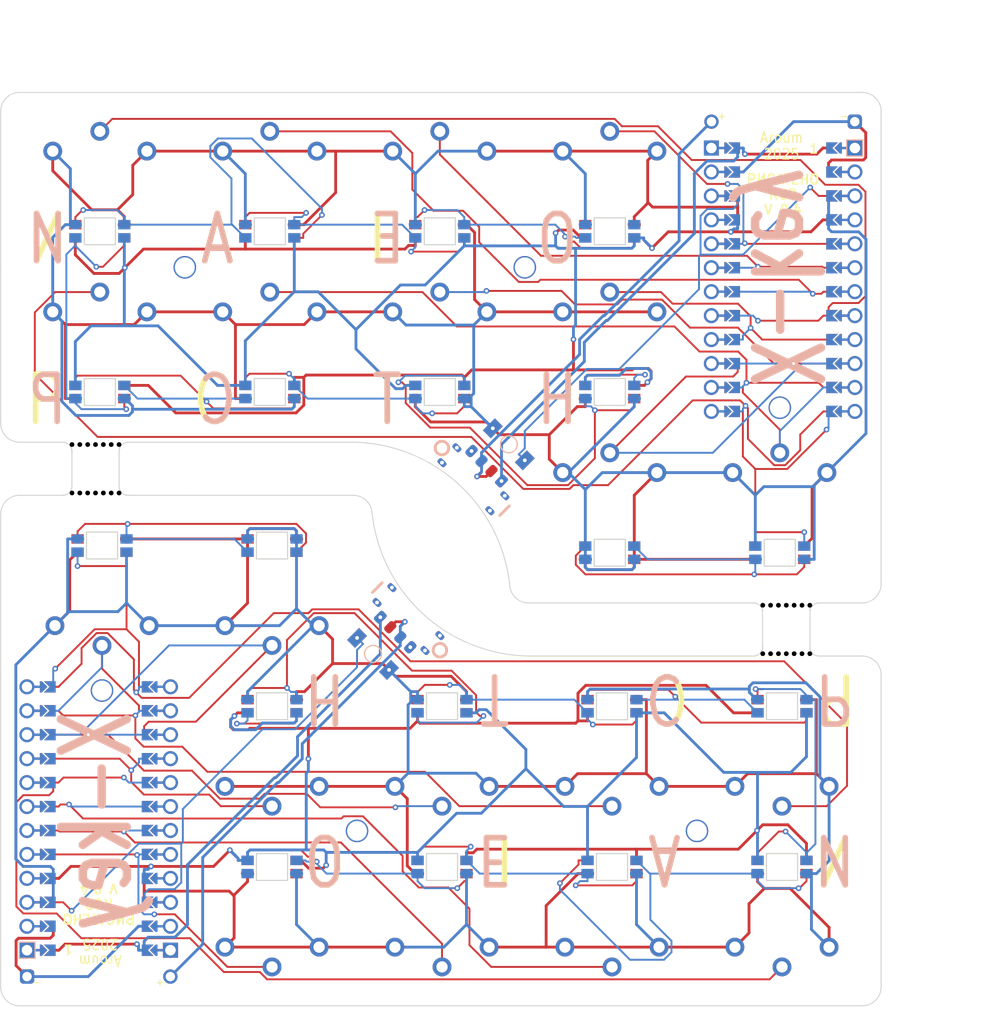
<source format=kicad_pcb>
(kicad_pcb (version 20240108) (generator "pcbnew") (generator_version "8.0")
  (title_block (title "PNCATEHO_100x100") (date "2025-05-06") (rev "0.4") (company "Aroum"))
  (layers (0 "F.Cu" signal) (31 "B.Cu" signal) (34 "B.Paste" user) (35 "F.Paste" user) (36 "B.SilkS" user "B.Silkscreen") (37 "F.SilkS" user "F.Silkscreen") (38 "B.Mask" user) (39 "F.Mask" user) (44 "Edge.Cuts" user))
  (net 0 "")
  (footprint "PNCATEHO:ChocV1_duplex" (layer "F.Cu") (at 77.94535 54.8362)
    (property "Reference" "SW7" (hide yes))
    (property "Value" "SW_PUSH" (hide yes))
  )
  (footprint "PNCATEHO:ChocV1_duplex" (layer "F.Cu") (at 42.080358 80.523199 180)
    (property "Reference" "SW10" (hide yes))
    (property "Value" "SW_PUSH" (hide yes))
  )
  (footprint "PNCATEHO:ChocV1_duplex" (layer "F.Cu") (at 78.180358 97.573199 180)
    (property "Reference" "SW7" (hide yes))
    (property "Value" "SW_PUSH" (hide yes))
  )
  (footprint "PNCATEHO:ChocV1_duplex" (layer "F.Cu") (at 95.99535 71.8862)
    (property "Reference" "SW9" (hide yes))
    (property "Value" "SW_PUSH" (hide yes))
  )
  (footprint "enki_lib:HOLE" (layer "F.Cu") (at 50.87035 46.3112)
    (property "Reference" "H1" (hide yes))
    (property "Value" "Hole" (hide yes))
  )
  (footprint "enki_lib:HOLE" (layer "F.Cu") (at 114.05015 61.2018)
    (property "Reference" "H3" (hide yes))
    (property "Value" "Hole" (hide yes))
  )
  (footprint "PNCATEHO:ChocV1_duplex" (layer "F.Cu") (at 77.94535 37.7862)
    (property "Reference" "SW3" (hide yes))
    (property "Value" "SW_PUSH" (hide yes))
  )
  (footprint "PNCATEHO:SW_3x4x2_2legs_duplex" (layer "F.Cu") (at 85.27195 65.088 135)
    (property "Reference" "RSW1")
    (property "Value" "SW_PUSH")
  )
  (footprint "PNCATEHO:ChocV1_duplex" (layer "F.Cu") (at 41.84535 54.8362)
    (property "Reference" "SW5" (hide yes))
    (property "Value" "SW_PUSH" (hide yes))
  )
  (footprint "enki_lib:HOLE" (layer "F.Cu") (at 42.075558 91.207599 180)
    (property "Reference" "H3" (hide yes))
    (property "Value" "Hole" (hide yes))
  )
  (footprint "NPTH" (layer "F.Cu") (at 115.569715 82.160296)
    (property "Reference" "REF**" (hide yes))
    (property "Value" "NPTH" (hide yes))
  )
  (footprint "enki_lib:switch_MSK-12C02_smd" (layer "F.Cu") (at 81.49265 68.8053 -45)
    (property "Reference" "PSW1" (hide yes))
    (property "Value" "SW_SPDT" (hide yes))
  )
  (footprint "NPTH" (layer "F.Cu") (at 114.736688 87.297169)
    (property "Reference" "REF**" (hide yes))
    (property "Value" "NPTH" (hide yes))
  )
  (footprint "NPTH" (layer "F.Cu") (at 40.553474 65.112066)
    (property "Reference" "REF**" (hide yes))
    (property "Value" "NPTH" (hide yes))
  )
  (footprint "NPTH" (layer "F.Cu") (at 39.720141 65.111966)
    (property "Reference" "REF**" (hide yes))
    (property "Value" "NPTH" (hide yes))
  )
  (footprint "NPTH" (layer "F.Cu") (at 114.736382 82.160196)
    (property "Reference" "REF**" (hide yes))
    (property "Value" "NPTH" (hide yes))
  )
  (footprint "NPTH" (layer "F.Cu") (at 42.220141 65.112265)
    (property "Reference" "REF**" (hide yes))
    (property "Value" "NPTH" (hide yes))
  )
  (footprint "NPTH" (layer "F.Cu") (at 112.236688 87.29685)
    (property "Reference" "REF**" (hide yes))
    (property "Value" "NPTH" (hide yes))
  )
  (footprint "PNCATEHO:ChocV1_duplex" (layer "F.Cu") (at 95.99535 37.7862)
    (property "Reference" "SW4" (hide yes))
    (property "Value" "SW_PUSH" (hide yes))
  )
  (footprint "NPTH" (layer "F.Cu") (at 112.236382 82.159897)
    (property "Reference" "REF**" (hide yes))
    (property "Value" "NPTH" (hide yes))
  )
  (footprint "NPTH" (layer "F.Cu") (at 117.236688 87.297489)
    (property "Reference" "REF**" (hide yes))
    (property "Value" "NPTH" (hide yes))
  )
  (footprint "NPTH" (layer "F.Cu") (at 116.403048 82.160396)
    (property "Reference" "REF**" (hide yes))
    (property "Value" "NPTH" (hide yes))
  )
  (footprint "PNCATEHO:ChocV1_duplex" (layer "F.Cu") (at 96.230358 114.623199 180)
    (property "Reference" "SW2" (hide yes))
    (property "Value" "SW_PUSH" (hide yes))
  )
  (footprint "enki_lib:HOLE" (layer "F.Cu") (at 69.155358 106.098199 180)
    (property "Reference" "H2" (hide yes))
    (property "Value" "Hole" (hide yes))
  )
  (footprint "NPTH" (layer "F.Cu") (at 43.886808 65.112465)
    (property "Reference" "REF**" (hide yes))
    (property "Value" "NPTH" (hide yes))
  )
  (footprint "NPTH" (layer "F.Cu") (at 117.236382 82.160496)
    (property "Reference" "REF**" (hide yes))
    (property "Value" "NPTH" (hide yes))
  )
  (footprint "PNCATEHO:ChocV1_duplex" (layer "F.Cu") (at 114.04535 71.8862)
    (property "Reference" "SW10" (hide yes))
    (property "Value" "SW_PUSH" (hide yes))
  )
  (footprint "PNCATEHO:ChocV1_duplex" (layer "F.Cu") (at 95.99535 54.8362)
    (property "Reference" "SW8" (hide yes))
    (property "Value" "SW_PUSH" (hide yes))
  )
  (footprint "PNCATEHO:ChocV1_duplex" (layer "F.Cu") (at 114.280358 114.623199 180)
    (property "Reference" "SW1" (hide yes))
    (property "Value" "SW_PUSH" (hide yes))
  )
  (footprint "enki_lib:switch_MSK-12C02_smd" (layer "F.Cu") (at 74.633058 83.604099 135)
    (property "Reference" "PSW1" (hide yes))
    (property "Value" "SW_SPDT" (hide yes))
  )
  (footprint "PNCATEHO:ChocV1_duplex" (layer "F.Cu") (at 78.180358 114.623199 180)
    (property "Reference" "SW3" (hide yes))
    (property "Value" "SW_PUSH" (hide yes))
  )
  (footprint "NPTH" (layer "F.Cu") (at 113.069715 82.159997)
    (property "Reference" "REF**" (hide yes))
    (property "Value" "NPTH" (hide yes))
  )
  (footprint "enki_lib:HOLE" (layer "F.Cu") (at 105.255358 106.098199 180)
    (property "Reference" "H1" (hide yes))
    (property "Value" "Hole" (hide yes))
  )
  (footprint "enki_lib:battery_conn" (layer "F.Cu") (at 114.39935 30.8592 180)
    (property "Reference" "J1" (hide yes))
    (property "Value" "TestPoint_2Pole")
  )
  (footprint "PNCATEHO:ChocV1_duplex" (layer "F.Cu") (at 60.130358 97.573199 180)
    (property "Reference" "SW8" (hide yes))
    (property "Value" "SW_PUSH" (hide yes))
  )
  (footprint "NPTH" (layer "F.Cu") (at 43.053781 70.249407)
    (property "Reference" "REF**" (hide yes))
    (property "Value" "NPTH" (hide yes))
  )
  (footprint "NPTH" (layer "F.Cu") (at 39.720448 70.248981)
    (property "Reference" "REF**" (hide yes))
    (property "Value" "NPTH" (hide yes))
  )
  (footprint "NPTH" (layer "F.Cu") (at 113.903048 82.160097)
    (property "Reference" "REF**" (hide yes))
    (property "Value" "NPTH" (hide yes))
  )
  (footprint "PNCATEHO:ChocV1_duplex" (layer "F.Cu") (at 114.280358 97.573199 180)
    (property "Reference" "SW5" (hide yes))
    (property "Value" "SW_PUSH" (hide yes))
  )
  (footprint "enki_lib:ProMicro_duplex_clean_rev" (layer "F.Cu") (at 41.726358 104.782199 180)
    (property "Reference" "U1" (hide yes))
    (property "Value" "ProMicro_r" (hide yes))
  )
  (footprint "NPTH" (layer "F.Cu") (at 113.903355 87.297063)
    (property "Reference" "REF**" (hide yes))
    (property "Value" "NPTH" (hide yes))
  )
  (footprint "NPTH" (layer "F.Cu") (at 42.220448 70.249301)
    (property "Reference" "REF**" (hide yes))
    (property "Value" "NPTH" (hide yes))
  )
  (footprint "PNCATEHO:ChocV1_duplex" (layer "F.Cu") (at 96.230358 97.573199 180)
    (property "Reference" "SW6" (hide yes))
    (property "Value" "SW_PUSH" (hide yes))
  )
  (footprint "PNCATEHO:ChocV1_duplex" (layer "F.Cu") (at 59.89535 54.8362)
    (property "Reference" "SW6" (hide yes))
    (property "Value" "SW_PUSH" (hide yes))
  )
  (footprint "PNCATEHO:SW_3x4x2_2legs_duplex" (layer "F.Cu") (at 70.853758 87.321399 -45)
    (property "Reference" "RSW1")
    (property "Value" "SW_PUSH")
  )
  (footprint "enki_lib:HOLE" (layer "F.Cu") (at 86.97035 46.3112)
    (property "Reference" "H2" (hide yes))
    (property "Value" "Hole" (hide yes))
  )
  (footprint "NPTH" (layer "F.Cu") (at 115.570022 87.297276)
    (property "Reference" "REF**" (hide yes))
    (property "Value" "NPTH" (hide yes))
  )
  (footprint "NPTH" (layer "F.Cu") (at 43.887114 70.249514)
    (property "Reference" "REF**" (hide yes))
    (property "Value" "NPTH" (hide yes))
  )
  (footprint "NPTH" (layer "F.Cu") (at 40.553781 70.249088)
    (property "Reference" "REF**" (hide yes))
    (property "Value" "NPTH" (hide yes))
  )
  (footprint "enki_lib:ProMicro_duplex_clean_rev" (layer "F.Cu") (at 114.39935 47.6272)
    (property "Reference" "U1" (hide yes))
    (property "Value" "ProMicro_r" (hide yes))
  )
  (footprint "PNCATEHO:ChocV1_duplex" (layer "F.Cu") (at 60.130358 80.523199 180)
    (property "Reference" "SW9" (hide yes))
    (property "Value" "SW_PUSH" (hide yes))
  )
  (footprint "enki_lib:battery_conn" (layer "F.Cu") (at 41.726358 121.550199)
    (property "Reference" "J1" (hide yes))
    (property "Value" "TestPoint_2Pole")
  )
  (footprint "PNCATEHO:ChocV1_duplex" (layer "F.Cu") (at 59.89535 37.7862)
    (property "Reference" "SW2" (hide yes))
    (property "Value" "SW_PUSH" (hide yes))
  )
  (footprint "NPTH" (layer "F.Cu") (at 41.386808 65.112165)
    (property "Reference" "REF**" (hide yes))
    (property "Value" "NPTH" (hide yes))
  )
  (footprint "NPTH" (layer "F.Cu") (at 113.070022 87.296956)
    (property "Reference" "REF**" (hide yes))
    (property "Value" "NPTH" (hide yes))
  )
  (footprint "NPTH" (layer "F.Cu") (at 38.887114 70.248875)
    (property "Reference" "REF**" (hide yes))
    (property "Value" "NPTH" (hide yes))
  )
  (footprint "NPTH" (layer "F.Cu") (at 41.387114 70.249194)
    (property "Reference" "REF**" (hide yes))
    (property "Value" "NPTH" (hide yes))
  )
  (footprint "NPTH" (layer "F.Cu") (at 38.886808 65.111866)
    (property "Reference" "REF**" (hide yes))
    (property "Value" "NPTH" (hide yes))
  )
  (footprint "NPTH" (layer "F.Cu") (at 43.053474 65.112365)
    (property "Reference" "REF**" (hide yes))
    (property "Value" "NPTH" (hide yes))
  )
  (footprint "PNCATEHO:ChocV1_duplex" (layer "F.Cu") (at 60.130358 114.623199 180)
    (property "Reference" "SW4" (hide yes))
    (property "Value" "SW_PUSH" (hide yes))
  )
  (footprint "NPTH" (layer "F.Cu") (at 116.403355 87.297382)
    (property "Reference" "REF**" (hide yes))
    (property "Value" "NPTH" (hide yes))
  )
  (footprint "PNCATEHO:ChocV1_duplex" (layer "F.Cu") (at 41.84535 37.7862)
    (property "Reference" "SW1" (hide yes))
    (property "Value" "SW_PUSH" (hide yes))
  )
  (footprint "PNCATEHO_lib:YS-SK6812MINI-E_duplex" (layer "B.Cu") (at 114.04535 76.5862 180)
    (property "Reference" "LED1" (hide yes))
    (property "Value" "YS-SK6812MINI-E" (hide yes))
    (fp_line (start 1.65 1.425) (end -1.65 1.425) (stroke (width 0.12)) (layer "Edge.Cuts"))
    (fp_line (start 1.65 -1.425) (end 1.65 1.425) (stroke (width 0.12)) (layer "Edge.Cuts"))
    (fp_line (start -1.65 1.425) (end -1.65 -1.425) (stroke (width 0.12)) (layer "Edge.Cuts"))
    (fp_line (start -1.65 -1.425) (end 1.65 -1.425) (stroke (width 0.12)) (layer "Edge.Cuts"))
  )
  (footprint "PNCATEHO_lib:YS-SK6812MINI-E_duplex" (layer "B.Cu") (at 59.89535 59.5362 180)
    (property "Reference" "LED5" (hide yes))
    (property "Value" "YS-SK6812MINI-E" (hide yes))
    (fp_line (start 1.65 1.425) (end -1.65 1.425) (stroke (width 0.12)) (layer "Edge.Cuts"))
    (fp_line (start 1.65 -1.425) (end 1.65 1.425) (stroke (width 0.12)) (layer "Edge.Cuts"))
    (fp_line (start -1.65 1.425) (end -1.65 -1.425) (stroke (width 0.12)) (layer "Edge.Cuts"))
    (fp_line (start -1.65 -1.425) (end 1.65 -1.425) (stroke (width 0.12)) (layer "Edge.Cuts"))
  )
  (footprint "PNCATEHO_lib:YS-SK6812MINI-E_duplex" (layer "B.Cu") (at 60.130358 75.823199)
    (property "Reference" "LED2" (hide yes))
    (property "Value" "YS-SK6812MINI-E" (hide yes))
    (fp_line (start -1.65 -1.425) (end 1.65 -1.425) (stroke (width 0.12)) (layer "Edge.Cuts"))
    (fp_line (start -1.65 1.425) (end -1.65 -1.425) (stroke (width 0.12)) (layer "Edge.Cuts"))
    (fp_line (start 1.65 -1.425) (end 1.65 1.425) (stroke (width 0.12)) (layer "Edge.Cuts"))
    (fp_line (start 1.65 1.425) (end -1.65 1.425) (stroke (width 0.12)) (layer "Edge.Cuts"))
  )
  (footprint "PNCATEHO_lib:YS-SK6812MINI-E_duplex" (layer "B.Cu") (at 60.130358 92.873199)
    (property "Reference" "LED3" (hide yes))
    (property "Value" "YS-SK6812MINI-E" (hide yes))
    (fp_line (start -1.65 -1.425) (end 1.65 -1.425) (stroke (width 0.12)) (layer "Edge.Cuts"))
    (fp_line (start -1.65 1.425) (end -1.65 -1.425) (stroke (width 0.12)) (layer "Edge.Cuts"))
    (fp_line (start 1.65 -1.425) (end 1.65 1.425) (stroke (width 0.12)) (layer "Edge.Cuts"))
    (fp_line (start 1.65 1.425) (end -1.65 1.425) (stroke (width 0.12)) (layer "Edge.Cuts"))
  )
  (footprint "PNCATEHO_lib:YS-SK6812MINI-E_duplex" (layer "B.Cu") (at 77.94535 42.4862)
    (property "Reference" "LED9" (hide yes))
    (property "Value" "YS-SK6812MINI-E" (hide yes))
    (fp_line (start -1.65 -1.425) (end 1.65 -1.425) (stroke (width 0.12)) (layer "Edge.Cuts"))
    (fp_line (start -1.65 1.425) (end -1.65 -1.425) (stroke (width 0.12)) (layer "Edge.Cuts"))
    (fp_line (start 1.65 -1.425) (end 1.65 1.425) (stroke (width 0.12)) (layer "Edge.Cuts"))
    (fp_line (start 1.65 1.425) (end -1.65 1.425) (stroke (width 0.12)) (layer "Edge.Cuts"))
  )
  (footprint "PNCATEHO_lib:YS-SK6812MINI-E_duplex" (layer "B.Cu") (at 96.230358 109.923199 180)
    (property "Reference" "LED8" (hide yes))
    (property "Value" "YS-SK6812MINI-E" (hide yes))
    (fp_line (start 1.65 1.425) (end -1.65 1.425) (stroke (width 0.12)) (layer "Edge.Cuts"))
    (fp_line (start 1.65 -1.425) (end 1.65 1.425) (stroke (width 0.12)) (layer "Edge.Cuts"))
    (fp_line (start -1.65 1.425) (end -1.65 -1.425) (stroke (width 0.12)) (layer "Edge.Cuts"))
    (fp_line (start -1.65 -1.425) (end 1.65 -1.425) (stroke (width 0.12)) (layer "Edge.Cuts"))
  )
  (footprint "PNCATEHO_lib:YS-SK6812MINI-E_duplex" (layer "B.Cu") (at 114.280358 109.923199 180)
    (property "Reference" "LED7" (hide yes))
    (property "Value" "YS-SK6812MINI-E" (hide yes))
    (fp_line (start 1.65 1.425) (end -1.65 1.425) (stroke (width 0.12)) (layer "Edge.Cuts"))
    (fp_line (start 1.65 -1.425) (end 1.65 1.425) (stroke (width 0.12)) (layer "Edge.Cuts"))
    (fp_line (start -1.65 1.425) (end -1.65 -1.425) (stroke (width 0.12)) (layer "Edge.Cuts"))
    (fp_line (start -1.65 -1.425) (end 1.65 -1.425) (stroke (width 0.12)) (layer "Edge.Cuts"))
  )
  (footprint "PNCATEHO_lib:YS-SK6812MINI-E_duplex" (layer "B.Cu") (at 42.080358 75.823199)
    (property "Reference" "LED1" (hide yes))
    (property "Value" "YS-SK6812MINI-E" (hide yes))
    (fp_line (start -1.65 -1.425) (end 1.65 -1.425) (stroke (width 0.12)) (layer "Edge.Cuts"))
    (fp_line (start -1.65 1.425) (end -1.65 -1.425) (stroke (width 0.12)) (layer "Edge.Cuts"))
    (fp_line (start 1.65 -1.425) (end 1.65 1.425) (stroke (width 0.12)) (layer "Edge.Cuts"))
    (fp_line (start 1.65 1.425) (end -1.65 1.425) (stroke (width 0.12)) (layer "Edge.Cuts"))
  )
  (footprint "PNCATEHO_lib:YS-SK6812MINI-E_duplex" (layer "B.Cu") (at 114.280358 92.873199)
    (property "Reference" "LED6" (hide yes))
    (property "Value" "YS-SK6812MINI-E" (hide yes))
    (fp_line (start -1.65 -1.425) (end 1.65 -1.425) (stroke (width 0.12)) (layer "Edge.Cuts"))
    (fp_line (start -1.65 1.425) (end -1.65 -1.425) (stroke (width 0.12)) (layer "Edge.Cuts"))
    (fp_line (start 1.65 -1.425) (end 1.65 1.425) (stroke (width 0.12)) (layer "Edge.Cuts"))
    (fp_line (start 1.65 1.425) (end -1.65 1.425) (stroke (width 0.12)) (layer "Edge.Cuts"))
  )
  (footprint "PNCATEHO_lib:YS-SK6812MINI-E_duplex" (layer "B.Cu") (at 77.94535 59.5362 180)
    (property "Reference" "LED4" (hide yes))
    (property "Value" "YS-SK6812MINI-E" (hide yes))
    (fp_line (start 1.65 1.425) (end -1.65 1.425) (stroke (width 0.12)) (layer "Edge.Cuts"))
    (fp_line (start 1.65 -1.425) (end 1.65 1.425) (stroke (width 0.12)) (layer "Edge.Cuts"))
    (fp_line (start -1.65 1.425) (end -1.65 -1.425) (stroke (width 0.12)) (layer "Edge.Cuts"))
    (fp_line (start -1.65 -1.425) (end 1.65 -1.425) (stroke (width 0.12)) (layer "Edge.Cuts"))
  )
  (footprint "PNCATEHO_lib:YS-SK6812MINI-E_duplex" (layer "B.Cu") (at 96.230358 92.873199)
    (property "Reference" "LED5" (hide yes))
    (property "Value" "YS-SK6812MINI-E" (hide yes))
    (fp_line (start -1.65 -1.425) (end 1.65 -1.425) (stroke (width 0.12)) (layer "Edge.Cuts"))
    (fp_line (start -1.65 1.425) (end -1.65 -1.425) (stroke (width 0.12)) (layer "Edge.Cuts"))
    (fp_line (start 1.65 -1.425) (end 1.65 1.425) (stroke (width 0.12)) (layer "Edge.Cuts"))
    (fp_line (start 1.65 1.425) (end -1.65 1.425) (stroke (width 0.12)) (layer "Edge.Cuts"))
  )
  (footprint "PNCATEHO_lib:YS-SK6812MINI-E_duplex" (layer "B.Cu") (at 95.99535 59.5362 180)
    (property "Reference" "LED3" (hide yes))
    (property "Value" "YS-SK6812MINI-E" (hide yes))
    (fp_line (start 1.65 1.425) (end -1.65 1.425) (stroke (width 0.12)) (layer "Edge.Cuts"))
    (fp_line (start 1.65 -1.425) (end 1.65 1.425) (stroke (width 0.12)) (layer "Edge.Cuts"))
    (fp_line (start -1.65 1.425) (end -1.65 -1.425) (stroke (width 0.12)) (layer "Edge.Cuts"))
    (fp_line (start -1.65 -1.425) (end 1.65 -1.425) (stroke (width 0.12)) (layer "Edge.Cuts"))
  )
  (footprint "PNCATEHO_lib:YS-SK6812MINI-E_duplex" (layer "B.Cu") (at 59.89535 42.4862)
    (property "Reference" "LED8" (hide yes))
    (property "Value" "YS-SK6812MINI-E" (hide yes))
    (fp_line (start -1.65 -1.425) (end 1.65 -1.425) (stroke (width 0.12)) (layer "Edge.Cuts"))
    (fp_line (start -1.65 1.425) (end -1.65 -1.425) (stroke (width 0.12)) (layer "Edge.Cuts"))
    (fp_line (start 1.65 -1.425) (end 1.65 1.425) (stroke (width 0.12)) (layer "Edge.Cuts"))
    (fp_line (start 1.65 1.425) (end -1.65 1.425) (stroke (width 0.12)) (layer "Edge.Cuts"))
  )
  (footprint "PNCATEHO_lib:YS-SK6812MINI-E_duplex" (layer "B.Cu") (at 41.84535 59.5362 180)
    (property "Reference" "LED6" (hide yes))
    (property "Value" "YS-SK6812MINI-E" (hide yes))
    (fp_line (start 1.65 1.425) (end -1.65 1.425) (stroke (width 0.12)) (layer "Edge.Cuts"))
    (fp_line (start 1.65 -1.425) (end 1.65 1.425) (stroke (width 0.12)) (layer "Edge.Cuts"))
    (fp_line (start -1.65 1.425) (end -1.65 -1.425) (stroke (width 0.12)) (layer "Edge.Cuts"))
    (fp_line (start -1.65 -1.425) (end 1.65 -1.425) (stroke (width 0.12)) (layer "Edge.Cuts"))
  )
  (footprint "PNCATEHO_lib:YS-SK6812MINI-E_duplex" (layer "B.Cu") (at 60.130358 109.923199 180)
    (property "Reference" "LED10" (hide yes))
    (property "Value" "YS-SK6812MINI-E" (hide yes))
    (fp_line (start 1.65 1.425) (end -1.65 1.425) (stroke (width 0.12)) (layer "Edge.Cuts"))
    (fp_line (start 1.65 -1.425) (end 1.65 1.425) (stroke (width 0.12)) (layer "Edge.Cuts"))
    (fp_line (start -1.65 1.425) (end -1.65 -1.425) (stroke (width 0.12)) (layer "Edge.Cuts"))
    (fp_line (start -1.65 -1.425) (end 1.65 -1.425) (stroke (width 0.12)) (layer "Edge.Cuts"))
  )
  (footprint "PNCATEHO_lib:YS-SK6812MINI-E_duplex" (layer "B.Cu") (at 95.99535 76.5862 180)
    (property "Reference" "LED2" (hide yes))
    (property "Value" "YS-SK6812MINI-E" (hide yes))
    (fp_line (start 1.65 1.425) (end -1.65 1.425) (stroke (width 0.12)) (layer "Edge.Cuts"))
    (fp_line (start 1.65 -1.425) (end 1.65 1.425) (stroke (width 0.12)) (layer "Edge.Cuts"))
    (fp_line (start -1.65 1.425) (end -1.65 -1.425) (stroke (width 0.12)) (layer "Edge.Cuts"))
    (fp_line (start -1.65 -1.425) (end 1.65 -1.425) (stroke (width 0.12)) (layer "Edge.Cuts"))
  )
  (footprint "PNCATEHO_lib:YS-SK6812MINI-E_duplex" (layer "B.Cu") (at 95.99535 42.4862)
    (property "Reference" "LED10" (hide yes))
    (property "Value" "YS-SK6812MINI-E" (hide yes))
    (fp_line (start -1.65 -1.425) (end 1.65 -1.425) (stroke (width 0.12)) (layer "Edge.Cuts"))
    (fp_line (start -1.65 1.425) (end -1.65 -1.425) (stroke (width 0.12)) (layer "Edge.Cuts"))
    (fp_line (start 1.65 -1.425) (end 1.65 1.425) (stroke (width 0.12)) (layer "Edge.Cuts"))
    (fp_line (start 1.65 1.425) (end -1.65 1.425) (stroke (width 0.12)) (layer "Edge.Cuts"))
  )
  (footprint "PNCATEHO_lib:YS-SK6812MINI-E_duplex" (layer "B.Cu") (at 78.180358 92.873199)
    (property "Reference" "LED4" (hide yes))
    (property "Value" "YS-SK6812MINI-E" (hide yes))
    (fp_line (start -1.65 -1.425) (end 1.65 -1.425) (stroke (width 0.12)) (layer "Edge.Cuts"))
    (fp_line (start -1.65 1.425) (end -1.65 -1.425) (stroke (width 0.12)) (layer "Edge.Cuts"))
    (fp_line (start 1.65 -1.425) (end 1.65 1.425) (stroke (width 0.12)) (layer "Edge.Cuts"))
    (fp_line (start 1.65 1.425) (end -1.65 1.425) (stroke (width 0.12)) (layer "Edge.Cuts"))
  )
  (footprint "PNCATEHO_lib:YS-SK6812MINI-E_duplex" (layer "B.Cu") (at 78.180358 109.923199 180)
    (property "Reference" "LED9" (hide yes))
    (property "Value" "YS-SK6812MINI-E" (hide yes))
    (fp_line (start 1.65 1.425) (end -1.65 1.425) (stroke (width 0.12)) (layer "Edge.Cuts"))
    (fp_line (start 1.65 -1.425) (end 1.65 1.425) (stroke (width 0.12)) (layer "Edge.Cuts"))
    (fp_line (start -1.65 1.425) (end -1.65 -1.425) (stroke (width 0.12)) (layer "Edge.Cuts"))
    (fp_line (start -1.65 -1.425) (end 1.65 -1.425) (stroke (width 0.12)) (layer "Edge.Cuts"))
  )
  (footprint "PNCATEHO_lib:YS-SK6812MINI-E_duplex" (layer "B.Cu") (at 41.84535 42.4862)
    (property "Reference" "LED7" (hide yes))
    (property "Value" "YS-SK6812MINI-E" (hide yes))
    (fp_line (start -1.65 -1.425) (end 1.65 -1.425) (stroke (width 0.12)) (layer "Edge.Cuts"))
    (fp_line (start -1.65 1.425) (end -1.65 -1.425) (stroke (width 0.12)) (layer "Edge.Cuts"))
    (fp_line (start 1.65 -1.425) (end 1.65 1.425) (stroke (width 0.12)) (layer "Edge.Cuts"))
    (fp_line (start 1.65 1.425) (end -1.65 1.425) (stroke (width 0.12)) (layer "Edge.Cuts"))
  )
  (gr_line (start 124.805359 79.911199) (end 124.805359 63.069451) (stroke (width 0.1)) (layer "Edge.Cuts"))
  (gr_line (start 105.020349 81.911199) (end 106.669924 81.90923) (stroke (width 0.1)) (layer "Edge.Cuts"))
  (gr_line (start 87.370019 81.911199) (end 105.020349 81.911199) (stroke (width 0.1)) (layer "Edge.Cuts"))
  (gr_line (start 50.87035 64.861199) (end 68.47035 64.861199) (stroke (width 0.1)) (layer "Edge.Cuts"))
  (gr_line (start 124.805359 63.069451) (end 124.805359 29.7612) (stroke (width 0.1)) (layer "Edge.Cuts"))
  (gr_line (start 31.32035 29.7612) (end 31.32035 46.3112) (stroke (width 0.1)) (layer "Edge.Cuts"))
  (gr_line (start 31.32035 46.3112) (end 31.32035 62.861199) (stroke (width 0.1)) (layer "Edge.Cuts"))
  (gr_line (start 49.380526 64.863123) (end 50.87035 64.861199) (stroke (width 0.1)) (layer "Edge.Cuts"))
  (gr_arc (start 68.47035 64.861198) (mid 79.857612 69.238589) (end 85.380581 80.116462) (stroke (width 0.1)) (layer "Edge.Cuts"))
  (gr_arc (start 87.370019 81.911198) (mid 86.030345 81.396207) (end 85.380581 80.116462) (stroke (width 0.1)) (layer "Edge.Cuts"))
  (gr_arc (start 124.805359 79.911199) (mid 124.219571 81.325411) (end 122.805359 81.911199) (stroke (width 0.1)) (layer "Edge.Cuts"))
  (gr_arc (start 33.32035 64.861199) (mid 31.906136 64.275413) (end 31.32035 62.861199) (stroke (width 0.1)) (layer "Edge.Cuts"))
  (gr_line (start 33.32035 27.7612) (end 122.805359 27.7612) (stroke (width 0.1)) (layer "Edge.Cuts"))
  (gr_arc (start 31.32035 29.7612) (mid 31.906136 28.346986) (end 33.32035 27.7612) (stroke (width 0.1)) (layer "Edge.Cuts"))
  (gr_arc (start 122.805359 27.7612) (mid 124.219571 28.346988) (end 124.805359 29.7612) (stroke (width 0.1)) (layer "Edge.Cuts"))
  (gr_line (start 43.981905 65.429275) (end 44.003756 65.385869) (stroke (width 0.1)) (layer "Edge.Cuts"))
  (gr_line (start 38.363687 70.381889) (end 38.320279 70.403734) (stroke (width 0.1)) (layer "Edge.Cuts"))
  (gr_line (start 117.294294 82.56707) (end 117.311785 82.521732) (stroke (width 0.1)) (layer "Edge.Cuts"))
  (gr_line (start 112.217634 86.341646) (end 112.217389 82.706654) (stroke (width 0.1)) (layer "Edge.Cuts"))
  (gr_line (start 118.08128 87.53688) (end 118.033409 87.528568) (stroke (width 0.1)) (layer "Edge.Cuts"))
  (gr_line (start 111.487058 81.939475) (end 111.533885 81.952438) (stroke (width 0.1)) (layer "Edge.Cuts"))
  (gr_line (start 117.35333 82.4339) (end 117.377284 82.391619) (stroke (width 0.1)) (layer "Edge.Cuts"))
  (gr_line (start 111.343575 87.541965) (end 111.295111 87.545534) (stroke (width 0.1)) (layer "Edge.Cuts"))
  (gr_line (start 106.669924 81.90923) (end 111.246407 81.909778) (stroke (width 0.1)) (layer "Edge.Cuts"))
  (gr_line (start 112.095783 87.065721) (end 112.069783 87.106775) (stroke (width 0.1)) (layer "Edge.Cuts"))
  (gr_line (start 44.683835 70.480593) (end 44.636429 70.469943) (stroke (width 0.1)) (layer "Edge.Cuts"))
  (gr_line (start 38.405864 65.002639) (end 38.446912 65.028636) (stroke (width 0.1)) (layer "Edge.Cuts"))
  (gr_line (start 111.946645 87.256801) (end 111.911448 87.290308) (stroke (width 0.1)) (layer "Edge.Cuts"))
  (gr_line (start 111.295103 81.91098) (end 111.343559 81.914559) (stroke (width 0.1)) (layer "Edge.Cuts"))
  (gr_line (start 44.003756 65.385869) (end 44.02771 65.343588) (stroke (width 0.1)) (layer "Edge.Cuts"))
  (gr_line (start 38.885642 65.922281) (end 38.882067 65.970745) (stroke (width 0.1)) (layer "Edge.Cuts"))
  (gr_line (start 44.636385 64.892231) (end 44.6838 64.881589) (stroke (width 0.1)) (layer "Edge.Cuts"))
  (gr_line (start 44.779911 64.867343) (end 44.828375 64.863773) (stroke (width 0.1)) (layer "Edge.Cuts"))
  (gr_line (start 44.543469 70.441733) (end 44.498139 70.424242) (stroke (width 0.1)) (layer "Edge.Cuts"))
  (gr_line (start 112.095581 82.390853) (end 112.119528 82.43313) (stroke (width 0.1)) (layer "Edge.Cuts"))
  (gr_line (start 44.143503 70.174438) (end 44.111769 70.137645) (stroke (width 0.1)) (layer "Edge.Cuts"))
  (gr_line (start 38.885642 65.803174) (end 38.886838 65.85187) (stroke (width 0.1)) (layer "Edge.Cuts"))
  (gr_line (start 122.805361 124.648198) (end 33.320354 124.6482) (stroke (width 0.1)) (layer "Edge.Cuts"))
  (gr_line (start 38.882312 69.605793) (end 38.876363 69.654023) (stroke (width 0.1)) (layer "Edge.Cuts"))
  (gr_line (start 44.248842 65.087263) (end 44.287154 65.057368) (stroke (width 0.1)) (layer "Edge.Cuts"))
  (gr_line (start 43.929476 65.565181) (end 43.94472 65.519039) (stroke (width 0.1)) (layer "Edge.Cuts"))
  (gr_line (start 118.033409 87.528568) (end 117.986003 87.517918) (stroke (width 0.1)) (layer "Edge.Cuts"))
  (gr_line (start 122.805359 87.548201) (end 118.226653 87.547616) (stroke (width 0.1)) (layer "Edge.Cuts"))
  (gr_line (start 111.755545 87.405915) (end 111.713261 87.429864) (stroke (width 0.1)) (layer "Edge.Cuts"))
  (gr_line (start 44.367944 65.003395) (end 44.410228 64.979446) (stroke (width 0.1)) (layer "Edge.Cuts"))
  (gr_line (start 44.111769 70.137645) (end 44.081879 70.09934) (stroke (width 0.1)) (layer "Edge.Cuts"))
  (gr_line (start 117.636728 82.105399) (end 117.67646 82.077421) (stroke (width 0.1)) (layer "Edge.Cuts"))
  (gr_line (start 117.377284 82.391619) (end 117.403284 82.350565) (stroke (width 0.1)) (layer "Edge.Cuts"))
  (gr_line (start 38.184311 64.904407) (end 38.230445 64.919653) (stroke (width 0.1)) (layer "Edge.Cuts"))
  (gr_line (start 112.206744 82.659247) (end 112.217389 82.706654) (stroke (width 0.1)) (layer "Edge.Cuts"))
  (gr_line (start 38.090078 64.880793) (end 38.137484 64.891444) (stroke (width 0.1)) (layer "Edge.Cuts"))
  (gr_line (start 37.945529 64.862949) (end 37.993985 64.866528) (stroke (width 0.1)) (layer "Edge.Cuts"))
  (gr_line (start 112.069783 87.106775) (end 112.041799 87.146505) (stroke (width 0.1)) (layer "Edge.Cuts"))
  (gr_line (start 112.119528 82.43313) (end 112.141372 82.47653) (stroke (width 0.1)) (layer "Edge.Cuts"))
  (gr_line (start 117.717625 87.406722) (end 117.676578 87.380724) (stroke (width 0.1)) (layer "Edge.Cuts"))
  (gr_line (start 43.886838 65.852706) (end 43.888033 65.804003) (stroke (width 0.1)) (layer "Edge.Cuts"))
  (gr_line (start 38.184365 70.456146) (end 38.137529 70.469102) (stroke (width 0.1)) (layer "Edge.Cuts"))
  (gr_line (start 44.287154 65.057368) (end 44.326886 65.02939) (stroke (width 0.1)) (layer "Edge.Cuts"))
  (gr_line (start 38.746209 70.017746) (end 38.720209 70.0588) (stroke (width 0.1)) (layer "Edge.Cuts"))
  (gr_line (start 117.985959 81.940262) (end 118.033374 81.92962) (stroke (width 0.1)) (layer "Edge.Cuts"))
  (gr_line (start 44.05371 65.302534) (end 44.081693 65.262804) (stroke (width 0.1)) (layer "Edge.Cuts"))
  (gr_line (start 38.137484 64.891444) (end 38.184311 64.904407) (stroke (width 0.1)) (layer "Edge.Cuts"))
  (gr_line (start 38.85717 65.611216) (end 38.867815 65.658623) (stroke (width 0.1)) (layer "Edge.Cuts"))
  (gr_line (start 38.405971 70.35794) (end 38.363687 70.381889) (stroke (width 0.1)) (layer "Edge.Cuts"))
  (gr_line (start 44.877079 64.862583) (end 49.380526 64.863123) (stroke (width 0.1)) (layer "Edge.Cuts"))
  (gr_line (start 38.746007 65.342822) (end 38.769954 65.385099) (stroke (width 0.1)) (layer "Edge.Cuts"))
  (gr_line (start 117.526578 87.257604) (end 117.493077 87.222413) (stroke (width 0.1)) (layer "Edge.Cuts"))
  (gr_line (start 38.363591 64.978687) (end 38.405864 65.002639) (stroke (width 0.1)) (layer "Edge.Cuts"))
  (gr_line (start 44.498139 70.424242) (end 44.453722 70.404548) (stroke (width 0.1)) (layer "Edge.Cuts"))
  (gr_line (start 112.141588 86.980034) (end 112.119737 87.023439) (stroke (width 0.1)) (layer "Edge.Cuts"))
  (gr_line (start 117.893043 87.489708) (end 117.847713 87.472217) (stroke (width 0.1)) (layer "Edge.Cuts"))
  (gr_line (start 37.945537 70.497559) (end 37.896833 70.498748) (stroke (width 0.1)) (layer "Edge.Cuts"))
  (gr_line (start 38.769954 65.385099) (end 38.791798 65.428499) (stroke (width 0.1)) (layer "Edge.Cuts"))
  (gr_line (start 117.847638 81.985942) (end 117.892979 81.968457) (stroke (width 0.1)) (layer "Edge.Cuts"))
  (gr_line (start 117.598416 82.135294) (end 117.636728 82.105399) (stroke (width 0.1)) (layer "Edge.Cuts"))
  (gr_line (start 111.343559 81.914559) (end 111.391781 81.920512) (stroke (width 0.1)) (layer "Edge.Cuts"))
  (gr_line (start 111.911448 87.290308) (end 111.874649 87.322046) (stroke (width 0.1)) (layer "Edge.Cuts"))
  (gr_line (start 124.80536 106.098198) (end 124.805359 89.548201) (stroke (width 0.1)) (layer "Edge.Cuts"))
  (gr_line (start 112.225937 86.701998) (end 112.217628 86.749877) (stroke (width 0.1)) (layer "Edge.Cuts"))
  (gr_line (start 111.796604 87.379919) (end 111.755545 87.405915) (stroke (width 0.1)) (layer "Edge.Cuts"))
  (gr_line (start 111.439652 81.928824) (end 111.487058 81.939475) (stroke (width 0.1)) (layer "Edge.Cuts"))
  (gr_line (start 44.081879 70.09934) (end 44.053904 70.059614) (stroke (width 0.1)) (layer "Edge.Cuts"))
  (gr_line (start 38.692039 65.262046) (end 38.720015 65.301772) (stroke (width 0.1)) (layer "Edge.Cuts"))
  (gr_line (start 112.041613 82.310077) (end 112.069589 82.349803) (stroke (width 0.1)) (layer "Edge.Cuts"))
  (gr_line (start 38.844444 69.796152) (end 38.829199 69.842294) (stroke (width 0.1)) (layer "Edge.Cuts"))
  (gr_line (start 44.177004 70.209629) (end 44.143503 70.174438) (stroke (width 0.1)) (layer "Edge.Cuts"))
  (gr_line (start 118.033374 81.92962) (end 118.081255 81.921317) (stroke (width 0.1)) (layer "Edge.Cuts"))
  (gr_line (start 38.525075 70.274071) (end 38.486763 70.303966) (stroke (width 0.1)) (layer "Edge.Cuts"))
  (gr_line (start 111.391806 87.536022) (end 111.343575 87.541965) (stroke (width 0.1)) (layer "Edge.Cuts"))
  (gr_line (start 43.888033 65.923165) (end 43.886838 65.87447) (stroke (width 0.1)) (layer "Edge.Cuts"))
  (gr_line (start 38.844212 65.564388) (end 38.85717 65.611216) (stroke (width 0.1)) (layer "Edge.Cuts"))
  (gr_line (start 112.194018 86.844127) (end 112.178773 86.890269) (stroke (width 0.1)) (layer "Edge.Cuts"))
  (gr_line (start 111.713261 87.429864) (end 111.669853 87.451709) (stroke (width 0.1)) (layer "Edge.Cuts"))
  (gr_line (start 112.20698 86.797292) (end 112.194018 86.844127) (stroke (width 0.1)) (layer "Edge.Cuts"))
  (gr_line (start 111.980156 87.221608) (end 111.946645 87.256801) (stroke (width 0.1)) (layer "Edge.Cuts"))
  (gr_line (start 117.241427 86.438562) (end 117.247376 86.390333) (stroke (width 0.1)) (layer "Edge.Cuts"))
  (gr_line (start 117.803296 87.452523) (end 117.759898 87.430674) (stroke (width 0.1)) (layer "Edge.Cuts"))
  (gr_line (start 38.867815 65.658623) (end 38.876121 65.706496) (stroke (width 0.1)) (layer "Edge.Cuts"))
  (gr_line (start 112.236657 86.5566) (end 112.235461 86.605304) (stroke (width 0.1)) (layer "Edge.Cuts"))
  (gr_line (start 112.193786 82.612419) (end 112.206744 82.659247) (stroke (width 0.1)) (layer "Edge.Cuts"))
  (gr_line (start 38.27585 70.423422) (end 38.230509 70.440907) (stroke (width 0.1)) (layer "Edge.Cuts"))
  (gr_line (start 117.247373 86.702867) (end 117.241426 86.654644) (stroke (width 0.1)) (layer "Edge.Cuts"))
  (gr_line (start 44.498064 64.937911) (end 44.543405 64.920426) (stroke (width 0.1)) (layer "Edge.Cuts"))
  (gr_line (start 117.52642 82.200539) (end 117.561617 82.167033) (stroke (width 0.1)) (layer "Edge.Cuts"))
  (gr_line (start 44.779928 70.494859) (end 44.731706 70.488905) (stroke (width 0.1)) (layer "Edge.Cuts"))
  (gr_line (start 112.231887 86.437741) (end 112.235461 86.486197) (stroke (width 0.1)) (layer "Edge.Cuts"))
  (gr_line (start 38.770163 69.975464) (end 38.746209 70.017746) (stroke (width 0.1)) (layer "Edge.Cuts"))
  (gr_line (start 117.493077 87.222413) (end 117.461343 87.18562) (stroke (width 0.1)) (layer "Edge.Cuts"))
  (gr_line (start 117.377485 87.066538) (end 117.353538 87.024262) (stroke (width 0.1)) (layer "Edge.Cuts"))
  (gr_line (start 122.805359 81.911199) (end 118.226653 81.910614) (stroke (width 0.1)) (layer "Edge.Cuts"))
  (gr_line (start 38.886838 65.85187) (end 38.886838 65.873577) (stroke (width 0.1)) (layer "Edge.Cuts"))
  (gr_line (start 111.836209 82.104647) (end 111.87451 82.134543) (stroke (width 0.1)) (layer "Edge.Cuts"))
  (gr_line (start 43.916514 65.612016) (end 43.929476 65.565181) (stroke (width 0.1)) (layer "Edge.Cuts"))
  (gr_line (start 105.25536 87.548201) (end 87.65536 87.548201) (stroke (width 0.1)) (layer "Edge.Cuts"))
  (gr_line (start 43.897799 69.654892) (end 43.891852 69.606669) (stroke (width 0.1)) (layer "Edge.Cuts"))
  (gr_line (start 44.176846 65.152508) (end 44.212043 65.119002) (stroke (width 0.1)) (layer "Edge.Cuts"))
  (gr_line (start 117.403478 87.107589) (end 117.377485 87.066538) (stroke (width 0.1)) (layer "Edge.Cuts"))
  (gr_line (start 44.636429 70.469943) (end 44.589603 70.456979) (stroke (width 0.1)) (layer "Edge.Cuts"))
  (gr_line (start 44.053904 70.059614) (end 44.027911 70.018563) (stroke (width 0.1)) (layer "Edge.Cuts"))
  (gr_line (start 112.041799 87.146505) (end 112.011899 87.184813) (stroke (width 0.1)) (layer "Edge.Cuts"))
  (gr_line (start 117.247376 86.390333) (end 117.255685 86.342453) (stroke (width 0.1)) (layer "Edge.Cuts"))
  (gr_line (start 111.580019 81.967684) (end 111.625349 81.985175) (stroke (width 0.1)) (layer "Edge.Cuts"))
  (gr_line (start 112.217628 86.749877) (end 112.20698 86.797292) (stroke (width 0.1)) (layer "Edge.Cuts"))
  (gr_line (start 43.897557 65.70731) (end 43.905866 65.65943) (stroke (width 0.1)) (layer "Edge.Cuts"))
  (gr_line (start 117.759802 82.027477) (end 117.80321 82.005631) (stroke (width 0.1)) (layer "Edge.Cuts"))
  (gr_line (start 38.446912 65.028636) (end 38.486635 65.056616) (stroke (width 0.1)) (layer "Edge.Cuts"))
  (gr_line (start 38.561726 65.11825) (end 38.596913 65.151756) (stroke (width 0.1)) (layer "Edge.Cuts"))
  (gr_line (start 38.811708 69.887633) (end 38.792014 69.932059) (stroke (width 0.1)) (layer "Edge.Cuts"))
  (gr_arc (start 68.755691 70.498202) (mid 70.095351 71.013207) (end 70.745131 72.292936) (stroke (width 0.1)) (layer "Edge.Cuts"))
  (gr_line (start 38.829199 69.842294) (end 38.811708 69.887633) (stroke (width 0.1)) (layer "Edge.Cuts"))
  (gr_line (start 38.486635 65.056616) (end 38.524936 65.086512) (stroke (width 0.1)) (layer "Edge.Cuts"))
  (gr_line (start 38.320279 70.403734) (end 38.27585 70.423422) (stroke (width 0.1)) (layer "Edge.Cuts"))
  (gr_line (start 44.589549 64.905187) (end 44.636385 64.892231) (stroke (width 0.1)) (layer "Edge.Cuts"))
  (gr_line (start 38.597071 70.208826) (end 38.561874 70.242333) (stroke (width 0.1)) (layer "Edge.Cuts"))
  (gr_line (start 38.886838 65.873577) (end 38.885642 65.922281) (stroke (width 0.1)) (layer "Edge.Cuts"))
  (gr_line (start 106.743284 87.546147) (end 105.25536 87.548201) (stroke (width 0.1)) (layer "Edge.Cuts"))
  (gr_line (start 117.255679 86.750739) (end 117.247373 86.702867) (stroke (width 0.1)) (layer "Edge.Cuts"))
  (gr_line (start 49.455785 70.500226) (end 44.877079 70.499641) (stroke (width 0.1)) (layer "Edge.Cuts"))
  (gr_line (start 117.236657 86.557493) (end 117.236657 86.535729) (stroke (width 0.1)) (layer "Edge.Cuts"))
  (gr_line (start 117.311785 82.521732) (end 117.331479 82.477306) (stroke (width 0.1)) (layer "Edge.Cuts"))
  (gr_line (start 112.235461 86.605304) (end 112.231886 86.653768) (stroke (width 0.1)) (layer "Edge.Cuts"))
  (gr_line (start 111.87451 82.134543) (end 111.9113 82.166281) (stroke (width 0.1)) (layer "Edge.Cuts"))
  (gr_line (start 111.487103 87.517077) (end 111.439687 87.527719) (stroke (width 0.1)) (layer "Edge.Cuts"))
  (gr_line (start 43.944947 69.843134) (end 43.929708 69.796999) (stroke (width 0.1)) (layer "Edge.Cuts"))
  (gr_line (start 117.561617 82.167033) (end 117.598416 82.135294) (stroke (width 0.1)) (layer "Edge.Cuts"))
  (gr_line (start 43.94472 65.519039) (end 43.962211 65.473701) (stroke (width 0.1)) (layer "Edge.Cuts"))
  (gr_line (start 38.230445 64.919653) (end 38.275775 64.937144) (stroke (width 0.1)) (layer "Edge.Cuts"))
  (gr_line (start 44.143335 65.187701) (end 44.176846 65.152508) (stroke (width 0.1)) (layer "Edge.Cuts"))
  (gr_line (start 43.929708 69.796999) (end 43.91675 69.750171) (stroke (width 0.1)) (layer "Edge.Cuts"))
  (gr_line (start 38.630414 65.186947) (end 38.662148 65.22374) (stroke (width 0.1)) (layer "Edge.Cuts"))
  (gr_line (start 111.669853 87.451709) (end 111.625424 87.471397) (stroke (width 0.1)) (layer "Edge.Cuts"))
  (gr_line (start 112.217634 86.341646) (end 112.22594 86.389519) (stroke (width 0.1)) (layer "Edge.Cuts"))
  (gr_line (start 44.877079 70.499641) (end 44.828383 70.498439) (stroke (width 0.1)) (layer "Edge.Cuts"))
  (gr_line (start 44.410324 70.382699) (end 44.368051 70.358747) (stroke (width 0.1)) (layer "Edge.Cuts"))
  (gr_line (start 118.177949 81.911804) (end 118.226653 81.910614) (stroke (width 0.1)) (layer "Edge.Cuts"))
  (gr_line (start 111.946487 82.199787) (end 111.979988 82.234978) (stroke (width 0.1)) (layer "Edge.Cuts"))
  (gr_line (start 38.662325 70.136838) (end 38.630582 70.173633) (stroke (width 0.1)) (layer "Edge.Cuts"))
  (gr_line (start 112.178546 82.566283) (end 112.193786 82.612419) (stroke (width 0.1)) (layer "Edge.Cuts"))
  (gr_line (start 117.939177 87.504954) (end 117.893043 87.489708) (stroke (width 0.1)) (layer "Edge.Cuts"))
  (gr_line (start 44.731681 64.873286) (end 44.779911 64.867343) (stroke (width 0.1)) (layer "Edge.Cuts"))
  (gr_line (start 44.212043 65.119002) (end 44.248842 65.087263) (stroke (width 0.1)) (layer "Edge.Cuts"))
  (gr_line (start 111.625349 81.985175) (end 111.669767 82.004868) (stroke (width 0.1)) (layer "Edge.Cuts"))
  (gr_line (start 117.80321 82.005631) (end 117.847638 81.985942) (stroke (width 0.1)) (layer "Edge.Cuts"))
  (gr_line (start 112.119737 87.023439) (end 112.095783 87.065721) (stroke (width 0.1)) (layer "Edge.Cuts"))
  (gr_line (start 117.266088 82.660047) (end 117.27905 82.613212) (stroke (width 0.1)) (layer "Edge.Cuts"))
  (gr_line (start 43.888033 65.804003) (end 43.891608 65.755539) (stroke (width 0.1)) (layer "Edge.Cuts"))
  (gr_line (start 43.982121 69.932887) (end 43.962432 69.888467) (stroke (width 0.1)) (layer "Edge.Cuts"))
  (gr_line (start 43.905866 65.65943) (end 43.916514 65.612016) (stroke (width 0.1)) (layer "Edge.Cuts"))
  (gr_line (start 38.720015 65.301772) (end 38.746007 65.342822) (stroke (width 0.1)) (layer "Edge.Cuts"))
  (gr_line (start 117.279282 86.844974) (end 117.266324 86.798146) (stroke (width 0.1)) (layer "Edge.Cuts"))
  (gr_line (start 38.137529 70.469102) (end 38.090113 70.479744) (stroke (width 0.1)) (layer "Edge.Cuts"))
  (gr_line (start 31.320351 72.498201) (end 31.320352 89.33995) (stroke (width 0.1)) (layer "Edge.Cuts"))
  (gr_line (start 38.486763 70.303966) (end 38.44703 70.331944) (stroke (width 0.1)) (layer "Edge.Cuts"))
  (gr_line (start 117.847713 87.472217) (end 117.803296 87.452523) (stroke (width 0.1)) (layer "Edge.Cuts"))
  (gr_line (start 38.792014 69.932059) (end 38.770163 69.975464) (stroke (width 0.1)) (layer "Edge.Cuts"))
  (gr_line (start 117.431267 82.310835) (end 117.461166 82.272527) (stroke (width 0.1)) (layer "Edge.Cuts"))
  (gr_line (start 112.235461 86.486197) (end 112.236657 86.534893) (stroke (width 0.1)) (layer "Edge.Cuts"))
  (gr_line (start 38.828972 65.518252) (end 38.844212 65.564388) (stroke (width 0.1)) (layer "Edge.Cuts"))
  (gr_line (start 44.212191 70.243135) (end 44.177004 70.209629) (stroke (width 0.1)) (layer "Edge.Cuts"))
  (gr_line (start 117.25544 82.707461) (end 117.266088 82.660047) (stroke (width 0.1)) (layer "Edge.Cuts"))
  (gr_line (start 117.27905 82.613212) (end 117.294294 82.56707) (stroke (width 0.1)) (layer "Edge.Cuts"))
  (gr_line (start 112.161282 86.935608) (end 112.141588 86.980034) (stroke (width 0.1)) (layer "Edge.Cuts"))
  (gr_line (start 118.129485 81.915374) (end 118.177949 81.911804) (stroke (width 0.1)) (layer "Edge.Cuts"))
  (gr_line (start 111.669767 82.004868) (end 111.713165 82.026718) (stroke (width 0.1)) (layer "Edge.Cuts"))
  (gr_line (start 118.177957 87.546414) (end 118.129502 87.542834) (stroke (width 0.1)) (layer "Edge.Cuts"))
  (gr_line (start 117.717518 82.051426) (end 117.759802 82.027477) (stroke (width 0.1)) (layer "Edge.Cuts"))
  (gr_line (start 112.231886 86.653768) (end 112.225937 86.701998) (stroke (width 0.1)) (layer "Edge.Cuts"))
  (gr_line (start 68.755693 70.498202) (end 51.105361 70.498201) (stroke (width 0.1)) (layer "Edge.Cuts"))
  (gr_line (start 44.326886 65.02939) (end 44.367944 65.003395) (stroke (width 0.1)) (layer "Edge.Cuts"))
  (gr_line (start 117.561765 87.29111) (end 117.526578 87.257604) (stroke (width 0.1)) (layer "Edge.Cuts"))
  (gr_line (start 44.327004 70.332749) (end 44.287282 70.304769) (stroke (width 0.1)) (layer "Edge.Cuts"))
  (gr_arc (start 31.320351 72.498201) (mid 31.906135 71.083986) (end 33.32035 70.4982) (stroke (width 0.1)) (layer "Edge.Cuts"))
  (gr_line (start 38.692225 70.09853) (end 38.662325 70.136838) (stroke (width 0.1)) (layer "Edge.Cuts"))
  (gr_line (start 38.882312 69.605793) (end 38.882067 65.970745) (stroke (width 0.1)) (layer "Edge.Cuts"))
  (gr_line (start 111.836337 87.351941) (end 111.796604 87.379919) (stroke (width 0.1)) (layer "Edge.Cuts"))
  (gr_line (start 38.596913 65.151756) (end 38.630414 65.186947) (stroke (width 0.1)) (layer "Edge.Cuts"))
  (gr_line (start 37.896833 64.861747) (end 37.945529 64.862949) (stroke (width 0.1)) (layer "Edge.Cuts"))
  (gr_arc (start 33.320354 124.6482) (mid 31.906143 124.062411) (end 31.320351 122.6482) (stroke (width 0.1)) (layer "Edge.Cuts"))
  (gr_line (start 38.230509 70.440907) (end 38.184365 70.456146) (stroke (width 0.1)) (layer "Edge.Cuts"))
  (gr_line (start 38.876363 69.654023) (end 38.868054 69.701902) (stroke (width 0.1)) (layer "Edge.Cuts"))
  (gr_line (start 111.796486 82.076667) (end 111.836209 82.104647) (stroke (width 0.1)) (layer "Edge.Cuts"))
  (gr_line (start 117.492909 82.235732) (end 117.52642 82.200539) (stroke (width 0.1)) (layer "Edge.Cuts"))
  (gr_line (start 112.22594 86.389519) (end 112.231887 86.437741) (stroke (width 0.1)) (layer "Edge.Cuts"))
  (gr_line (start 117.431453 87.147315) (end 117.403478 87.107589) (stroke (width 0.1)) (layer "Edge.Cuts"))
  (gr_line (start 111.533885 81.952438) (end 111.580019 81.967684) (stroke (width 0.1)) (layer "Edge.Cuts"))
  (gr_line (start 111.755438 82.05067) (end 111.796486 82.076667) (stroke (width 0.1)) (layer "Edge.Cuts"))
  (gr_line (start 117.598554 87.322848) (end 117.561765 87.29111) (stroke (width 0.1)) (layer "Edge.Cuts"))
  (gr_line (start 111.391781 81.920512) (end 111.439652 81.928824) (stroke (width 0.1)) (layer "Edge.Cuts"))
  (gr_line (start 117.237852 86.487026) (end 117.241427 86.438562) (stroke (width 0.1)) (layer "Edge.Cuts"))
  (gr_line (start 38.44703 70.331944) (end 38.405971 70.35794) (stroke (width 0.1)) (layer "Edge.Cuts"))
  (gr_line (start 111.439687 87.527719) (end 111.391806 87.536022) (stroke (width 0.1)) (layer "Edge.Cuts"))
  (gr_line (start 111.295111 87.545534) (end 111.246407 87.546723) (stroke (width 0.1)) (layer "Edge.Cuts"))
  (gr_line (start 44.6838 64.881589) (end 44.731681 64.873286) (stroke (width 0.1)) (layer "Edge.Cuts"))
  (gr_line (start 43.962211 65.473701) (end 43.981905 65.429275) (stroke (width 0.1)) (layer "Edge.Cuts"))
  (gr_line (start 112.178773 86.890269) (end 112.161282 86.935608) (stroke (width 0.1)) (layer "Edge.Cuts"))
  (gr_line (start 44.453636 64.9576) (end 44.498064 64.937911) (stroke (width 0.1)) (layer "Edge.Cuts"))
  (gr_line (start 44.24898 70.274873) (end 44.212191 70.243135) (stroke (width 0.1)) (layer "Edge.Cuts"))
  (gr_line (start 51.105361 70.498201) (end 49.455785 70.500226) (stroke (width 0.1)) (layer "Edge.Cuts"))
  (gr_line (start 111.246407 87.546723) (end 106.743284 87.546147) (stroke (width 0.1)) (layer "Edge.Cuts"))
  (gr_line (start 43.962432 69.888467) (end 43.944947 69.843134) (stroke (width 0.1)) (layer "Edge.Cuts"))
  (gr_line (start 111.533939 87.504121) (end 111.487103 87.517077) (stroke (width 0.1)) (layer "Edge.Cuts"))
  (gr_line (start 117.236657 86.535729) (end 117.237852 86.487026) (stroke (width 0.1)) (layer "Edge.Cuts"))
  (gr_line (start 117.403284 82.350565) (end 117.431267 82.310835) (stroke (width 0.1)) (layer "Edge.Cuts"))
  (gr_line (start 44.027911 70.018563) (end 44.003964 69.976287) (stroke (width 0.1)) (layer "Edge.Cuts"))
  (gr_line (start 117.759898 87.430674) (end 117.717625 87.406722) (stroke (width 0.1)) (layer "Edge.Cuts"))
  (gr_line (start 38.524936 65.086512) (end 38.561726 65.11825) (stroke (width 0.1)) (layer "Edge.Cuts"))
  (gr_line (start 117.312006 86.936442) (end 117.294521 86.891109) (stroke (width 0.1)) (layer "Edge.Cuts"))
  (gr_line (start 38.791798 65.428499) (end 38.811487 65.472919) (stroke (width 0.1)) (layer "Edge.Cuts"))
  (gr_line (start 44.453722 70.404548) (end 44.410324 70.382699) (stroke (width 0.1)) (layer "Edge.Cuts"))
  (gr_line (start 117.676578 87.380724) (end 117.636856 87.352744) (stroke (width 0.1)) (layer "Edge.Cuts"))
  (gr_line (start 117.331695 86.980862) (end 117.312006 86.936442) (stroke (width 0.1)) (layer "Edge.Cuts"))
  (gr_line (start 118.226653 87.547616) (end 118.177957 87.546414) (stroke (width 0.1)) (layer "Edge.Cuts"))
  (gr_line (start 33.32035 70.4982) (end 37.896833 70.498748) (stroke (width 0.1)) (layer "Edge.Cuts"))
  (gr_line (start 112.236657 86.534893) (end 112.236657 86.5566) (stroke (width 0.1)) (layer "Edge.Cuts"))
  (gr_line (start 44.828375 64.863773) (end 44.877079 64.862583) (stroke (width 0.1)) (layer "Edge.Cuts"))
  (gr_line (start 43.891852 69.606669) (end 43.888033 65.923165) (stroke (width 0.1)) (layer "Edge.Cuts"))
  (gr_line (start 38.882068 65.754718) (end 38.885642 65.803174) (stroke (width 0.1)) (layer "Edge.Cuts"))
  (gr_line (start 112.161061 82.52095) (end 112.178546 82.566283) (stroke (width 0.1)) (layer "Edge.Cuts"))
  (gr_line (start 37.993985 64.866528) (end 38.042207 64.872481) (stroke (width 0.1)) (layer "Edge.Cuts"))
  (gr_line (start 38.630582 70.173633) (end 38.597071 70.208826) (stroke (width 0.1)) (layer "Edge.Cuts"))
  (gr_arc (start 87.65536 87.548201) (mid 76.268097 83.17081) (end 70.745131 72.292936) (stroke (width 0.1)) (layer "Edge.Cuts"))
  (gr_line (start 117.461166 82.272527) (end 117.492909 82.235732) (stroke (width 0.1)) (layer "Edge.Cuts"))
  (gr_line (start 44.368051 70.358747) (end 44.327004 70.332749) (stroke (width 0.1)) (layer "Edge.Cuts"))
  (gr_line (start 38.876121 65.706496) (end 38.882068 65.754718) (stroke (width 0.1)) (layer "Edge.Cuts"))
  (gr_line (start 43.891608 65.755539) (end 43.897557 65.70731) (stroke (width 0.1)) (layer "Edge.Cuts"))
  (gr_line (start 118.081255 81.921317) (end 118.129485 81.915374) (stroke (width 0.1)) (layer "Edge.Cuts"))
  (gr_line (start 43.91675 69.750171) (end 43.906105 69.702764) (stroke (width 0.1)) (layer "Edge.Cuts"))
  (gr_line (start 111.713165 82.026718) (end 111.755438 82.05067) (stroke (width 0.1)) (layer "Edge.Cuts"))
  (gr_line (start 117.255685 86.342453) (end 117.25544 82.707461) (stroke (width 0.1)) (layer "Edge.Cuts"))
  (gr_line (start 111.9113 82.166281) (end 111.946487 82.199787) (stroke (width 0.1)) (layer "Edge.Cuts"))
  (gr_line (start 117.892979 81.968457) (end 117.939123 81.953218) (stroke (width 0.1)) (layer "Edge.Cuts"))
  (gr_line (start 38.320193 64.956837) (end 38.363591 64.978687) (stroke (width 0.1)) (layer "Edge.Cuts"))
  (gr_line (start 117.67646 82.077421) (end 117.717518 82.051426) (stroke (width 0.1)) (layer "Edge.Cuts"))
  (gr_line (start 38.662148 65.22374) (end 38.692039 65.262046) (stroke (width 0.1)) (layer "Edge.Cuts"))
  (gr_line (start 117.461343 87.18562) (end 117.431453 87.147315) (stroke (width 0.1)) (layer "Edge.Cuts"))
  (gr_line (start 112.011722 82.271771) (end 112.041613 82.310077) (stroke (width 0.1)) (layer "Edge.Cuts"))
  (gr_line (start 33.32035 64.861199) (end 37.896833 64.861747) (stroke (width 0.1)) (layer "Edge.Cuts"))
  (gr_line (start 44.003964 69.976287) (end 43.982121 69.932887) (stroke (width 0.1)) (layer "Edge.Cuts"))
  (gr_line (start 117.241426 86.654644) (end 117.237852 86.606188) (stroke (width 0.1)) (layer "Edge.Cuts"))
  (gr_line (start 44.543405 64.920426) (end 44.589549 64.905187) (stroke (width 0.1)) (layer "Edge.Cuts"))
  (gr_line (start 117.331479 82.477306) (end 117.35333 82.4339) (stroke (width 0.1)) (layer "Edge.Cuts"))
  (gr_line (start 38.811487 65.472919) (end 38.828972 65.518252) (stroke (width 0.1)) (layer "Edge.Cuts"))
  (gr_line (start 38.720209 70.0588) (end 38.692225 70.09853) (stroke (width 0.1)) (layer "Edge.Cuts"))
  (gr_line (start 111.874649 87.322046) (end 111.836337 87.351941) (stroke (width 0.1)) (layer "Edge.Cuts"))
  (gr_line (start 112.011899 87.184813) (end 111.980156 87.221608) (stroke (width 0.1)) (layer "Edge.Cuts"))
  (gr_line (start 38.042232 70.488047) (end 37.994001 70.49399) (stroke (width 0.1)) (layer "Edge.Cuts"))
  (gr_line (start 117.353538 87.024262) (end 117.331695 86.980862) (stroke (width 0.1)) (layer "Edge.Cuts"))
  (gr_line (start 38.090113 70.479744) (end 38.042232 70.488047) (stroke (width 0.1)) (layer "Edge.Cuts"))
  (gr_line (start 43.886838 65.87447) (end 43.886838 65.852706) (stroke (width 0.1)) (layer "Edge.Cuts"))
  (gr_line (start 117.294521 86.891109) (end 117.279282 86.844974) (stroke (width 0.1)) (layer "Edge.Cuts"))
  (gr_line (start 44.081693 65.262804) (end 44.111592 65.224496) (stroke (width 0.1)) (layer "Edge.Cuts"))
  (gr_line (start 117.986003 87.517918) (end 117.939177 87.504954) (stroke (width 0.1)) (layer "Edge.Cuts"))
  (gr_line (start 44.410228 64.979446) (end 44.453636 64.9576) (stroke (width 0.1)) (layer "Edge.Cuts"))
  (gr_line (start 38.868054 69.701902) (end 38.857406 69.749317) (stroke (width 0.1)) (layer "Edge.Cuts"))
  (gr_line (start 38.561874 70.242333) (end 38.525075 70.274071) (stroke (width 0.1)) (layer "Edge.Cuts"))
  (gr_line (start 118.129502 87.542834) (end 118.08128 87.53688) (stroke (width 0.1)) (layer "Edge.Cuts"))
  (gr_line (start 44.589603 70.456979) (end 44.543469 70.441733) (stroke (width 0.1)) (layer "Edge.Cuts"))
  (gr_line (start 111.580083 87.488882) (end 111.533939 87.504121) (stroke (width 0.1)) (layer "Edge.Cuts"))
  (gr_line (start 124.805361 122.6482) (end 124.80536 106.098198) (stroke (width 0.1)) (layer "Edge.Cuts"))
  (gr_line (start 31.320352 89.33995) (end 31.320351 122.6482) (stroke (width 0.1)) (layer "Edge.Cuts"))
  (gr_line (start 117.266324 86.798146) (end 117.255679 86.750739) (stroke (width 0.1)) (layer "Edge.Cuts"))
  (gr_line (start 117.636856 87.352744) (end 117.598554 87.322848) (stroke (width 0.1)) (layer "Edge.Cuts"))
  (gr_line (start 44.731706 70.488905) (end 44.683835 70.480593) (stroke (width 0.1)) (layer "Edge.Cuts"))
  (gr_line (start 38.275775 64.937144) (end 38.320193 64.956837) (stroke (width 0.1)) (layer "Edge.Cuts"))
  (gr_line (start 44.287282 70.304769) (end 44.24898 70.274873) (stroke (width 0.1)) (layer "Edge.Cuts"))
  (gr_arc (start 122.805359 87.548201) (mid 124.219571 88.133989) (end 124.805359 89.548201) (stroke (width 0.1)) (layer "Edge.Cuts"))
  (gr_line (start 111.246407 81.909778) (end 111.295103 81.91098) (stroke (width 0.1)) (layer "Edge.Cuts"))
  (gr_line (start 112.141372 82.47653) (end 112.161061 82.52095) (stroke (width 0.1)) (layer "Edge.Cuts"))
  (gr_line (start 117.237852 86.606188) (end 117.236657 86.557493) (stroke (width 0.1)) (layer "Edge.Cuts"))
  (gr_line (start 38.857406 69.749317) (end 38.844444 69.796152) (stroke (width 0.1)) (layer "Edge.Cuts"))
  (gr_line (start 38.042207 64.872481) (end 38.090078 64.880793) (stroke (width 0.1)) (layer "Edge.Cuts"))
  (gr_line (start 44.828383 70.498439) (end 44.779928 70.494859) (stroke (width 0.1)) (layer "Edge.Cuts"))
  (gr_line (start 112.069589 82.349803) (end 112.095581 82.390853) (stroke (width 0.1)) (layer "Edge.Cuts"))
  (gr_line (start 44.111592 65.224496) (end 44.143335 65.187701) (stroke (width 0.1)) (layer "Edge.Cuts"))
  (gr_line (start 44.02771 65.343588) (end 44.05371 65.302534) (stroke (width 0.1)) (layer "Edge.Cuts"))
  (gr_line (start 43.906105 69.702764) (end 43.897799 69.654892) (stroke (width 0.1)) (layer "Edge.Cuts"))
  (gr_line (start 111.979988 82.234978) (end 112.011722 82.271771) (stroke (width 0.1)) (layer "Edge.Cuts"))
  (gr_arc (start 124.805361 122.6482) (mid 124.219572 124.062411) (end 122.805361 124.648198) (stroke (width 0.1)) (layer "Edge.Cuts"))
  (gr_line (start 37.994001 70.49399) (end 37.945537 70.497559) (stroke (width 0.1)) (layer "Edge.Cuts"))
  (gr_line (start 111.625424 87.471397) (end 111.580083 87.488882) (stroke (width 0.1)) (layer "Edge.Cuts"))
  (gr_line (start 117.939123 81.953218) (end 117.985959 81.940262) (stroke (width 0.1)) (layer "Edge.Cuts"))
  (gr_text "С" (at 54.31735 60.3702 0) (layer "B.SilkS") (effects (font (size 5 4) (thickness 0.6)) (justify mirror)))
  (gr_text "Р" (at 36.26735 60.3702 0) (layer "B.SilkS") (effects (font (size 5 4) (thickness 0.6)) (justify mirror)))
  (gr_text "О\n" (at 90.41735 43.3202 0) (layer "B.SilkS") (effects (font (size 5 4) (thickness 0.6)) (justify mirror)))
  (gr_text "Н" (at 65.708358 92.039199 180) (layer "B.SilkS") (effects (font (size 5 4) (thickness 0.6)) (justify mirror)))
  (gr_text "И" (at 36.26735 43.3202 0) (layer "B.SilkS") (effects (font (size 5 4) (thickness 0.6)) (justify mirror)))
  (gr_text "И" (at 119.858358 109.089199 180) (layer "B.SilkS") (effects (font (size 5 4) (thickness 0.6)) (justify mirror)))
  (gr_text "Е\n" (at 72.36735 43.3202 0) (layer "B.SilkS") (effects (font (size 5 4) (thickness 0.6)) (justify mirror)))
  (gr_text "О\n" (at 65.708358 109.089199 180) (layer "B.SilkS") (effects (font (size 5 4) (thickness 0.6)) (justify mirror)))
  (gr_text "X-key" (at 114.60895 47.3334 270) (layer "B.SilkS") (effects (font (size 7 5) (thickness 0.9)) (justify mirror)))
  (gr_text "Р" (at 119.858358 92.039199 180) (layer "B.SilkS") (effects (font (size 5 4) (thickness 0.6)) (justify mirror)))
  (gr_text "X-key" (at 41.516758 105.075999 90) (layer "B.SilkS") (effects (font (size 7 5) (thickness 0.9)) (justify mirror)))
  (gr_text "А" (at 101.808358 109.089199 180) (layer "B.SilkS") (effects (font (size 5 4) (thickness 0.6)) (justify mirror)))
  (gr_text "С" (at 101.808358 92.039199 180) (layer "B.SilkS") (effects (font (size 5 4) (thickness 0.6)) (justify mirror)))
  (gr_text "Е\n" (at 83.758358 109.089199 180) (layer "B.SilkS") (effects (font (size 5 4) (thickness 0.6)) (justify mirror)))
  (gr_text "А" (at 54.31735 43.3202 0) (layer "B.SilkS") (effects (font (size 5 4) (thickness 0.6)) (justify mirror)))
  (gr_text "Т" (at 72.36735 60.3702 0) (layer "B.SilkS") (effects (font (size 5 4) (thickness 0.6)) (justify mirror)))
  (gr_text "Т" (at 83.758358 92.039199 180) (layer "B.SilkS") (effects (font (size 5 4) (thickness 0.6)) (justify mirror)))
  (gr_text "Н" (at 90.41735 60.3702 0) (layer "B.SilkS") (effects (font (size 5 4) (thickness 0.6)) (justify mirror)))
  (gr_text "Н" (at 65.714158 92.042399 180) (layer "F.SilkS") (effects (font (size 5 4) (thickness 0.6))))
  (gr_text "О\n" (at 90.39885 43.3297 0) (layer "F.SilkS") (effects (font (size 5 4) (thickness 0.6))))
  (gr_text "Т" (at 72.35545 60.367 0) (layer "F.SilkS") (effects (font (size 5 4) (thickness 0.6))))
  (gr_text "Р" (at 120.047558 92.042399 180) (layer "F.SilkS") (effects (font (size 5 4) (thickness 0.6))))
  (gr_text "С" (at 102.359758 92.029699 180) (layer "F.SilkS") (effects (font (size 5 4) (thickness 0.6))))
  (gr_text "РИСАТЕНО\nRGB\nV 0.4" (at 114.39935 38.5958 0) (layer "F.SilkS") (effects (font (size 1 1) (thickness 0.2))))
  (gr_text "Н" (at 90.41155 60.367 0) (layer "F.SilkS") (effects (font (size 5 4) (thickness 0.6))))
  (gr_text "Aroum\n2025\n" (at 41.886358 118.991199 180) (layer "F.SilkS") (effects (font (size 1.1 0.99))))
  (gr_text "И" (at 36.28135 43.3043 0) (layer "F.SilkS") (effects (font (size 5 4) (thickness 0.6))))
  (gr_text "РИСАТЕНО\nRGB\nV 0.4" (at 41.726358 113.813599 180) (layer "F.SilkS") (effects (font (size 1 1) (thickness 0.2))))
  (gr_text "И" (at 119.844358 109.105099 180) (layer "F.SilkS") (effects (font (size 5 4) (thickness 0.6))))
  (gr_text "С" (at 53.76595 60.3797 0) (layer "F.SilkS") (effects (font (size 5 4) (thickness 0.6))))
  (gr_text "Aroum\n2025\n" (at 114.23935 33.4182 -0) (layer "F.SilkS") (effects (font (size 1.1 0.99))))
  (gr_text "Е\n" (at 72.18295 43.3202 0) (layer "F.SilkS") (effects (font (size 5 4) (thickness 0.6))))
  (gr_text "Р" (at 36.07815 60.367 0) (layer "F.SilkS") (effects (font (size 5 4) (thickness 0.6))))
  (gr_text "А" (at 101.800958 109.092399 180) (layer "F.SilkS") (effects (font (size 5 4) (thickness 0.6))))
  (gr_text "А" (at 54.32475 43.317 0) (layer "F.SilkS") (effects (font (size 5 4) (thickness 0.6))))
  (gr_text "О\n" (at 65.726858 109.079699 180) (layer "F.SilkS") (effects (font (size 5 4) (thickness 0.6))))
  (gr_text "Е\n" (at 83.942758 109.089199 180) (layer "F.SilkS") (effects (font (size 5 4) (thickness 0.6))))
  (gr_text "Т" (at 83.770258 92.042399 180) (layer "F.SilkS") (effects (font (size 5 4) (thickness 0.6))))
  (segment (start 36.900358 103.512199) (end 37.452058 103.512199) (width 0.2) (layer "F.Cu") (net 0))
  (segment (start 75.03035 34.196) (end 72.72055 31.8862) (width 0.2) (layer "F.Cu") (net 0))
  (segment (start 41.292858 84.706499) (end 37.112358 88.886999) (width 0.2) (layer "F.Cu") (net 0))
  (segment (start 76.92995 63.3113) (end 81.13195 63.3113) (width 0.2) (layer "F.Cu") (net 0))
  (segment (start 34.117758 121.550199) (end 32.954658 120.387099) (width 0.3) (layer "F.Cu") (net 0))
  (segment (start 111.73215 51.9749) (end 118.13595 51.9749) (width 0.2) (layer "F.Cu") (net 0))
  (segment (start 116.880358 93.573199) (end 116.880358 94.374899) (width 0.2) (layer "F.Cu") (net 0))
  (segment (start 45.464458 87.899099) (end 45.464458 91.155199) (width 0.2) (layer "F.Cu") (net 0))
  (segment (start 119.22535 46.3572) (end 118.67365 46.3572) (width 0.2) (layer "F.Cu") (net 0))
  (segment (start 44.680358 78.001599) (end 39.480358 78.001599) (width 0.2) (layer "F.Cu") (net 0))
  (segment (start 66.88875 38.3821) (end 63.54705 41.7238) (width 0.3) (layer "F.Cu") (net 0))
  (segment (start 62.393358 94.711899) (end 56.391858 94.711899) (width 0.2) (layer "F.Cu") (net 0))
  (segment (start 80.912258 108.371499) (end 80.956958 108.416199) (width 0.3) (layer "F.Cu") (net 0))
  (segment (start 63.820158 102.162999) (end 65.252858 103.595699) (width 0.2) (layer "F.Cu") (net 0))
  (segment (start 36.84535 33.9862) (end 36.84535 36.073) (width 0.3) (layer "F.Cu") (net 0))
  (segment (start 104.50735 52.7072) (end 101.53465 49.7345) (width 0.2) (layer "F.Cu") (net 0))
  (segment (start 80.54535 43.1862) (end 80.54535 43.9879) (width 0.2) (layer "F.Cu") (net 0))
  (segment (start 110.94635 52.7439) (end 110.94635 51.5099) (width 0.2) (layer "F.Cu") (net 0))
  (segment (start 108.84725 42.5472) (end 102.19955 42.5472) (width 0.3) (layer "F.Cu") (net 0))
  (segment (start 110.50615 56.1226) (end 110.50615 58.5568) (width 0.2) (layer "F.Cu") (net 0))
  (segment (start 63.907158 108.823299) (end 63.907158 108.823399) (width 0.2) (layer "F.Cu") (net 0))
  (segment (start 79.150258 89.691399) (end 80.780358 91.321499) (width 0.3) (layer "F.Cu") (net 0))
  (segment (start 57.768658 74.033199) (end 62.492058 74.033199) (width 0.3) (layer "F.Cu") (net 0))
  (segment (start 36.900358 118.752199) (end 37.502058 118.752199) (width 0.3) (layer "F.Cu") (net 0))
  (segment (start 119.280358 118.423199) (end 119.280358 116.336399) (width 0.3) (layer "F.Cu") (net 0))
  (segment (start 82.89905 48.8137) (end 82.77655 48.9362) (width 0.2) (layer "F.Cu") (net 0))
  (segment (start 61.716658 85.844099) (end 61.716658 90.935299) (width 0.2) (layer "F.Cu") (net 0))
  (segment (start 50.605558 97.162199) (end 46.494958 97.162199) (width 0.2) (layer "F.Cu") (net 0))
  (segment (start 57.530358 93.573199) (end 56.465258 93.573199) (width 0.3) (layer "F.Cu") (net 0))
  (segment (start 56.24365 52.3845) (end 54.89535 51.0362) (width 0.3) (layer "F.Cu") (net 0))
  (segment (start 92.370958 94.670799) (end 75.826258 94.670799) (width 0.3) (layer "F.Cu") (net 0))
  (segment (start 75.34535 41.7862) (end 75.34535 40.9845) (width 0.2) (layer "F.Cu") (net 0))
  (segment (start 109.59355 52.7072) (end 104.50735 52.7072) (width 0.2) (layer "F.Cu") (net 0))
  (segment (start 82.12955 43.6557) (end 82.12955 42.025) (width 0.2) (layer "F.Cu") (net 0))
  (segment (start 73.868958 84.269299) (end 74.228458 83.909799) (width 0.3) (layer "F.Cu") (net 0))
  (segment (start 57.29535 43.1862) (end 57.29535 44.0379) (width 0.3) (layer "F.Cu") (net 0))
  (segment (start 43.946058 98.432199) (end 45.179358 99.665499) (width 0.2) (layer "F.Cu") (net 0))
  (segment (start 111.44535 67.7029) (end 111.44535 74.4078) (width 0.2) (layer "F.Cu") (net 0))
  (segment (start 88.68925 45.0872) (end 110.56565 45.0872) (width 0.2) (layer "F.Cu") (net 0))
  (segment (start 57.799058 108.152799) (end 63.236658 108.152799) (width 0.2) (layer "F.Cu") (net 0))
  (segment (start 93.39535 58.8362) (end 93.39535 58.0345) (width 0.2) (layer "F.Cu") (net 0))
  (segment (start 99.66045 58.8362) (end 99.99175 58.5049) (width 0.3) (layer "F.Cu") (net 0))
  (segment (start 119.22535 53.9772) (end 112.17965 53.9772) (width 0.2) (layer "F.Cu") (net 0))
  (segment (start 86.80655 69.8177) (end 91.72465 69.8177) (width 0.2) (layer "F.Cu") (net 0))
  (segment (start 96.51645 30.5663) (end 43.16525 30.5663) (width 0.2) (layer "F.Cu") (net 0))
  (segment (start 98.830358 108.034299) (end 98.830358 108.371499) (width 0.3) (layer "F.Cu") (net 0))
  (segment (start 117.97955 34.3013) (end 110.34595 34.3013) (width 0.3) (layer "F.Cu") (net 0))
  (segment (start 79.75265 52.5844) (end 102.85735 52.5844) (width 0.2) (layer "F.Cu") (net 0))
  (segment (start 101.11465 31.347) (end 97.29705 31.347) (width 0.2) (layer "F.Cu") (net 0))
  (segment (start 45.560058 107.322199) (end 44.393558 106.155699) (width 0.2) (layer "F.Cu") (net 0))
  (segment (start 49.808358 114.942199) (end 55.389358 120.523199) (width 0.2) (layer "F.Cu") (net 0))
  (segment (start 114.908058 105.451799) (end 116.880358 107.424099) (width 0.3) (layer "F.Cu") (net 0))
  (segment (start 73.266758 83.909799) (end 72.688558 84.487999) (width 0.3) (layer "F.Cu") (net 0))
  (segment (start 61.716658 90.935299) (end 57.966558 90.935299) (width 0.2) (layer "F.Cu") (net 0))
  (segment (start 110.66125 61.2542) (end 110.41295 61.0059) (width 0.2) (layer "F.Cu") (net 0))
  (segment (start 46.552358 112.481599) (end 55.582058 112.481599) (width 0.3) (layer "F.Cu") (net 0))
  (segment (start 111.44535 74.4078) (end 116.64535 74.4078) (width 0.2) (layer "F.Cu") (net 0))
  (segment (start 116.21805 65.7021) (end 114.61895 67.3012) (width 0.2) (layer "F.Cu") (net 0))
  (segment (start 46.552358 112.481599) (end 46.552358 113.672199) (width 0.3) (layer "F.Cu") (net 0))
  (segment (start 110.56565 45.0872) (end 111.73215 46.2537) (width 0.2) (layer "F.Cu") (net 0))
  (segment (start 62.49535 61.0379) (end 62.25525 61.278) (width 0.2) (layer "F.Cu") (net 0))
  (segment (start 52.040258 94.513299) (end 60.130358 86.423199) (width 0.2) (layer "F.Cu") (net 0))
  (segment (start 96.78515 50.2464) (end 92.30555 50.2464) (width 0.2) (layer "F.Cu") (net 0))
  (segment (start 119.22535 33.6572) (end 118.62365 33.6572) (width 0.3) (layer "F.Cu") (net 0))
  (segment (start 119.22535 50.5355) (end 119.66065 50.1002) (width 0.2) (layer "F.Cu") (net 0))
  (segment (start 117.47355 69.658) (end 117.47355 75.058) (width 0.3) (layer "F.Cu") (net 0))
  (segment (start 98.59535 43.9879) (end 98.32665 44.2566) (width 0.2) (layer "F.Cu") (net 0))
  (segment (start 93.870458 91.131399) (end 102.226258 91.131399) (width 0.2) (layer "F.Cu") (net 0))
  (segment (start 81.63635 42.6122) (end 81.63635 49.7272) (width 0.3) (layer "F.Cu") (net 0))
  (segment (start 75.34535 60.2362) (end 75.34535 61.0879) (width 0.3) (layer "F.Cu") (net 0))
  (segment (start 116.044458 112.172599) (end 116.132658 112.172599) (width 0.2) (layer "F.Cu") (net 0))
  (segment (start 118.57015 46.2537) (end 118.67365 46.3572) (width 0.2) (layer "F.Cu") (net 0))
  (segment (start 44.44535 43.1862) (end 44.44535 43.9879) (width 0.2) (layer "F.Cu") (net 0))
  (segment (start 122.40315 50.1002) (end 123.14425 49.3591) (width 0.2) (layer "F.Cu") (net 0))
  (segment (start 100.08925 57.0397) (end 98.50875 57.0397) (width 0.3) (layer "F.Cu") (net 0))
  (segment (start 110.780158 116.923399) (end 109.280358 118.423199) (width 0.3) (layer "F.Cu") (net 0))
  (segment (start 82.85895 68.4996) (end 83.43715 67.9214) (width 0.3) (layer "F.Cu") (net 0))
  (segment (start 75.580358 91.371499) (end 76.345558 90.606299) (width 0.2) (layer "F.Cu") (net 0))
  (segment (start 63.50885 60.928) (end 62.68475 61.7521) (width 0.3) (layer "F.Cu") (net 0))
  (segment (start 92.13645 57.1917) (end 92.13645 53.9573) (width 0.3) (layer "F.Cu") (net 0))
  (segment (start 67.734358 104.546599) (end 69.789058 104.546599) (width 0.2) (layer "F.Cu") (net 0))
  (segment (start 63.989258 95.217699) (end 74.787558 95.217699) (width 0.3) (layer "F.Cu") (net 0))
  (segment (start 46.000658 93.352199) (end 46.000658 92.800499) (width 0.2) (layer "F.Cu") (net 0))
  (segment (start 89.236958 118.423199) (end 83.180358 118.423199) (width 0.3) (layer "F.Cu") (net 0))
  (segment (start 62.730358 94.374899) (end 62.393358 94.711899) (width 0.2) (layer "F.Cu") (net 0))
  (segment (start 116.880358 110.623199) (end 116.880358 111.424899) (width 0.2) (layer "F.Cu") (net 0))
  (segment (start 44.44535 43.9879) (end 42.17955 46.2537) (width 0.2) (layer "F.Cu") (net 0))
  (segment (start 119.280358 116.336399) (end 115.142658 112.198699) (width 0.3) (layer "F.Cu") (net 0))
  (segment (start 93.630358 93.573199) (end 93.630358 94.424899) (width 0.3) (layer "F.Cu") (net 0))
  (segment (start 110.12505 59.0572) (end 110.12505 59.6089) (width 0.2) (layer "F.Cu") (net 0))
  (segment (start 110.94635 51.5099) (end 109.60365 50.1672) (width 0.2) (layer "F.Cu") (net 0))
  (segment (start 119.22535 51.4372) (end 118.67365 51.4372) (width 0.2) (layer "F.Cu") (net 0))
  (segment (start 57.29535 44.3751) (end 46.47865 44.3751) (width 0.3) (layer "F.Cu") (net 0))
  (segment (start 83.180358 101.373199) (end 91.230358 101.373199) (width 0.3) (layer "F.Cu") (net 0))
  (segment (start 63.582058 91.321499) (end 62.730358 91.321499) (width 0.3) (layer "F.Cu") (net 0))
  (segment (start 44.44535 40.9345) (end 43.72155 40.2107) (width 0.3) (layer "F.Cu") (net 0))
  (segment (start 119.22535 43.8172) (end 110.38285 43.8172) (width 0.2) (layer "F.Cu") (net 0))
  (segment (start 64.89535 33.9862) (end 54.89535 33.9862) (width 0.3) (layer "F.Cu") (net 0))
  (segment (start 54.693158 103.473199) (end 60.130358 103.473199) (width 0.2) (layer "F.Cu") (net 0))
  (segment (start 47.278458 109.862199) (end 53.926158 109.862199) (width 0.3) (layer "F.Cu") (net 0))
  (segment (start 44.64965 61.3616) (end 44.44535 61.1573) (width 0.2) (layer "F.Cu") (net 0))
  (segment (start 62.49535 43.1862) (end 63.44705 43.1862) (width 0.2) (layer "F.Cu") (net 0))
  (segment (start 40.613858 95.892199) (end 40.613858 95.893499) (width 0.2) (layer "F.Cu") (net 0))
  (segment (start 55.739058 95.072299) (end 56.036458 95.369699) (width 0.3) (layer "F.Cu") (net 0))
  (segment (start 104.69485 34.9272) (end 101.11465 31.347) (width 0.2) (layer "F.Cu") (net 0))
  (segment (start 66.558058 88.345499) (end 63.582058 91.321499) (width 0.3) (layer "F.Cu") (net 0))
  (segment (start 91.55835 69.416) (end 94.40905 66.5653) (width 0.2) (layer "F.Cu") (net 0))
  (segment (start 44.680358 84.706499) (end 44.680358 78.001599) (width 0.2) (layer "F.Cu") (net 0))
  (segment (start 118.13595 51.9749) (end 118.67365 51.4372) (width 0.2) (layer "F.Cu") (net 0))
  (segment (start 118.67365 48.8972) (end 118.45655 49.1143) (width 0.2) (layer "F.Cu") (net 0))
  (segment (start 38.576158 103.295099) (end 40.063258 104.782199) (width 0.2) (layer "F.Cu") (net 0))
  (segment (start 41.21765 46.9576) (end 39.24535 44.9853) (width 0.3) (layer "F.Cu") (net 0))
  (segment (start 108.49625 37.4672) (end 106.31735 37.4672) (width 0.2) (layer "F.Cu") (net 0))
  (segment (start 36.900358 116.212199) (end 36.900358 117.163899) (width 0.3) (layer "F.Cu") (net 0))
  (segment (start 75.57705 40.9845) (end 76.32365 40.2379) (width 0.2) (layer "F.Cu") (net 0))
  (segment (start 46.532158 99.702199) (end 51.618358 99.702199) (width 0.2) (layer "F.Cu") (net 0))
  (segment (start 102.85735 52.5844) (end 105.52015 55.2472) (width 0.2) (layer "F.Cu") (net 0))
  (segment (start 109.57335 39.9278) (end 109.57335 38.7372) (width 0.3) (layer "F.Cu") (net 0))
  (segment (start 109.57335 41.2772) (end 109.57335 39.9278) (width 0.3) (layer "F.Cu") (net 0))
  (segment (start 78.180358 120.523199) (end 78.180358 118.066099) (width 0.2) (layer "F.Cu") (net 0))
  (segment (start 93.630358 94.424899) (end 92.616858 94.424899) (width 0.3) (layer "F.Cu") (net 0))
  (segment (start 119.04535 68.0862) (end 117.47355 69.658) (width 0.3) (layer "F.Cu") (net 0))
  (segment (start 93.39535 75.8862) (end 92.38455 76.897) (width 0.2) (layer "F.Cu") (net 0))
  (segment (start 91.230358 118.423199) (end 89.236958 118.423199) (width 0.3) (layer "F.Cu") (net 0))
  (segment (start 118.45655 49.1143) (end 117.54955 49.1143) (width 0.2) (layer "F.Cu") (net 0))
  (segment (start 39.24535 41.7862) (end 39.24535 40.9845) (width 0.2) (layer "F.Cu") (net 0))
  (segment (start 76.10445 48.9362) (end 79.75265 52.5844) (width 0.2) (layer "F.Cu") (net 0))
  (segment (start 53.926158 109.862199) (end 55.652858 108.135499) (width 0.3) (layer "F.Cu") (net 0))
  (segment (start 82.481558 93.998099) (end 82.577758 93.901899) (width 0.2) (layer "F.Cu") (net 0))
  (segment (start 79.78015 61.8031) (end 77.12975 61.8031) (width 0.2) (layer "F.Cu") (net 0))
  (segment (start 101.230358 118.423199) (end 109.280358 118.423199) (width 0.3) (layer "F.Cu") (net 0))
  (segment (start 55.739058 94.299399) (end 55.739058 95.072299) (width 0.3) (layer "F.Cu") (net 0))
  (segment (start 111.33185 78.8801) (end 115.85315 78.8801) (width 0.2) (layer "F.Cu") (net 0))
  (segment (start 38.19365 60.2362) (end 38.19365 52.3845) (width 0.3) (layer "F.Cu") (net 0))
  (segment (start 79.122858 90.606299) (end 78.995958 90.606299) (width 0.2) (layer "F.Cu") (net 0))
  (segment (start 91.230358 101.373199) (end 92.578658 100.024899) (width 0.3) (layer "F.Cu") (net 0))
  (segment (start 69.789058 104.546599) (end 73.996158 108.753699) (width 0.2) (layer "F.Cu") (net 0))
  (segment (start 91.96005 69.5823) (end 92.12485 69.4175) (width 0.2) (layer "F.Cu") (net 0))
  (segment (start 110.12505 66.3826) (end 111.44535 67.7029) (width 0.2) (layer "F.Cu") (net 0))
  (segment (start 98.32665 44.2566) (end 92.88905 44.2566) (width 0.2) (layer "F.Cu") (net 0))
  (segment (start 44.64965 61.3616) (end 43.83245 61.3616) (width 0.2) (layer "F.Cu") (net 0))
  (segment (start 117.54955 49.1143) (end 116.06245 47.6272) (width 0.2) (layer "F.Cu") (net 0))
  (segment (start 63.54705 52.3845) (end 56.24365 52.3845) (width 0.3) (layer "F.Cu") (net 0))
  (segment (start 119.22535 56.5172) (end 115.51185 56.5172) (width 0.2) (layer "F.Cu") (net 0))
  (segment (start 121.185058 94.776299) (end 114.513958 88.105199) (width 0.2) (layer "F.Cu") (net 0))
  (segment (start 76.373058 99.824999) (end 53.268358 99.824999) (width 0.2) (layer "F.Cu") (net 0))
  (segment (start 117.932058 92.173199) (end 117.932058 100.024899) (width 0.3) (layer "F.Cu") (net 0))
  (segment (start 92.21855 43.586) (end 91.78045 43.586) (width 0.2) (layer "F.Cu") (net 0))
  (segment (start 99.99175 58.5049) (end 100.38665 58.11) (width 0.3) (layer "F.Cu") (net 0))
  (segment (start 44.49755 46.3562) (end 43.89615 46.9576) (width 0.3) (layer "F.Cu") (net 0))
  (segment (start 104.08545 57.8961) (end 95.99535 65.9862) (width 0.2) (layer "F.Cu") (net 0))
  (segment (start 80.780358 110.623199) (end 80.780358 111.424899) (width 0.2) (layer "F.Cu") (net 0))
  (segment (start 79.195758 89.098099) (end 74.993758 89.098099) (width 0.2) (layer "F.Cu") (net 0))
  (segment (start 84.24785 64.0639) (end 89.56765 64.0639) (width 0.3) (layer "F.Cu") (net 0))
  (segment (start 118.62365 41.2772) (end 117.35365 42.5472) (width 0.3) (layer "F.Cu") (net 0))
  (segment (start 80.780358 92.173199) (end 80.780358 91.321499) (width 0.3) (layer "F.Cu") (net 0))
  (segment (start 116.06245 47.6272) (end 88.62695 47.6272) (width 0.2) (layer "F.Cu") (net 0))
  (segment (start 75.580358 92.173199) (end 75.580358 91.371499) (width 0.2) (layer "F.Cu") (net 0))
  (segment (start 98.35705 78.3762) (end 93.63365 78.3762) (width 0.3) (layer "F.Cu") (net 0))
  (segment (start 98.59535 77.2862) (end 98.59535 78.1379) (width 0.3) (layer "F.Cu") (net 0))
  (segment (start 91.230358 118.423199) (end 101.230358 118.423199) (width 0.3) (layer "F.Cu") (net 0))
  (segment (start 63.989258 95.217699) (end 63.989258 98.452099) (width 0.3) (layer "F.Cu") (net 0))
  (segment (start 92.616858 94.424899) (end 92.370958 94.670799) (width 0.3) (layer "F.Cu") (net 0))
  (segment (start 57.73325 57.5966) (end 61.93245 57.5966) (width 0.2) (layer "F.Cu") (net 0))
  (segment (start 57.29535 41.7862) (end 57.29535 40.9845) (width 0.2) (layer "F.Cu") (net 0))
  (segment (start 82.94535 33.9862) (end 90.99535 33.9862) (width 0.3) (layer "F.Cu") (net 0))
  (segment (start 54.89535 51.0362) (end 46.84535 51.0362) (width 0.3) (layer "F.Cu") (net 0))
  (segment (start 92.11135 42.3589) (end 92.93865 43.1862) (width 0.3) (layer "F.Cu") (net 0))
  (segment (start 72.72055 31.8862) (end 59.89535 31.8862) (width 0.2) (layer "F.Cu") (net 0))
  (segment (start 74.489358 109.797199) (end 74.489358 102.682199) (width 0.3) (layer "F.Cu") (net 0))
  (segment (start 78.995958 90.606299) (end 79.122858 90.606299) (width 0.2) (layer "F.Cu") (net 0))
  (segment (start 92.54365 61.0879) (end 93.39535 61.0879) (width 0.3) (layer "F.Cu") (net 0))
  (segment (start 100.38665 58.11) (end 100.38665 57.3371) (width 0.3) (layer "F.Cu") (net 0))
  (segment (start 109.83275 60.4257) (end 110.41295 61.0059) (width 0.2) (layer "F.Cu") (net 0))
  (segment (start 56.465258 93.573199) (end 56.133958 93.904499) (width 0.3) (layer "F.Cu") (net 0))
  (segment (start 112.17965 53.9772) (end 110.94635 52.7439) (width 0.2) (layer "F.Cu") (net 0))
  (segment (start 98.59535 58.8362) (end 99.66045 58.8362) (width 0.3) (layer "F.Cu") (net 0))
  (segment (start 36.900358 100.972199) (end 36.900358 101.873899) (width 0.2) (layer "F.Cu") (net 0))
  (segment (start 57.530358 109.223199) (end 57.530358 108.421499) (width 0.2) (layer "F.Cu") (net 0))
  (segment (start 75.16875 43.9932) (end 74.62905 43.9932) (width 0.3) (layer "F.Cu") (net 0))
  (segment (start 122.00795 30.8592) (end 123.17105 32.0223) (width 0.3) (layer "F.Cu") (net 0))
  (segment (start 33.205058 117.482199) (end 36.582058 117.482199) (width 0.3) (layer "F.Cu") (net 0))
  (segment (start 56.133958 93.904499) (end 55.739058 94.299399) (width 0.3) (layer "F.Cu") (net 0))
  (segment (start 47.629458 114.942199) (end 49.808358 114.942199) (width 0.2) (layer "F.Cu") (net 0))
  (segment (start 114.83285 67.7029) (end 119.01335 63.5224) (width 0.2) (layer "F.Cu") (net 0))
  (segment (start 80.54535 58.8362) (end 80.54535 57.9845) (width 0.3) (layer "F.Cu") (net 0))
  (segment (start 57.29535 60.2362) (end 56.24365 60.2362) (width 0.3) (layer "F.Cu") (net 0))
  (segment (start 56.105358 113.004899) (end 56.105358 117.448199) (width 0.3) (layer "F.Cu") (net 0))
  (segment (start 115.51185 56.5172) (end 113.40355 56.5172) (width 0.2) (layer "F.Cu") (net 0))
  (segment (start 62.730358 75.123199) (end 62.730358 74.271499) (width 0.3) (layer "F.Cu") (net 0))
  (segment (start 32.954658 120.387099) (end 32.954658 117.732599) (width 0.3) (layer "F.Cu") (net 0))
  (segment (start 116.64535 77.2862) (end 116.64535 78.0879) (width 0.2) (layer "F.Cu") (net 0))
  (segment (start 38.19365 52.3845) (end 36.84535 51.0362) (width 0.3) (layer "F.Cu") (net 0))
  (segment (start 46.84535 51.0362) (end 45.49705 52.3845) (width 0.3) (layer "F.Cu") (net 0))
  (segment (start 65.252858 103.595699) (end 73.226658 103.595699) (width 0.2) (layer "F.Cu") (net 0))
  (segment (start 74.228458 83.909799) (end 73.868958 84.269299) (width 0.3) (layer "F.Cu") (net 0))
  (segment (start 42.080358 88.880199) (end 42.080358 86.423199) (width 0.2) (layer "F.Cu") (net 0))
  (segment (start 51.618358 99.702199) (end 54.591058 102.674899) (width 0.2) (layer "F.Cu") (net 0))
  (segment (start 57.530358 92.173199) (end 57.530358 91.371499) (width 0.2) (layer "F.Cu") (net 0))
  (segment (start 73.180358 118.423199) (end 65.130358 118.423199) (width 0.3) (layer "F.Cu") (net 0))
  (segment (start 72.94535 51.0362) (end 64.89535 51.0362) (width 0.3) (layer "F.Cu") (net 0))
  (segment (start 73.64415 58.4113) (end 73.54795 58.5075) (width 0.2) (layer "F.Cu") (net 0))
  (segment (start 81.656158 93.573199) (end 81.732058 93.573199) (width 0.2) (layer "F.Cu") (net 0))
  (segment (start 78.180358 118.066099) (end 67.436458 107.322199) (width 0.2) (layer "F.Cu") (net 0))
  (segment (start 39.24535 44.9853) (end 39.24535 43.1862) (width 0.3) (layer "F.Cu") (net 0))
  (segment (start 92.38455 77.8618) (end 93.40285 78.8801) (width 0.2) (layer "F.Cu") (net 0))
  (segment (start 116.880358 92.173199) (end 117.932058 92.173199) (width 0.3) (layer "F.Cu") (net 0))
  (segment (start 60.319458 82.991899) (end 51.327658 91.983699) (width 0.2) (layer "F.Cu") (net 0))
  (segment (start 100.02035 39.4045) (end 100.02035 34.9612) (width 0.3) (layer "F.Cu") (net 0))
  (segment (start 113.45215 67.3012) (end 110.66125 64.5103) (width 0.2) (layer "F.Cu") (net 0))
  (segment (start 63.50885 57.9845) (end 63.75475 57.7386) (width 0.3) (layer "F.Cu") (net 0))
  (segment (start 122.39765 37.5522) (end 118.86615 37.5522) (width 0.2) (layer "F.Cu") (net 0))
  (segment (start 46.000658 92.800499) (end 42.080358 88.880199) (width 0.2) (layer "F.Cu") (net 0))
  (segment (start 81.496658 108.416199) (end 81.878558 108.034299) (width 0.3) (layer "F.Cu") (net 0))
  (segment (start 119.22535 36.1972) (end 119.22535 35.2455) (width 0.3) (layer "F.Cu") (net 0))
  (segment (start 111.44535 77.2862) (end 98.59535 77.2862) (width 0.3) (layer "F.Cu") (net 0))
  (segment (start 117.35365 42.5472) (end 108.84725 42.5472) (width 0.3) (layer "F.Cu") (net 0))
  (segment (start 98.59535 78.1379) (end 98.35705 78.3762) (width 0.3) (layer "F.Cu") (net 0))
  (segment (start 109.57335 39.9278) (end 100.54365 39.9278) (width 0.3) (layer "F.Cu") (net 0))
  (segment (start 112.293258 91.047799) (end 111.476058 91.047799) (width 0.2) (layer "F.Cu") (net 0))
  (segment (start 99.882058 92.173199) (end 99.882058 100.024899) (width 0.3) (layer "F.Cu") (net 0))
  (segment (start 80.780358 109.223199) (end 80.780358 108.371499) (width 0.3) (layer "F.Cu") (net 0))
  (segment (start 100.07285 39.457) (end 100.02035 39.4045) (width 0.3) (layer "F.Cu") (net 0))
  (segment (start 119.22535 59.0572) (end 118.67365 59.0572) (width 0.2) (layer "F.Cu") (net 0))
  (segment (start 43.16525 30.5663) (end 41.84535 31.8862) (width 0.2) (layer "F.Cu") (net 0))
  (segment (start 98.59535 77.2862) (end 98.59535 75.8862) (width 0.3) (layer "F.Cu") (net 0))
  (segment (start 98.59535 41.7862) (end 98.59535 40.9345) (width 0.3) (layer "F.Cu") (net 0))
  (segment (start 90.56015 42.3589) (end 92.11135 42.3589) (width 0.3) (layer "F.Cu") (net 0))
  (segment (start 75.03035 38.0587) (end 75.03035 34.196) (width 0.2) (layer "F.Cu") (net 0))
  (segment (start 88.39135 47.8628) (end 86.33665 47.8628) (width 0.2) (layer "F.Cu") (net 0))
  (segment (start 91.07945 51.0362) (end 82.94535 51.0362) (width 0.3) (layer "F.Cu") (net 0))
  (segment (start 119.22535 61.5972) (end 118.67365 61.5972) (width 0.2) (layer "F.Cu") (net 0))
  (segment (start 63.187058 109.223199) (end 62.730358 109.223199) (width 0.3) (layer "F.Cu") (net 0))
  (segment (start 110.12505 61.5972) (end 110.12505 66.3826) (width 0.2) (layer "F.Cu") (net 0))
  (segment (start 42.722158 95.892199) (end 46.532158 99.702199) (width 0.2) (layer "F.Cu") (net 0))
  (segment (start 86.33665 47.8628) (end 82.12955 43.6557) (width 0.2) (layer "F.Cu") (net 0))
  (segment (start 63.50885 57.9845) (end 63.50885 60.928) (width 0.3) (layer "F.Cu") (net 0))
  (segment (start 65.565558 110.050499) (end 64.014358 110.050499) (width 0.3) (layer "F.Cu") (net 0))
  (segment (start 75.826258 94.670799) (end 75.580358 94.424899) (width 0.3) (layer "F.Cu") (net 0))
  (segment (start 87.23665 69.416) (end 91.55835 69.416) (width 0.2) (layer "F.Cu") (net 0))
  (segment (start 109.60365 50.1672) (end 102.66355 50.1672) (width 0.2) (layer "F.Cu") (net 0))
  (segment (start 74.489358 102.682199) (end 73.180358 101.373199) (width 0.3) (layer "F.Cu") (net 0))
  (segment (start 57.530358 76.523199) (end 57.530358 81.923199) (width 0.3) (layer "F.Cu") (net 0))
  (segment (start 36.900358 93.352199) (end 37.452058 93.352199) (width 0.2) (layer "F.Cu") (net 0))
  (segment (start 44.44535 41.7862) (end 44.44535 40.9345) (width 0.3) (layer "F.Cu") (net 0))
  (segment (start 75.580358 110.623199) (end 75.315358 110.623199) (width 0.3) (layer "F.Cu") (net 0))
  (segment (start 40.613858 95.892199) (end 42.722158 95.892199) (width 0.2) (layer "F.Cu") (net 0))
  (segment (start 34.94065 51.0962) (end 34.94065 57.6331) (width 0.2) (layer "F.Cu") (net 0))
  (segment (start 74.832658 88.105199) (end 69.319158 82.591699) (width 0.2) (layer "F.Cu") (net 0))
  (segment (start 56.364458 108.847099) (end 55.652858 108.135499) (width 0.3) (layer "F.Cu") (net 0))
  (segment (start 37.952458 93.852599) (end 37.452058 93.352199) (width 0.2) (layer "F.Cu") (net 0))
  (segment (start 66.88875 33.9862) (end 72.94535 33.9862) (width 0.3) (layer "F.Cu") (net 0))
  (segment (start 119.025058 103.473199) (end 121.185058 101.313199) (width 0.2) (layer "F.Cu") (net 0))
  (segment (start 68.889058 82.993399) (end 64.567358 82.993399) (width 0.2) (layer "F.Cu") (net 0))
  (segment (start 40.98305 40.2107) (end 43.72155 40.2107) (width 0.3) (layer "F.Cu") (net 0))
  (segment (start 46.000658 90.812199) (end 46.000658 86.026799) (width 0.2) (layer "F.Cu") (net 0))
  (segment (start 80.780358 93.573199) (end 81.656158 93.573199) (width 0.2) (layer "F.Cu") (net 0))
  (segment (start 89.56765 64.0639) (end 89.56765 66.6585) (width 0.3) (layer "F.Cu") (net 0))
  (segment (start 92.578658 110.685599) (end 92.578658 110.623199) (width 0.3) (layer "F.Cu") (net 0))
  (segment (start 109.63075 55.2472) (end 110.50615 56.1226) (width 0.2) (layer "F.Cu") (net 0))
  (segment (start 81.095358 118.213399) (end 83.405158 120.523199) (width 0.2) (layer "F.Cu") (net 0))
  (segment (start 32.981458 103.050299) (end 32.981458 114.110599) (width 0.2) (layer "F.Cu") (net 0))
  (segment (start 63.44705 43.1862) (end 63.44705 42.7453) (width 0.2) (layer "F.Cu") (net 0))
  (segment (start 111.680358 110.623199) (end 111.680358 111.474899) (width 0.3) (layer "F.Cu") (net 0))
  (segment (start 64.165658 82.827099) (end 64.000858 82.991899) (width 0.2) (layer "F.Cu") (net 0))
  (segment (start 37.502058 111.132199) (end 38.772058 109.862199) (width 0.3) (layer "F.Cu") (net 0))
  (segment (start 119.22535 48.8972) (end 118.67365 48.8972) (width 0.2) (layer "F.Cu") (net 0))
  (segment (start 113.40355 56.5172) (end 109.59355 52.7072) (width 0.2) (layer "F.Cu") (net 0))
  (segment (start 73.54795 58.5075) (end 73.64415 58.4113) (width 0.2) (layer "F.Cu") (net 0))
  (segment (start 109.57335 56.5172) (end 109.57335 57.4189) (width 0.2) (layer "F.Cu") (net 0))
  (segment (start 93.63365 78.3762) (end 93.39535 78.1379) (width 0.3) (layer "F.Cu") (net 0))
  (segment (start 44.680358 78.001599) (end 44.680358 76.523199) (width 0.2) (layer "F.Cu") (net 0))
  (segment (start 57.29535 58.8362) (end 57.29535 58.0345) (width 0.2) (layer "F.Cu") (net 0))
  (segment (start 119.22535 41.2772) (end 118.62365 41.2772) (width 0.3) (layer "F.Cu") (net 0))
  (segment (start 64.89535 51.0362) (end 63.54705 52.3845) (width 0.3) (layer "F.Cu") (net 0))
  (segment (start 54.591058 102.674899) (end 58.828658 102.674899) (width 0.2) (layer "F.Cu") (net 0))
  (segment (start 89.236958 114.027299) (end 92.578658 110.685599) (width 0.3) (layer "F.Cu") (net 0))
  (segment (start 36.900358 100.972199) (end 37.452058 100.972199) (width 0.2) (layer "F.Cu") (net 0))
  (segment (start 62.49535 58.8362) (end 62.49535 57.9845) (width 0.3) (layer "F.Cu") (net 0))
  (segment (start 69.319158 82.591699) (end 64.401058 82.591699) (width 0.2) (layer "F.Cu") (net 0))
  (segment (start 93.630358 91.371499) (end 93.870458 91.131399) (width 0.2) (layer "F.Cu") (net 0))
  (segment (start 73.92635 58.5075) (end 74.32435 58.9055) (width 0.2) (layer "F.Cu") (net 0))
  (segment (start 113.946158 106.155699) (end 114.656758 106.155699) (width 0.2) (layer "F.Cu") (net 0))
  (segment (start 39.907658 88.356599) (end 39.907658 86.707299) (width 0.2) (layer "F.Cu") (net 0))
  (segment (start 38.652158 82.751399) (end 38.652158 77.351399) (width 0.3) (layer "F.Cu") (net 0))
  (segment (start 116.24115 34.9272) (end 104.69485 34.9272) (width 0.2) (layer "F.Cu") (net 0))
  (segment (start 90.87285 48.8137) (end 82.89905 48.8137) (width 0.2) (layer "F.Cu") (net 0))
  (segment (start 53.89945 61.278) (end 53.17815 60.5567) (width 0.2) (layer "F.Cu") (net 0))
  (segment (start 45.49705 52.3845) (end 38.19365 52.3845) (width 0.3) (layer "F.Cu") (net 0))
  (segment (start 64.165658 82.827099) (end 64.000858 82.991899) (width 0.2) (layer "F.Cu") (net 0))
  (segment (start 80.548658 111.424899) (end 79.802058 112.171499) (width 0.2) (layer "F.Cu") (net 0))
  (segment (start 37.502058 118.752199) (end 38.146158 118.108099) (width 0.3) (layer "F.Cu") (net 0))
  (segment (start 63.75475 57.7386) (end 80.29945 57.7386) (width 0.3) (layer "F.Cu") (net 0))
  (segment (start 62.730358 93.573199) (end 62.730358 94.374899) (width 0.2) (layer "F.Cu") (net 0))
  (segment (start 36.900358 101.873899) (end 36.465058 102.309199) (width 0.2) (layer "F.Cu") (net 0))
  (segment (start 100.73635 31.8862) (end 95.99535 31.8862) (width 0.2) (layer "F.Cu") (net 0))
  (segment (start 109.09615 57.8961) (end 104.08545 57.8961) (width 0.2) (layer "F.Cu") (net 0))
  (segment (start 46.47865 44.3751) (end 44.49755 46.3562) (width 0.3) (layer "F.Cu") (net 0))
  (segment (start 80.81035 41.7862) (end 81.63635 42.6122) (width 0.3) (layer "F.Cu") (net 0))
  (segment (start 116.880358 107.424099) (end 116.880358 109.223199) (width 0.3) (layer "F.Cu") (net 0))
  (segment (start 80.29945 57.7386) (end 80.54535 57.9845) (width 0.3) (layer "F.Cu") (net 0))
  (segment (start 63.741158 74.547599) (end 62.722858 73.529299) (width 0.2) (layer "F.Cu") (net 0))
  (segment (start 57.616958 95.369699) (end 57.768958 95.217699) (width 0.3) (layer "F.Cu") (net 0))
  (segment (start 75.710958 112.099199) (end 78.843858 112.099199) (width 0.2) (layer "F.Cu") (net 0))
  (segment (start 59.609258 121.843099) (end 112.960458 121.843099) (width 0.2) (layer "F.Cu") (net 0))
  (segment (start 75.580358 109.223199) (end 75.580358 108.421499) (width 0.2) (layer "F.Cu") (net 0))
  (segment (start 77.12975 61.8031) (end 77.00285 61.8031) (width 0.2) (layer "F.Cu") (net 0))
  (segment (start 37.953458 113.672199) (end 36.900358 113.672199) (width 0.2) (layer "F.Cu") (net 0))
  (segment (start 114.280358 103.473199) (end 119.025058 103.473199) (width 0.2) (layer "F.Cu") (net 0))
  (segment (start 46.522058 102.242199) (end 53.462158 102.242199) (width 0.2) (layer "F.Cu") (net 0))
  (segment (start 111.680358 108.421499) (end 113.946158 106.155699) (width 0.2) (layer "F.Cu") (net 0))
  (segment (start 77.28185 40.3102) (end 75.03035 38.0587) (width 0.2) (layer "F.Cu") (net 0))
  (segment (start 49.90465 61.7521) (end 46.98875 58.8362) (width 0.3) (layer "F.Cu") (net 0))
  (segment (start 37.989758 100.434499) (end 37.452058 100.972199) (width 0.2) (layer "F.Cu") (net 0))
  (segment (start 38.146158 118.108099) (end 45.779758 118.108099) (width 0.3) (layer "F.Cu") (net 0))
  (segment (start 43.83245 61.3616) (end 44.64965 61.3616) (width 0.2) (layer "F.Cu") (net 0))
  (segment (start 45.34555 35.486) (end 46.84535 33.9862) (width 0.3) (layer "F.Cu") (net 0))
  (segment (start 110.12505 59.6089) (end 114.04535 63.5292) (width 0.2) (layer "F.Cu") (net 0))
  (segment (start 56.105358 117.448199) (end 55.130358 118.423199) (width 0.3) (layer "F.Cu") (net 0))
  (segment (start 118.67365 61.5972) (end 116.21805 64.0528) (width 0.2) (layer "F.Cu") (net 0))
  (segment (start 73.996158 108.753699) (end 73.996158 110.384399) (width 0.2) (layer "F.Cu") (net 0))
  (segment (start 37.452058 103.512199) (end 37.669158 103.295099) (width 0.2) (layer "F.Cu") (net 0))
  (segment (start 39.24535 58.8362) (end 39.24535 58.0345) (width 0.2) (layer "F.Cu") (net 0))
  (segment (start 109.647058 108.034299) (end 111.628158 106.053199) (width 0.3) (layer "F.Cu") (net 0))
  (segment (start 122.92065 34.9272) (end 119.54365 34.9272) (width 0.3) (layer "F.Cu") (net 0))
  (segment (start 114.513958 88.105199) (end 74.832658 88.105199) (width 0.2) (layer "F.Cu") (net 0))
  (segment (start 98.50875 57.0397) (end 98.35675 57.1917) (width 0.3) (layer "F.Cu") (net 0))
  (segment (start 80.41475 40.3102) (end 77.28185 40.3102) (width 0.2) (layer "F.Cu") (net 0))
  (segment (start 46.552358 111.132199) (end 46.552358 112.481599) (width 0.3) (layer "F.Cu") (net 0))
  (segment (start 40.063258 104.782199) (end 67.498758 104.782199) (width 0.2) (layer "F.Cu") (net 0))
  (segment (start 51.430858 117.482199) (end 55.011058 121.062399) (width 0.2) (layer "F.Cu") (net 0))
  (segment (start 96.230358 103.473199) (end 80.021258 103.473199) (width 0.2) (layer "F.Cu") (net 0))
  (segment (start 111.44535 67.7029) (end 114.83285 67.7029) (width 0.2) (layer "F.Cu") (net 0))
  (segment (start 42.673558 85.108199) (end 45.464458 87.899099) (width 0.2) (layer "F.Cu") (net 0))
  (segment (start 41.84535 48.9362) (end 37.10065 48.9362) (width 0.2) (layer "F.Cu") (net 0))
  (segment (start 100.54365 39.9278) (end 100.07285 39.457) (width 0.3) (layer "F.Cu") (net 0))
  (segment (start 93.630358 109.223199) (end 92.678658 109.223199) (width 0.2) (layer "F.Cu") (net 0))
  (segment (start 82.90195 62.718) (end 76.97545 62.718) (width 0.3) (layer "F.Cu") (net 0))
  (segment (start 91.78045 43.586) (end 91.24775 43.0533) (width 0.2) (layer "F.Cu") (net 0))
  (segment (start 55.130358 118.423199) (end 65.130358 118.423199) (width 0.3) (layer "F.Cu") (net 0))
  (segment (start 44.44535 61.1573) (end 44.44535 60.2362) (width 0.2) (layer "F.Cu") (net 0))
  (segment (start 36.900358 108.592199) (end 45.742858 108.592199) (width 0.2) (layer "F.Cu") (net 0))
  (segment (start 80.54535 41.7862) (end 80.81035 41.7862) (width 0.3) (layer "F.Cu") (net 0))
  (segment (start 56.24365 60.2362) (end 56.24365 52.3845) (width 0.3) (layer "F.Cu") (net 0))
  (segment (start 40.613858 95.893499) (end 40.613858 95.892199) (width 0.2) (layer "F.Cu") (net 0))
  (segment (start 83.57485 63.3909) (end 84.24785 64.0639) (width 0.3) (layer "F.Cu") (net 0))
  (segment (start 37.669158 103.295099) (end 38.576158 103.295099) (width 0.2) (layer "F.Cu") (net 0))
  (segment (start 98.830358 108.034299) (end 109.647058 108.034299) (width 0.3) (layer "F.Cu") (net 0))
  (segment (start 74.62905 43.9932) (end 74.24715 44.3751) (width 0.3) (layer "F.Cu") (net 0))
  (segment (start 75.34535 58.8362) (end 74.46955 58.8362) (width 0.2) (layer "F.Cu") (net 0))
  (segment (start 83.405158 120.523199) (end 96.230358 120.523199) (width 0.2) (layer "F.Cu") (net 0))
  (segment (start 111.680358 109.223199) (end 111.680358 108.421499) (width 0.2) (layer "F.Cu") (net 0))
  (segment (start 92.21855 43.5861) (end 92.21855 43.586) (width 0.2) (layer "F.Cu") (net 0))
  (segment (start 92.12485 69.4175) (end 95.80625 69.4175) (width 0.2) (layer "F.Cu") (net 0))
  (segment (start 74.32435 58.9055) (end 74.32435 60.7057) (width 0.2) (layer "F.Cu") (net 0))
  (segment (start 98.830358 111.424899) (end 98.379558 111.875699) (width 0.2) (layer "F.Cu") (net 0))
  (segment (start 101.230358 101.373199) (end 109.280358 101.373199) (width 0.3) (layer "F.Cu") (net 0))
  (segment (start 55.011058 121.062399) (end 58.828658 121.062399) (width 0.2) (layer "F.Cu") (net 0))
  (segment (start 81.732058 93.573199) (end 81.801358 93.503899) (width 0.2) (layer "F.Cu") (net 0))
  (segment (start 91.72465 69.8177) (end 91.96005 69.5823) (width 0.2) (layer "F.Cu") (net 0))
  (segment (start 45.742858 108.592199) (end 45.799758 108.649099) (width 0.2) (layer "F.Cu") (net 0))
  (segment (start 63.44705 42.7453) (end 65.42945 40.7629) (width 0.2) (layer "F.Cu") (net 0))
  (segment (start 62.722858 73.529299) (end 44.793858 73.529299) (width 0.2) (layer "F.Cu") (net 0))
  (segment (start 92.88905 44.2566) (end 92.21855 43.5861) (width 0.2) (layer "F.Cu") (net 0))
  (segment (start 82.577758 93.901899) (end 82.481558 93.998099) (width 0.2) (layer "F.Cu") (net 0))
  (segment (start 40.272558 73.529299) (end 39.480358 74.321499) (width 0.2) (layer "F.Cu") (net 0))
  (segment (start 64.000858 82.991899) (end 60.319458 82.991899) (width 0.2) (layer "F.Cu") (net 0))
  (segment (start 80.780358 108.371499) (end 80.912258 108.371499) (width 0.3) (layer "F.Cu") (net 0))
  (segment (start 80.956958 108.416199) (end 81.496658 108.416199) (width 0.3) (layer "F.Cu") (net 0))
  (segment (start 44.680358 75.123199) (end 57.530358 75.123199) (width 0.3) (layer "F.Cu") (net 0))
  (segment (start 46.98875 58.8362) (end 44.44535 58.8362) (width 0.3) (layer "F.Cu") (net 0))
  (segment (start 57.530358 81.923199) (end 55.130358 84.323199) (width 0.3) (layer "F.Cu") (net 0))
  (segment (start 74.46955 58.8362) (end 74.39365 58.8362) (width 0.2) (layer "F.Cu") (net 0))
  (segment (start 57.768958 95.217699) (end 63.989258 95.217699) (width 0.3) (layer "F.Cu") (net 0))
  (segment (start 106.221058 90.657299) (end 109.136958 93.573199) (width 0.3) (layer "F.Cu") (net 0))
  (segment (start 43.89615 46.9576) (end 41.21765 46.9576) (width 0.3) (layer "F.Cu") (net 0))
  (segment (start 111.73215 46.2537) (end 118.57015 46.2537) (width 0.2) (layer "F.Cu") (net 0))
  (segment (start 80.54535 43.9879) (end 79.88835 44.6449) (width 0.2) (layer "F.Cu") (net 0))
  (segment (start 36.900358 95.892199) (end 40.613858 95.892199) (width 0.2) (layer "F.Cu") (net 0))
  (segment (start 97.29705 49.7345) (end 96.78515 50.2464) (width 0.2) (layer "F.Cu") (net 0))
  (segment (start 89.56765 64.0639) (end 92.54365 61.0879) (width 0.3) (layer "F.Cu") (net 0))
  (segment (start 75.580358 93.573199) (end 75.580358 94.424899) (width 0.3) (layer "F.Cu") (net 0))
  (segment (start 106.31735 37.4672) (end 100.73635 31.8862) (width 0.2) (layer "F.Cu") (net 0))
  (segment (start 98.830358 109.223199) (end 98.830358 108.371499) (width 0.3) (layer "F.Cu") (net 0))
  (segment (start 39.907658 86.707299) (end 41.506758 85.108199) (width 0.2) (layer "F.Cu") (net 0))
  (segment (start 62.49535 41.7862) (end 63.54705 41.7862) (width 0.3) (layer "F.Cu") (net 0))
  (segment (start 75.34535 40.9845) (end 75.57705 40.9845) (width 0.2) (layer "F.Cu") (net 0))
  (segment (start 46.000658 86.026799) (end 44.680358 84.706499) (width 0.2) (layer "F.Cu") (net 0))
  (segment (start 39.480358 75.123199) (end 39.480358 74.321499) (width 0.2) (layer "F.Cu") (net 0))
  (segment (start 93.39535 77.2862) (end 93.39535 78.1379) (width 0.3) (layer "F.Cu") (net 0))
  (segment (start 71.877858 88.345499) (end 66.558058 88.345499) (width 0.3) (layer "F.Cu") (net 0))
  (segment (start 123.14425 38.2988) (end 122.39765 37.5522) (width 0.2) (layer "F.Cu") (net 0))
  (segment (start 98.59535 43.1862) (end 98.59535 43.9879) (width 0.2) (layer "F.Cu") (net 0))
  (segment (start 81.63635 49.7272) (end 82.94535 51.0362) (width 0.3) (layer "F.Cu") (net 0))
  (segment (start 94.40905 66.5653) (end 94.40905 61.4741) (width 0.2) (layer "F.Cu") (net 0))
  (segment (start 111.476058 91.047799) (end 111.680358 91.252099) (width 0.2) (layer "F.Cu") (net 0))
  (segment (start 55.582058 112.481599) (end 56.052858 112.952399) (width 0.3) (layer "F.Cu") (net 0))
  (segment (start 100.47285 44.2739) (end 99.76125 43.5623) (width 0.3) (layer "F.Cu") (net 0))
  (segment (start 115.142658 112.198699) (end 112.404158 112.198699) (width 0.3) (layer "F.Cu") (net 0))
  (segment (start 99.882058 100.024899) (end 101.230358 101.373199) (width 0.3) (layer "F.Cu") (net 0))
  (segment (start 46.552358 93.352199) (end 46.000658 93.352199) (width 0.2) (layer "F.Cu") (net 0))
  (segment (start 50.42145 57.8) (end 53.17815 60.5567) (width 0.2) (layer "F.Cu") (net 0))
  (segment (start 123.17105 34.6768) (end 122.92065 34.9272) (width 0.3) (layer "F.Cu") (net 0))
  (segment (start 100.07285 39.457) (end 98.59535 40.9345) (width 0.3) (layer "F.Cu") (net 0))
  (segment (start 81.29305 64.3042) (end 86.80655 69.8177) (width 0.2) (layer "F.Cu") (net 0))
  (segment (start 80.780358 111.424899) (end 80.548658 111.424899) (width 0.2) (layer "F.Cu") (net 0))
  (segment (start 36.900358 90.812199) (end 37.452058 90.812199) (width 0.2) (layer "F.Cu") (net 0))
  (segment (start 98.830358 110.623199) (end 98.830358 111.424899) (width 0.2) (layer "F.Cu") (net 0))
  (segment (start 80.54535 60.2362) (end 80.54535 61.0379) (width 0.2) (layer "F.Cu") (net 0))
  (segment (start 58.828658 121.062499) (end 59.609258 121.843099) (width 0.2) (layer "F.Cu") (net 0))
  (segment (start 102.226258 91.131399) (end 102.947558 91.852699) (width 0.2) (layer "F.Cu") (net 0))
  (segment (start 92.38455 76.897) (end 92.38455 77.8618) (width 0.2) (layer "F.Cu") (net 0))
  (segment (start 77.94535 34.3433) (end 88.68925 45.0872) (width 0.2) (layer "F.Cu") (net 0))
  (segment (start 74.993758 89.098099) (end 68.889058 82.993399) (width 0.2) (layer "F.Cu") (net 0))
  (segment (start 55.389358 120.523199) (end 60.130358 120.523199) (width 0.2) (layer "F.Cu") (net 0))
  (segment (start 63.907158 108.823399) (end 64.345258 108.823399) (width 0.2) (layer "F.Cu") (net 0))
  (segment (start 58.828658 102.674899) (end 59.340558 102.162999) (width 0.2) (layer "F.Cu") (net 0))
  (segment (start 80.54535 61.0379) (end 79.78015 61.8031) (width 0.2) (layer "F.Cu") (net 0))
  (segment (start 98.830358 94.374899) (end 98.392458 94.812799) (width 0.2) (layer "F.Cu") (net 0))
  (segment (start 33.722558 102.309199) (end 32.981458 103.050299) (width 0.2) (layer "F.Cu") (net 0))
  (segment (start 109.57335 57.4189) (end 109.09615 57.8961) (width 0.2) (layer "F.Cu") (net 0))
  (segment (start 39.884558 117.482199) (end 51.430858 117.482199) (width 0.2) (layer "F.Cu") (net 0))
  (segment (start 97.29705 31.347) (end 97.29705 31.3469) (width 0.2) (layer "F.Cu") (net 0))
  (segment (start 100.38665 57.3371) (end 100.08925 57.0397) (width 0.3) (layer "F.Cu") (net 0))
  (segment (start 45.179358 99.665499) (end 45.179358 100.899499) (width 0.2) (layer "F.Cu") (net 0))
  (segment (start 111.476058 91.047799) (end 112.293258 91.047799) (width 0.2) (layer "F.Cu") (net 0))
  (segment (start 92.578658 100.024899) (end 99.882058 100.024899) (width 0.3) (layer "F.Cu") (net 0))
  (segment (start 57.966558 90.935299) (end 57.530358 91.371499) (width 0.2) (layer "F.Cu") (net 0))
  (segment (start 105.52015 55.2472) (end 109.63075 55.2472) (width 0.2) (layer "F.Cu") (net 0))
  (segment (start 46.292958 91.983699) (end 45.712758 91.403499) (width 0.2) (layer "F.Cu") (net 0))
  (segment (start 93.39535 58.0345) (end 93.73235 57.6975) (width 0.2) (layer "F.Cu") (net 0))
  (segment (start 67.498758 104.782199) (end 67.734358 104.546599) (width 0.2) (layer "F.Cu") (net 0))
  (segment (start 116.645858 94.609399) (end 105.704258 94.609399) (width 0.2) (layer "F.Cu") (net 0))
  (segment (start 39.24535 58.0345) (end 39.47985 57.8) (width 0.2) (layer "F.Cu") (net 0))
  (segment (start 32.981458 114.110599) (end 33.728058 114.857199) (width 0.2) (layer "F.Cu") (net 0))
  (segment (start 63.236658 108.152799) (end 63.907158 108.823299) (width 0.2) (layer "F.Cu") (net 0))
  (segment (start 98.830358 93.573199) (end 98.830358 94.374899) (width 0.2) (layer "F.Cu") (net 0))
  (segment (start 93.440958 90.657299) (end 106.221058 90.657299) (width 0.3) (layer "F.Cu") (net 0))
  (segment (start 34.94065 57.6331) (end 41.61175 64.3042) (width 0.2) (layer "F.Cu") (net 0))
  (segment (start 98.59535 70.4862) (end 100.99535 68.0862) (width 0.3) (layer "F.Cu") (net 0))
  (segment (start 73.226658 103.595699) (end 73.349158 103.473199) (width 0.2) (layer "F.Cu") (net 0))
  (segment (start 76.345558 90.606299) (end 78.995958 90.606299) (width 0.2) (layer "F.Cu") (net 0))
  (segment (start 44.393558 100.434499) (end 37.989758 100.434499) (width 0.2) (layer "F.Cu") (net 0))
  (segment (start 36.84535 36.073) (end 40.98305 40.2107) (width 0.3) (layer "F.Cu") (net 0))
  (segment (start 118.17325 58.5568) (end 118.67365 59.0572) (width 0.2) (layer "F.Cu") (net 0))
  (segment (start 80.021258 103.473199) (end 76.373058 99.824999) (width 0.2) (layer "F.Cu") (net 0))
  (segment (start 92.678658 109.223199) (end 92.678658 109.664099) (width 0.2) (layer "F.Cu") (net 0))
  (segment (start 89.56765 66.6585) (end 90.99535 68.0862) (width 0.3) (layer "F.Cu") (net 0))
  (segment (start 53.268358 99.824999) (end 50.605558 97.162199) (width 0.2) (layer "F.Cu") (net 0))
  (segment (start 98.59535 60.2362) (end 98.59535 61.0379) (width 0.2) (layer "F.Cu") (net 0))
  (segment (start 39.47985 57.8) (end 50.42145 57.8) (width 0.2) (layer "F.Cu") (net 0))
  (segment (start 57.29535 58.0345) (end 57.73325 57.5966) (width 0.2) (layer "F.Cu") (net 0))
  (segment (start 55.652858 108.135499) (end 56.364458 108.847099) (width 0.3) (layer "F.Cu") (net 0))
  (segment (start 111.680358 111.474899) (end 112.404158 112.198699) (width 0.3) (layer "F.Cu") (net 0))
  (segment (start 46.552358 90.812199) (end 46.000658 90.812199) (width 0.2) (layer "F.Cu") (net 0))
  (segment (start 102.19955 42.5472) (end 100.47285 44.2739) (width 0.3) (layer "F.Cu") (net 0))
  (segment (start 111.628158 106.053199) (end 112.229558 105.451799) (width 0.3) (layer "F.Cu") (net 0))
  (segment (start 74.228458 83.909799) (end 73.266758 83.909799) (width 0.3) (layer "F.Cu") (net 0))
  (segment (start 38.849758 114.568499) (end 37.953458 113.672199) (width 0.2) (layer "F.Cu") (net 0))
  (segment (start 32.954658 117.732599) (end 33.205058 117.482199) (width 0.3) (layer "F.Cu") (net 0))
  (segment (start 98.392458 94.812799) (end 94.193258 94.812799) (width 0.2) (layer "F.Cu") (net 0))
  (segment (start 74.24715 44.3751) (end 57.29535 44.3751) (width 0.3) (layer "F.Cu") (net 0))
  (segment (start 36.582058 117.482199) (end 36.900358 117.163899) (width 0.3) (layer "F.Cu") (net 0))
  (segment (start 62.730358 76.523199) (end 63.741158 75.512399) (width 0.2) (layer "F.Cu") (net 0))
  (segment (start 62.492058 74.033199) (end 62.730358 74.271499) (width 0.3) (layer "F.Cu") (net 0))
  (segment (start 36.465058 102.309199) (end 33.722558 102.309199) (width 0.2) (layer "F.Cu") (net 0))
  (segment (start 57.530358 108.421499) (end 57.799058 108.152799) (width 0.2) (layer "F.Cu") (net 0))
  (segment (start 45.619558 96.286799) (end 45.619558 93.852599) (width 0.2) (layer "F.Cu") (net 0))
  (segment (start 114.04535 63.5292) (end 114.04535 65.9862) (width 0.2) (layer "F.Cu") (net 0))
  (segment (start 54.89535 33.9862) (end 46.84535 33.9862) (width 0.3) (layer "F.Cu") (net 0))
  (segment (start 81.095358 114.350699) (end 81.095358 118.213399) (width 0.2) (layer "F.Cu") (net 0))
  (segment (start 110.66125 64.5103) (end 110.66125 61.2542) (width 0.2) (layer "F.Cu") (net 0))
  (segment (start 118.86615 37.5522) (end 116.24115 34.9272) (width 0.2) (layer "F.Cu") (net 0))
  (segment (start 59.89535 48.9362) (end 76.10445 48.9362) (width 0.2) (layer "F.Cu") (net 0))
  (segment (start 74.32435 60.7057) (end 76.92995 63.3113) (width 0.2) (layer "F.Cu") (net 0))
  (segment (start 58.828658 121.062399) (end 58.828658 121.062499) (width 0.2) (layer "F.Cu") (net 0))
  (segment (start 117.47355 75.058) (end 116.64535 75.8862) (width 0.3) (layer "F.Cu") (net 0))
  (segment (start 79.88835 44.6449) (end 74.89885 44.6449) (width 0.2) (layer "F.Cu") (net 0))
  (segment (start 37.555558 106.155699) (end 37.452058 106.052199) (width 0.2) (layer "F.Cu") (net 0))
  (segment (start 81.13195 63.3113) (end 87.23665 69.416) (width 0.2) (layer "F.Cu") (net 0))
  (segment (start 101.53465 49.7345) (end 97.29705 49.7345) (width 0.2) (layer "F.Cu") (net 0))
  (segment (start 82.25675 68.1401) (end 81.89725 68.4996) (width 0.3) (layer "F.Cu") (net 0))
  (segment (start 105.704258 94.609399) (end 102.947558 91.852699) (width 0.2) (layer "F.Cu") (net 0))
  (segment (start 77.94535 31.8862) (end 77.94535 34.3433) (width 0.2) (layer "F.Cu") (net 0))
  (segment (start 33.728058 114.857199) (end 37.259558 114.857199) (width 0.2) (layer "F.Cu") (net 0))
  (segment (start 46.494958 97.162199) (end 45.619558 96.286799) (width 0.2) (layer "F.Cu") (net 0))
  (segment (start 121.185058 101.313199) (end 121.185058 94.776299) (width 0.2) (layer "F.Cu") (net 0))
  (segment (start 98.35675 57.1917) (end 92.13645 57.1917) (width 0.3) (layer "F.Cu") (net 0))
  (segment (start 39.24535 60.2362) (end 38.19365 60.2362) (width 0.3) (layer "F.Cu") (net 0))
  (segment (start 57.74615 40.5337) (end 63.74785 40.5337) (width 0.2) (layer "F.Cu") (net 0))
  (segment (start 62.730358 92.173199) (end 62.730358 91.321499) (width 0.3) (layer "F.Cu") (net 0))
  (segment (start 98.379558 111.875699) (end 92.377858 111.875699) (width 0.2) (layer "F.Cu") (net 0))
  (segment (start 93.39535 60.2362) (end 93.39535 61.0879) (width 0.3) (layer "F.Cu") (net 0))
  (segment (start 64.567358 82.993399) (end 61.716658 85.844099) (width 0.2) (layer "F.Cu") (net 0))
  (segment (start 62.49535 57.9845) (end 63.50885 57.9845) (width 0.3) (layer "F.Cu") (net 0))
  (segment (start 75.315358 110.623199) (end 74.489358 109.797199) (width 0.3) (layer "F.Cu") (net 0))
  (segment (start 76.97545 62.718) (end 75.34535 61.0879) (width 0.3) (layer "F.Cu") (net 0))
  (segment (start 57.530358 74.271499) (end 57.768658 74.033199) (width 0.3) (layer "F.Cu") (net 0))
  (segment (start 101.43255 48.9362) (end 95.99535 48.9362) (width 0.2) (layer "F.Cu") (net 0))
  (segment (start 91.07945 51.0362) (end 90.99535 51.0362) (width 0.3) (layer "F.Cu") (net 0))
  (segment (start 109.57335 61.5972) (end 110.12505 61.5972) (width 0.2) (layer "F.Cu") (net 0))
  (segment (start 115.85315 78.8801) (end 116.64535 78.0879) (width 0.2) (layer "F.Cu") (net 0))
  (segment (start 117.932058 100.024899) (end 119.280358 101.373199) (width 0.3) (layer "F.Cu") (net 0))
  (segment (start 92.13645 57.1917) (end 81.33815 57.1917) (width 0.3) (layer "F.Cu") (net 0))
  (segment (start 65.046258 101.373199) (end 65.130358 101.373199) (width 0.3) (layer "F.Cu") (net 0))
  (segment (start 72.550858 89.018499) (end 73.223758 89.691399) (width 0.3) (layer "F.Cu") (net 0))
  (segment (start 37.10065 48.9362) (end 34.94065 51.0962) (width 0.2) (layer "F.Cu") (net 0))
  (segment (start 51.327658 91.983699) (end 46.292958 91.983699) (width 0.2) (layer "F.Cu") (net 0))
  (segment (start 65.046258 101.373199) (end 73.180358 101.373199) (width 0.3) (layer "F.Cu") (net 0))
  (segment (start 81.878558 108.034299) (end 98.830358 108.034299) (width 0.3) (layer "F.Cu") (net 0))
  (segment (start 72.550858 89.018499) (end 71.877858 88.345499) (width 0.3) (layer "F.Cu") (net 0))
  (segment (start 47.029558 94.513299) (end 52.040258 94.513299) (width 0.2) (layer "F.Cu") (net 0))
  (segment (start 46.552358 95.892199) (end 46.552358 94.990499) (width 0.2) (layer "F.Cu") (net 0))
  (segment (start 57.530358 75.123199) (end 57.530358 74.271499) (width 0.3) (layer "F.Cu") (net 0))
  (segment (start 94.40905 61.4741) (end 98.15915 61.4741) (width 0.2) (layer "F.Cu") (net 0))
  (segment (start 119.22535 51.4372) (end 119.22535 50.5355) (width 0.2) (layer "F.Cu") (net 0))
  (segment (start 66.558058 85.750899) (end 65.130358 84.323199) (width 0.3) (layer "F.Cu") (net 0))
  (segment (start 56.036458 95.369699) (end 57.616958 95.369699) (width 0.3) (layer "F.Cu") (net 0))
  (segment (start 63.54705 41.7238) (end 63.54705 41.7862) (width 0.3) (layer "F.Cu") (net 0))
  (segment (start 62.68475 61.7521) (end 49.90465 61.7521) (width 0.3) (layer "F.Cu") (net 0))
  (segment (start 78.843858 112.099199) (end 81.095358 114.350699) (width 0.2) (layer "F.Cu") (net 0))
  (segment (start 100.02035 34.9612) (end 100.99535 33.9862) (width 0.3) (layer "F.Cu") (net 0))
  (segment (start 36.900358 111.132199) (end 37.502058 111.132199) (width 0.3) (layer "F.Cu") (net 0))
  (segment (start 112.229558 105.451799) (end 114.908058 105.451799) (width 0.3) (layer "F.Cu") (net 0))
  (segment (start 89.236958 118.423199) (end 89.236958 114.027299) (width 0.3) (layer "F.Cu") (net 0))
  (segment (start 112.404158 112.198699) (end 110.780158 113.822699) (width 0.3) (layer "F.Cu") (net 0))
  (segment (start 36.900358 98.432199) (end 43.946058 98.432199) (width 0.2) (layer "F.Cu") (net 0))
  (segment (start 93.40285 78.8801) (end 111.33185 78.8801) (width 0.2) (layer "F.Cu") (net 0))
  (segment (start 92.616858 91.481399) (end 93.440958 90.657299) (width 0.3) (layer "F.Cu") (net 0))
  (segment (start 95.80625 69.4175) (end 104.79805 60.4257) (width 0.2) (layer "F.Cu") (net 0))
  (segment (start 57.530358 75.123199) (end 57.530358 76.523199) (width 0.3) (layer "F.Cu") (net 0))
  (segment (start 98.830358 92.173199) (end 99.882058 92.173199) (width 0.3) (layer "F.Cu") (net 0))
  (segment (start 74.39365 58.8362) (end 74.32435 58.9055) (width 0.2) (layer "F.Cu") (net 0))
  (segment (start 75.580358 108.421499) (end 76.237358 107.764499) (width 0.2) (layer "F.Cu") (net 0))
  (segment (start 93.630358 92.173199) (end 93.630358 91.371499) (width 0.2) (layer "F.Cu") (net 0))
  (segment (start 66.88875 33.9862) (end 66.88875 38.3821) (width 0.3) (layer "F.Cu") (net 0))
  (segment (start 82.199358 93.901899) (end 81.801358 93.503899) (width 0.2) (layer "F.Cu") (net 0))
  (segment (start 45.619558 93.852599) (end 37.952458 93.852599) (width 0.2) (layer "F.Cu") (net 0))
  (segment (start 36.900358 106.052199) (end 37.452058 106.052199) (width 0.2) (layer "F.Cu") (net 0))
  (segment (start 123.17105 32.0223) (end 123.17105 34.6768) (width 0.3) (layer "F.Cu") (net 0))
  (segment (start 91.96005 69.5823) (end 92.12485 69.4175) (width 0.2) (layer "F.Cu") (net 0))
  (segment (start 57.530358 110.623199) (end 57.530358 111.474899) (width 0.3) (layer "F.Cu") (net 0))
  (segment (start 81.801358 91.703699) (end 79.195758 89.098099) (width 0.2) (layer "F.Cu") (net 0))
  (segment (start 45.179358 100.899499) (end 46.522058 102.242199) (width 0.2) (layer "F.Cu") (net 0))
  (segment (start 109.280358 101.373199) (end 110.628658 100.024899) (width 0.3) (layer "F.Cu") (net 0))
  (segment (start 37.452058 90.812199) (end 39.907658 88.356599) (width 0.2) (layer "F.Cu") (net 0))
  (segment (start 41.61175 64.3042) (end 81.29305 64.3042) (width 0.2) (layer "F.Cu") (net 0))
  (segment (start 44.793858 73.529299) (end 40.272558 73.529299) (width 0.2) (layer "F.Cu") (net 0))
  (segment (start 90.24455 42.6745) (end 90.56015 42.3589) (width 0.3) (layer "F.Cu") (net 0))
  (segment (start 110.628658 100.024899) (end 117.932058 100.024899) (width 0.3) (layer "F.Cu") (net 0))
  (segment (start 118.17225 38.7372) (end 119.22535 38.7372) (width 0.2) (layer "F.Cu") (net 0))
  (segment (start 82.577758 93.901899) (end 82.199358 93.901899) (width 0.2) (layer "F.Cu") (net 0))
  (segment (start 92.616858 94.424899) (end 92.616858 91.481399) (width 0.3) (layer "F.Cu") (net 0))
  (segment (start 81.801358 93.503899) (end 81.801358 91.703699) (width 0.2) (layer "F.Cu") (net 0))
  (segment (start 62.25525 61.278) (end 53.89945 61.278) (width 0.2) (layer "F.Cu") (net 0))
  (segment (start 55.130358 101.373199) (end 65.046258 101.373199) (width 0.3) (layer "F.Cu") (net 0))
  (segment (start 45.34555 38.5867) (end 45.34555 35.486) (width 0.3) (layer "F.Cu") (net 0))
  (segment (start 53.462158 102.242199) (end 54.693158 103.473199) (width 0.2) (layer "F.Cu") (net 0))
  (segment (start 37.080358 84.323199) (end 38.652158 82.751399) (width 0.3) (layer "F.Cu") (net 0))
  (segment (start 64.345258 108.823399) (end 64.877958 109.356099) (width 0.2) (layer "F.Cu") (net 0))
  (segment (start 64.401058 82.591699) (end 64.165658 82.827099) (width 0.2) (layer "F.Cu") (net 0))
  (segment (start 38.652158 77.351399) (end 39.480358 76.523199) (width 0.3) (layer "F.Cu") (net 0))
  (segment (start 110.50615 58.5568) (end 118.17325 58.5568) (width 0.2) (layer "F.Cu") (net 0))
  (segment (start 64.014358 110.050499) (end 63.187058 109.223199) (width 0.3) (layer "F.Cu") (net 0))
  (segment (start 45.464458 91.155199) (end 45.712758 91.403499) (width 0.2) (layer "F.Cu") (net 0))
  (segment (start 81.33815 57.1917) (end 80.54535 57.9845) (width 0.3) (layer "F.Cu") (net 0))
  (segment (start 100.99535 33.9862) (end 90.99535 33.9862) (width 0.3) (layer "F.Cu") (net 0))
  (segment (start 98.15915 61.4741) (end 98.59535 61.0379) (width 0.2) (layer "F.Cu") (net 0))
  (segment (start 46.552358 94.990499) (end 47.029558 94.513299) (width 0.2) (layer "F.Cu") (net 0))
  (segment (start 59.340558 102.162999) (end 63.820158 102.162999) (width 0.2) (layer "F.Cu") (net 0))
  (segment (start 112.960458 121.843099) (end 114.280358 120.523199) (width 0.2) (layer "F.Cu") (net 0))
  (segment (start 100.99535 51.0362) (end 91.07945 51.0362) (width 0.3) (layer "F.Cu") (net 0))
  (segment (start 110.780158 113.822699) (end 110.780158 116.923399) (width 0.3) (layer "F.Cu") (net 0))
  (segment (start 93.73235 57.6975) (end 99.73385 57.6975) (width 0.2) (layer "F.Cu") (net 0))
  (segment (start 114.61895 67.3012) (end 113.45215 67.3012) (width 0.2) (layer "F.Cu") (net 0))
  (segment (start 92.678658 109.664099) (end 90.696258 111.646499) (width 0.2) (layer "F.Cu") (net 0))
  (segment (start 104.79805 60.4257) (end 109.83275 60.4257) (width 0.2) (layer "F.Cu") (net 0))
  (segment (start 110.38285 43.8172) (end 110.32595 43.7603) (width 0.2) (layer "F.Cu") (net 0))
  (segment (start 73.349158 103.473199) (end 73.226658 103.595699) (width 0.2) (layer "F.Cu") (net 0))
  (segment (start 81.89725 68.4996) (end 82.25675 68.1401) (width 0.3) (layer "F.Cu") (net 0))
  (segment (start 92.93865 43.1862) (end 93.39535 43.1862) (width 0.3) (layer "F.Cu") (net 0))
  (segment (start 57.29535 44.3751) (end 57.29535 44.0379) (width 0.3) (layer "F.Cu") (net 0))
  (segment (start 81.89725 68.4996) (end 82.85895 68.4996) (width 0.3) (layer "F.Cu") (net 0))
  (segment (start 123.14425 49.3591) (end 123.14425 38.2988) (width 0.2) (layer "F.Cu") (net 0))
  (segment (start 37.259558 114.857199) (end 39.884558 117.482199) (width 0.2) (layer "F.Cu") (net 0))
  (segment (start 115.51185 56.5172) (end 115.51185 56.5159) (width 0.2) (layer "F.Cu") (net 0))
  (segment (start 116.880358 94.374899) (end 116.645858 94.609399) (width 0.2) (layer "F.Cu") (net 0))
  (segment (start 74.787558 95.217699) (end 75.580358 94.424899) (width 0.3) (layer "F.Cu") (net 0))
  (segment (start 116.21805 64.0528) (end 116.21805 65.7021) (width 0.2) (layer "F.Cu") (net 0))
  (segment (start 62.49535 60.2362) (end 62.49535 61.0379) (width 0.2) (layer "F.Cu") (net 0))
  (segment (start 75.34535 43.1862) (end 75.34535 44.0379) (width 0.3) (layer "F.Cu") (net 0))
  (segment (start 102.66355 50.1672) (end 101.43255 48.9362) (width 0.2) (layer "F.Cu") (net 0))
  (segment (start 44.680358 84.706499) (end 41.292858 84.706499) (width 0.2) (layer "F.Cu") (net 0))
  (segment (start 111.44535 74.4078) (end 111.44535 75.8862) (width 0.2) (layer "F.Cu") (net 0))
  (segment (start 119.54365 34.9272) (end 119.22535 35.2455) (width 0.3) (layer "F.Cu") (net 0))
  (segment (start 116.132658 112.172599) (end 116.880358 111.424899) (width 0.2) (layer "F.Cu") (net 0))
  (segment (start 56.052858 112.952399) (end 56.105358 113.004899) (width 0.3) (layer "F.Cu") (net 0))
  (segment (start 115.51185 56.5159) (end 115.51185 56.5172) (width 0.2) (layer "F.Cu") (net 0))
  (segment (start 73.996158 110.384399) (end 75.710958 112.099199) (width 0.2) (layer "F.Cu") (net 0))
  (segment (start 64.89535 33.9862) (end 66.88875 33.9862) (width 0.3) (layer "F.Cu") (net 0))
  (segment (start 63.741158 75.512399) (end 63.741158 74.547599) (width 0.2) (layer "F.Cu") (net 0))
  (segment (start 73.223758 89.691399) (end 79.150258 89.691399) (width 0.3) (layer "F.Cu") (net 0))
  (segment (start 56.052858 112.952399) (end 57.530358 111.474899) (width 0.3) (layer "F.Cu") (net 0))
  (segment (start 111.680358 91.252099) (end 111.680358 92.173199) (width 0.2) (layer "F.Cu") (net 0))
  (segment (start 67.436458 107.322199) (end 45.560058 107.322199) (width 0.2) (layer "F.Cu") (net 0))
  (segment (start 40.08125 40.2368) (end 39.99305 40.2368) (width 0.2) (layer "F.Cu") (net 0))
  (segment (start 82.77655 48.9362) (end 82.89905 48.8137) (width 0.2) (layer "F.Cu") (net 0))
  (segment (start 42.17955 46.2537) (end 41.46895 46.2537) (width 0.2) (layer "F.Cu") (net 0))
  (segment (start 41.506758 85.108199) (end 42.673558 85.108199) (width 0.2) (layer "F.Cu") (net 0))
  (segment (start 75.34535 44.0379) (end 75.21345 44.0379) (width 0.3) (layer "F.Cu") (net 0))
  (segment (start 38.772058 109.862199) (end 47.278458 109.862199) (width 0.3) (layer "F.Cu") (net 0))
  (segment (start 119.66065 50.1002) (end 122.40315 50.1002) (width 0.2) (layer "F.Cu") (net 0))
  (segment (start 97.29705 31.3469) (end 96.51645 30.5663) (width 0.2) (layer "F.Cu") (net 0))
  (segment (start 99.76125 43.5623) (end 100.47285 44.2739) (width 0.3) (layer "F.Cu") (net 0))
  (segment (start 118.62365 33.6572) (end 117.97955 34.3013) (width 0.3) (layer "F.Cu") (net 0))
  (segment (start 83.57485 63.3909) (end 82.90195 62.718) (width 0.3) (layer "F.Cu") (net 0))
  (segment (start 44.393558 106.155699) (end 37.555558 106.155699) (width 0.2) (layer "F.Cu") (net 0))
  (segment (start 88.62695 47.6272) (end 88.39135 47.8628) (width 0.2) (layer "F.Cu") (net 0))
  (segment (start 117.27595 37.8409) (end 118.17225 38.7372) (width 0.2) (layer "F.Cu") (net 0))
  (segment (start 73.54795 58.5075) (end 73.92635 58.5075) (width 0.2) (layer "F.Cu") (net 0))
  (segment (start 57.29535 40.9845) (end 57.74615 40.5337) (width 0.2) (layer "F.Cu") (net 0))
  (segment (start 39.99305 40.2368) (end 39.24535 40.9845) (width 0.2) (layer "F.Cu") (net 0))
  (segment (start 109.57335 59.0572) (end 110.12505 59.0572) (width 0.2) (layer "F.Cu") (net 0))
  (segment (start 76.237358 107.764499) (end 81.226858 107.764499) (width 0.2) (layer "F.Cu") (net 0))
  (segment (start 65.881158 109.734899) (end 65.565558 110.050499) (width 0.3) (layer "F.Cu") (net 0))
  (segment (start 93.630358 110.623199) (end 92.578658 110.623199) (width 0.3) (layer "F.Cu") (net 0))
  (segment (start 98.59535 75.8862) (end 98.59535 70.4862) (width 0.3) (layer "F.Cu") (net 0))
  (segment (start 66.558058 88.345499) (end 66.558058 85.750899) (width 0.3) (layer "F.Cu") (net 0))
  (segment (start 43.72155 40.2107) (end 45.34555 38.5867) (width 0.3) (layer "F.Cu") (net 0))
  (segment (start 75.21345 44.0379) (end 75.16875 43.9932) (width 0.3) (layer "F.Cu") (net 0))
  (segment (start 82.12955 42.025) (end 80.41475 40.3102) (width 0.2) (layer "F.Cu") (net 0))
  (segment (start 109.136958 93.573199) (end 111.680358 93.573199) (width 0.3) (layer "F.Cu") (net 0))
  (segment (start 77.00285 61.8031) (end 77.12975 61.8031) (width 0.2) (layer "F.Cu") (net 0))
  (segment (start 92.30555 50.2464) (end 90.87285 48.8137) (width 0.2) (layer "F.Cu") (net 0))
  (via (at 44.49755 46.3562) (size 0.6) (drill 0.3) (layers "F.Cu" "B.Cu") (net 0))
  (via (at 92.13645 53.9573) (size 0.6) (drill 0.3) (layers "F.Cu" "B.Cu") (net 0))
  (via (at 65.42945 40.7629) (size 0.6) (drill 0.3) (layers "F.Cu" "B.Cu") (net 0))
  (via (at 111.73215 51.9749) (size 0.6) (drill 0.3) (layers "F.Cu" "B.Cu") (net 0))
  (via (at 45.179358 99.665499) (size 0.6) (drill 0.3) (layers "F.Cu" "B.Cu") (net 0))
  (via (at 38.849758 114.568499) (size 0.6) (drill 0.3) (layers "F.Cu" "B.Cu") (net 0))
  (via (at 90.24455 42.6745) (size 0.6) (drill 0.3) (layers "F.Cu" "B.Cu") (net 0))
  (via (at 108.49625 37.4672) (size 0.6) (drill 0.3) (layers "F.Cu" "B.Cu") (net 0))
  (via (at 47.629458 114.942199) (size 0.6) (drill 0.3) (layers "F.Cu" "B.Cu") (net 0))
  (via (at 37.112358 88.886999) (size 0.6) (drill 0.3) (layers "F.Cu" "B.Cu") (net 0))
  (via (at 73.54795 58.5075) (size 0.6) (drill 0.3) (layers "F.Cu" "B.Cu") (net 0))
  (via (at 61.716658 90.935299) (size 0.6) (drill 0.3) (layers "F.Cu" "B.Cu") (net 0))
  (via (at 73.226658 103.595699) (size 0.6) (drill 0.3) (layers "F.Cu" "B.Cu") (net 0))
  (via (at 82.89905 48.8137) (size 0.6) (drill 0.3) (layers "F.Cu" "B.Cu") (net 0))
  (via (at 108.84725 42.5472) (size 0.6) (drill 0.3) (layers "F.Cu" "B.Cu") (net 0))
  (via (at 65.881158 109.734899) (size 0.6) (drill 0.3) (layers "F.Cu" "B.Cu") (net 0))
  (via (at 44.64965 61.3616) (size 0.6) (drill 0.3) (layers "F.Cu" "B.Cu") (net 0))
  (via (at 41.46895 46.2537) (size 0.6) (drill 0.3) (layers "F.Cu" "B.Cu") (net 0))
  (via (at 116.64535 74.4078) (size 0.6) (drill 0.3) (layers "F.Cu" "B.Cu") (net 0))
  (via (at 119.01335 63.5224) (size 0.6) (drill 0.3) (layers "F.Cu" "B.Cu") (net 0))
  (via (at 47.278458 109.862199) (size 0.6) (drill 0.3) (layers "F.Cu" "B.Cu") (net 0))
  (via (at 44.393558 106.155699) (size 0.6) (drill 0.3) (layers "F.Cu" "B.Cu") (net 0))
  (via (at 63.989258 98.452099) (size 0.6) (drill 0.3) (layers "F.Cu" "B.Cu") (net 0))
  (via (at 53.17815 60.5567) (size 0.6) (drill 0.3) (layers "F.Cu" "B.Cu") (net 0))
  (via (at 74.228458 83.909799) (size 0.6) (drill 0.3) (layers "F.Cu" "B.Cu") (net 0))
  (via (at 39.480358 78.001599) (size 0.6) (drill 0.3) (layers "F.Cu" "B.Cu") (net 0))
  (via (at 110.34595 34.3013) (size 0.6) (drill 0.3) (layers "F.Cu" "B.Cu") (net 0))
  (via (at 111.33185 78.8801) (size 0.6) (drill 0.3) (layers "F.Cu" "B.Cu") (net 0))
  (via (at 64.877958 109.356099) (size 0.6) (drill 0.3) (layers "F.Cu" "B.Cu") (net 0))
  (via (at 91.24775 43.0533) (size 0.6) (drill 0.3) (layers "F.Cu" "B.Cu") (net 0))
  (via (at 45.619558 93.852599) (size 0.6) (drill 0.3) (layers "F.Cu" "B.Cu") (net 0))
  (via (at 55.652858 108.135499) (size 0.6) (drill 0.3) (layers "F.Cu" "B.Cu") (net 0))
  (via (at 110.32595 43.7603) (size 0.6) (drill 0.3) (layers "F.Cu" "B.Cu") (net 0))
  (via (at 94.40905 61.4741) (size 0.6) (drill 0.3) (layers "F.Cu" "B.Cu") (net 0))
  (via (at 45.799758 108.649099) (size 0.6) (drill 0.3) (layers "F.Cu" "B.Cu") (net 0))
  (via (at 45.712758 91.403499) (size 0.6) (drill 0.3) (layers "F.Cu" "B.Cu") (net 0))
  (via (at 78.995958 90.606299) (size 0.6) (drill 0.3) (layers "F.Cu" "B.Cu") (net 0))
  (via (at 38.576158 103.295099) (size 0.6) (drill 0.3) (layers "F.Cu" "B.Cu") (net 0))
  (via (at 82.577758 93.901899) (size 0.6) (drill 0.3) (layers "F.Cu" "B.Cu") (net 0))
  (via (at 111.628158 106.053199) (size 0.6) (drill 0.3) (layers "F.Cu" "B.Cu") (net 0))
  (via (at 110.50615 58.5568) (size 0.6) (drill 0.3) (layers "F.Cu" "B.Cu") (net 0))
  (via (at 94.193258 94.812799) (size 0.6) (drill 0.3) (layers "F.Cu" "B.Cu") (net 0))
  (via (at 45.779758 118.108099) (size 0.6) (drill 0.3) (layers "F.Cu" "B.Cu") (net 0))
  (via (at 40.08125 40.2368) (size 0.6) (drill 0.3) (layers "F.Cu" "B.Cu") (net 0))
  (via (at 99.99175 58.5049) (size 0.6) (drill 0.3) (layers "F.Cu" "B.Cu") (net 0))
  (via (at 116.044458 112.172599) (size 0.6) (drill 0.3) (layers "F.Cu" "B.Cu") (net 0))
  (via (at 90.696258 111.646499) (size 0.6) (drill 0.3) (layers "F.Cu" "B.Cu") (net 0))
  (via (at 79.802058 112.171499) (size 0.6) (drill 0.3) (layers "F.Cu" "B.Cu") (net 0))
  (via (at 61.93245 57.5966) (size 0.6) (drill 0.3) (layers "F.Cu" "B.Cu") (net 0))
  (via (at 110.41295 61.0059) (size 0.6) (drill 0.3) (layers "F.Cu" "B.Cu") (net 0))
  (via (at 92.377858 111.875699) (size 0.6) (drill 0.3) (layers "F.Cu" "B.Cu") (net 0))
  (via (at 81.89725 68.4996) (size 0.6) (drill 0.3) (layers "F.Cu" "B.Cu") (net 0))
  (via (at 77.12975 61.8031) (size 0.6) (drill 0.3) (layers "F.Cu" "B.Cu") (net 0))
  (via (at 100.47285 44.2739) (size 0.6) (drill 0.3) (layers "F.Cu" "B.Cu") (net 0))
  (via (at 76.32365 40.2379) (size 0.6) (drill 0.3) (layers "F.Cu" "B.Cu") (net 0))
  (via (at 115.51185 56.5172) (size 0.6) (drill 0.3) (layers "F.Cu" "B.Cu") (net 0))
  (via (at 117.27595 37.8409) (size 0.6) (drill 0.3) (layers "F.Cu" "B.Cu") (net 0))
  (via (at 63.74785 40.5337) (size 0.6) (drill 0.3) (layers "F.Cu" "B.Cu") (net 0))
  (via (at 99.73385 57.6975) (size 0.6) (drill 0.3) (layers "F.Cu" "B.Cu") (net 0))
  (via (at 44.793858 73.529299) (size 0.6) (drill 0.3) (layers "F.Cu" "B.Cu") (net 0))
  (via (at 56.133958 93.904499) (size 0.6) (drill 0.3) (layers "F.Cu" "B.Cu") (net 0))
  (via (at 111.73215 46.2537) (size 0.6) (drill 0.3) (layers "F.Cu" "B.Cu") (net 0))
  (via (at 117.54955 49.1143) (size 0.6) (drill 0.3) (layers "F.Cu" "B.Cu") (net 0))
  (via (at 56.391858 94.711899) (size 0.6) (drill 0.3) (layers "F.Cu" "B.Cu") (net 0))
  (via (at 40.613858 95.892199) (size 0.6) (drill 0.3) (layers "F.Cu" "B.Cu") (net 0))
  (via (at 110.94635 52.7439) (size 0.6) (drill 0.3) (layers "F.Cu" "B.Cu") (net 0))
  (via (at 81.226858 107.764499) (size 0.6) (drill 0.3) (layers "F.Cu" "B.Cu") (net 0))
  (via (at 74.89885 44.6449) (size 0.6) (drill 0.3) (layers "F.Cu" "B.Cu") (net 0))
  (via (at 44.393558 100.434499) (size 0.6) (drill 0.3) (layers "F.Cu" "B.Cu") (net 0))
  (via (at 114.656758 106.155699) (size 0.6) (drill 0.3) (layers "F.Cu" "B.Cu") (net 0))
  (via (at 102.947558 91.852699) (size 0.6) (drill 0.3) (layers "F.Cu" "B.Cu") (net 0))
  (via (at 111.476058 91.047799) (size 0.6) (drill 0.3) (layers "F.Cu" "B.Cu") (net 0))
  (segment (start 57.29535 60.2362) (end 53.17815 60.2362) (width 0.2) (layer "B.Cu") (net 0))
  (segment (start 109.57335 61.5972) (end 110.12505 61.5972) (width 0.2) (layer "B.Cu") (net 0))
  (segment (start 114.658358 106.155699) (end 114.656758 106.155699) (width 0.2) (layer "B.Cu") (net 0))
  (segment (start 63.989258 99.742199) (end 63.764358 99.967099) (width 0.3) (layer "B.Cu") (net 0))
  (segment (start 38.71955 41.7862) (end 38.19365 41.7862) (width 0.3) (layer "B.Cu") (net 0))
  (segment (start 106.93565 65.9862) (end 116.40465 56.5172) (width 0.2) (layer "B.Cu") (net 0))
  (segment (start 79.802058 112.171499) (end 76.326958 112.171499) (width 0.2) (layer "B.Cu") (net 0))
  (segment (start 63.814958 109.356099) (end 63.682058 109.223199) (width 0.2) (layer "B.Cu") (net 0))
  (segment (start 50.659558 103.775199) (end 50.659558 107.285199) (width 0.2) (layer "B.Cu") (net 0))
  (segment (start 95.19365 68.0862) (end 93.39535 69.8845) (width 0.3) (layer "B.Cu") (net 0))
  (segment (start 112.428058 112.172599) (end 116.044458 112.172599) (width 0.2) (layer "B.Cu") (net 0))
  (segment (start 102.947558 92.173199) (end 110.280358 92.173199) (width 0.2) (layer "B.Cu") (net 0))
  (segment (start 49.190058 86.423199) (end 39.721058 95.892199) (width 0.2) (layer "B.Cu") (net 0))
  (segment (start 62.730358 93.573199) (end 62.730358 94.424899) (width 0.3) (layer "B.Cu") (net 0))
  (segment (start 44.44535 60.2362) (end 44.54065 60.2362) (width 0.3) (layer "B.Cu") (net 0))
  (segment (start 119.22535 59.0572) (end 118.67365 59.0572) (width 0.2) (layer "B.Cu") (net 0))
  (segment (start 56.364458 108.847099) (end 55.652858 108.135499) (width 0.3) (layer "B.Cu") (net 0))
  (segment (start 95.40795 51.448) (end 103.35905 43.4969) (width 0.3) (layer "B.Cu") (net 0))
  (segment (start 53.57965 33.4381) (end 53.57965 34.6457) (width 0.2) (layer "B.Cu") (net 0))
  (segment (start 46.552358 111.132199) (end 46.552358 110.180499) (width 0.3) (layer "B.Cu") (net 0))
  (segment (start 73.749158 84.389099) (end 74.228458 83.909799) (width 0.3) (layer "B.Cu") (net 0))
  (segment (start 81.54705 52.4345) (end 74.34365 52.4345) (width 0.3) (layer "B.Cu") (net 0))
  (segment (start 116.880358 98.229199) (end 115.221258 99.888299) (width 0.3) (layer "B.Cu") (net 0))
  (segment (start 39.89495 61.3616) (end 44.64965 61.3616) (width 0.2) (layer "B.Cu") (net 0))
  (segment (start 110.18195 43.7603) (end 110.12505 43.8172) (width 0.2) (layer "B.Cu") (net 0))
  (segment (start 39.24535 58.8362) (end 39.24535 54.1802) (width 0.3) (layer "B.Cu") (net 0))
  (segment (start 95.99535 65.9862) (end 106.93565 65.9862) (width 0.2) (layer "B.Cu") (net 0))
  (segment (start 36.900358 95.892199) (end 37.452058 95.892199) (width 0.2) (layer "B.Cu") (net 0))
  (segment (start 109.57335 48.8972) (end 117.33245 48.8972) (width 0.2) (layer "B.Cu") (net 0))
  (segment (start 80.54535 58.0345) (end 80.31335 57.8025) (width 0.2) (layer "B.Cu") (net 0))
  (segment (start 74.89885 44.6449) (end 75.34535 44.1984) (width 0.2) (layer "B.Cu") (net 0))
  (segment (start 93.630358 93.573199) (end 92.230358 92.173199) (width 0.2) (layer "B.Cu") (net 0))
  (segment (start 111.680358 106.053199) (end 111.628158 106.053199) (width 0.3) (layer "B.Cu") (net 0))
  (segment (start 75.580358 110.623199) (end 75.580358 111.424899) (width 0.2) (layer "B.Cu") (net 0))
  (segment (start 117.69705 69.4345) (end 119.04535 68.0862) (width 0.3) (layer "B.Cu") (net 0))
  (segment (start 36.84535 51.0362) (end 36.84535 43.1345) (width 0.3) (layer "B.Cu") (net 0))
  (segment (start 75.34535 36.3862) (end 72.94535 33.9862) (width 0.3) (layer "B.Cu") (net 0))
  (segment (start 55.89535 41.7862) (end 57.29535 43.1862) (width 0.2) (layer "B.Cu") (net 0))
  (segment (start 81.226858 107.764499) (end 80.780358 108.210999) (width 0.2) (layer "B.Cu") (net 0))
  (segment (start 109.57335 33.6572) (end 110.17505 33.6572) (width 0.3) (layer "B.Cu") (net 0))
  (segment (start 98.140458 119.765299) (end 101.752058 119.765299) (width 0.2) (layer "B.Cu") (net 0))
  (segment (start 111.194058 90.386599) (end 116.828158 90.386599) (width 0.3) (layer "B.Cu") (net 0))
  (segment (start 99.76125 43.5623) (end 100.47285 44.2739) (width 0.3) (layer "B.Cu") (net 0))
  (segment (start 117.406158 116.548999) (end 119.280358 118.423199) (width 0.3) (layer "B.Cu") (net 0))
  (segment (start 80.54535 44.0379) (end 76.39935 48.1839) (width 0.3) (layer "B.Cu") (net 0))
  (segment (start 46.542458 114.942199) (end 47.629458 114.942199) (width 0.2) (layer "B.Cu") (net 0))
  (segment (start 62.730358 76.523199) (end 62.730358 82.524899) (width 0.3) (layer "B.Cu") (net 0))
  (segment (start 82.481558 93.998099) (end 82.577758 93.901899) (width 0.2) (layer "B.Cu") (net 0))
  (segment (start 57.778658 74.023199) (end 62.482058 74.023199) (width 0.3) (layer "B.Cu") (net 0))
  (segment (start 74.00095 59.1789) (end 74.34365 58.8362) (width 0.3) (layer "B.Cu") (net 0))
  (segment (start 62.730358 91.772399) (end 62.730358 91.353899) (width 0.2) (layer "B.Cu") (net 0))
  (segment (start 82.94535 51.0362) (end 81.54705 52.4345) (width 0.3) (layer "B.Cu") (net 0))
  (segment (start 74.853858 91.321499) (end 74.853858 92.449299) (width 0.3) (layer "B.Cu") (net 0))
  (segment (start 106.29855 35.0372) (end 109.14505 35.0372) (width 0.3) (layer "B.Cu") (net 0))
  (segment (start 109.57335 51.4372) (end 111.19445 51.4372) (width 0.2) (layer "B.Cu") (net 0))
  (segment (start 59.098158 94.649899) (end 58.381458 95.366599) (width 0.3) (layer "B.Cu") (net 0))
  (segment (start 82.77655 48.9362) (end 82.89905 48.8137) (width 0.2) (layer "B.Cu") (net 0))
  (segment (start 102.546058 117.763699) (end 100.302858 115.520499) (width 0.2) (layer "B.Cu") (net 0))
  (segment (start 92.377858 111.875699) (end 92.828658 111.424899) (width 0.2) (layer "B.Cu") (net 0))
  (segment (start 105.63075 44.9596) (end 110.15725 44.9596) (width 0.2) (layer "B.Cu") (net 0))
  (segment (start 95.61015 51.9497) (end 95.74315 51.9497) (width 0.3) (layer "B.Cu") (net 0))
  (segment (start 97.00445 57.0959) (end 105.46615 48.6342) (width 0.2) (layer "B.Cu") (net 0))
  (segment (start 115.221258 99.888299) (end 111.680358 99.888299) (width 0.3) (layer "B.Cu") (net 0))
  (segment (start 44.680358 75.123199) (end 44.680358 73.642799) (width 0.2) (layer "B.Cu") (net 0))
  (segment (start 74.34365 52.4345) (end 72.94535 51.0362) (width 0.3) (layer "B.Cu") (net 0))
  (segment (start 45.779758 118.108099) (end 45.950658 118.278999) (width 0.3) (layer "B.Cu") (net 0))
  (segment (start 63.337558 96.851199) (end 63.337558 98.452699) (width 0.3) (layer "B.Cu") (net 0))
  (segment (start 100.302858 110.623199) (end 100.230358 110.623199) (width 0.2) (layer "B.Cu") (net 0))
  (segment (start 46.000658 91.115599) (end 46.000658 90.812199) (width 0.2) (layer "B.Cu") (net 0))
  (segment (start 97.02755 57.7595) (end 97.74425 57.0428) (width 0.3) (layer "B.Cu") (net 0))
  (segment (start 80.780358 92.173199) (end 80.780358 91.371499) (width 0.2) (layer "B.Cu") (net 0))
  (segment (start 44.44535 52.5211) (end 48.03105 52.5211) (width 0.3) (layer "B.Cu") (net 0))
  (segment (start 38.29365 44.9396) (end 39.24535 43.9879) (width 0.2) (layer "B.Cu") (net 0))
  (segment (start 63.764358 108.115599) (end 65.625258 108.115599) (width 0.3) (layer "B.Cu") (net 0))
  (segment (start 78.180358 103.473199) (end 73.349158 103.473199) (width 0.2) (layer "B.Cu") (net 0))
  (segment (start 80.31335 57.8025) (end 74.25295 57.8025) (width 0.2) (layer "B.Cu") (net 0))
  (segment (start 75.34535 60.2362) (end 75.34535 61.0379) (width 0.2) (layer "B.Cu") (net 0))
  (segment (start 109.08695 40.1253) (end 109.57335 39.6389) (width 0.2) (layer "B.Cu") (net 0))
  (segment (start 112.35655 69.575) (end 111.44535 70.4862) (width 0.3) (layer "B.Cu") (net 0))
  (segment (start 116.880358 108.377699) (end 116.880358 108.421499) (width 0.2) (layer "B.Cu") (net 0))
  (segment (start 114.04535 63.6855) (end 118.67365 59.0572) (width 0.2) (layer "B.Cu") (net 0))
  (segment (start 75.580358 91.321499) (end 74.853858 91.321499) (width 0.3) (layer "B.Cu") (net 0))
  (segment (start 105.63075 40.8384) (end 106.34385 40.1253) (width 0.2) (layer "B.Cu") (net 0))
  (segment (start 57.530358 75.123199) (end 57.530358 74.271499) (width 0.3) (layer "B.Cu") (net 0))
  (segment (start 123.20085 43.3306) (end 123.20085 63.9307) (width 0.3) (layer "B.Cu") (net 0))
  (segment (start 65.881158 108.371499) (end 65.881158 109.734899) (width 0.3) (layer "B.Cu") (net 0))
  (segment (start 74.853858 92.449299) (end 74.578658 92.724499) (width 0.3) (layer "B.Cu") (net 0))
  (segment (start 101.779558 93.573199) (end 98.830358 93.573199) (width 0.3) (layer "B.Cu") (net 0))
  (segment (start 80.780358 93.573199) (end 81.782058 93.573199) (width 0.3) (layer "B.Cu") (net 0))
  (segment (start 99.73385 57.6975) (end 98.93235 57.6975) (width 0.2) (layer "B.Cu") (net 0))
  (segment (start 62.49535 58.8362) (end 63.89535 60.2362) (width 0.2) (layer "B.Cu") (net 0))
  (segment (start 65.03125 48.9051) (end 69.04155 52.9154) (width 0.3) (layer "B.Cu") (net 0))
  (segment (start 110.18195 38.0659) (end 109.58325 37.4672) (width 0.2) (layer "B.Cu") (net 0))
  (segment (start 45.943758 108.649099) (end 45.943758 114.343499) (width 0.2) (layer "B.Cu") (net 0))
  (segment (start 104.97555 42.7173) (end 104.97555 36.3602) (width 0.3) (layer "B.Cu") (net 0))
  (segment (start 80.54535 58.8362) (end 80.54535 58.0345) (width 0.2) (layer "B.Cu") (net 0))
  (segment (start 101.752058 119.765299) (end 102.546058 118.971299) (width 0.2) (layer "B.Cu") (net 0))
  (segment (start 39.24535 43.1862) (end 39.24535 43.9879) (width 0.2) (layer "B.Cu") (net 0))
  (segment (start 62.730358 110.623199) (end 62.730358 116.023199) (width 0.3) (layer "B.Cu") (net 0))
  (segment (start 95.29685 51.448) (end 95.40795 51.448) (width 0.3) (layer "B.Cu") (net 0))
  (segment (start 44.93165 62.0228) (end 39.29755 62.0228) (width 0.3) (layer "B.Cu") (net 0))
  (segment (start 119.22535 63.3104) (end 119.22535 61.5972) (width 0.2) (layer "B.Cu") (net 0))
  (segment (start 56.130358 75.123199) (end 44.680358 75.123199) (width 0.2) (layer "B.Cu") (net 0))
  (segment (start 69.156658 85.624299) (end 69.794258 86.261999) (width 0.2) (layer "B.Cu") (net 0))
  (segment (start 80.54535 43.1862) (end 80.54535 44.0379) (width 0.3) (layer "B.Cu") (net 0))
  (segment (start 46.552358 108.592199) (end 46.000658 108.592199) (width 0.2) (layer "B.Cu") (net 0))
  (segment (start 38.71955 35.8604) (end 36.84535 33.9862) (width 0.3) (layer "B.Cu") (net 0))
  (segment (start 73.749158 85.548599) (end 73.749158 84.389099) (width 0.3) (layer "B.Cu") (net 0))
  (segment (start 45.31145 61.3652) (end 45.31145 61.643) (width 0.3) (layer "B.Cu") (net 0))
  (segment (start 80.015158 90.606299) (end 78.995958 90.606299) (width 0.2) (layer "B.Cu") (net 0))
  (segment (start 51.150158 109.692099) (end 51.150158 116.049199) (width 0.3) (layer "B.Cu") (net 0))
  (segment (start 81.782058 99.974899) (end 83.180358 101.373199) (width 0.3) (layer "B.Cu") (net 0))
  (segment (start 109.57335 59.0572) (end 110.12505 59.0572) (width 0.2) (layer "B.Cu") (net 0))
  (segment (start 110.814258 91.044199) (end 110.814258 90.766399) (width 0.3) (layer "B.Cu") (net 0))
  (segment (start 82.577758 93.901899) (end 82.481558 93.998099) (width 0.2) (layer "B.Cu") (net 0))
  (segment (start 62.135258 91.353899) (end 61.716658 90.935299) (width 0.2) (layer "B.Cu") (net 0))
  (segment (start 86.33145 66.1474) (end 86.96905 65.5098) (width 0.2) (layer "B.Cu") (net 0))
  (segment (start 110.41295 61.0059) (end 110.12505 61.2938) (width 0.2) (layer "B.Cu") (net 0))
  (segment (start 44.497058 106.052199) (end 44.393558 106.155699) (width 0.2) (layer "B.Cu") (net 0))
  (segment (start 39.480358 75.123199) (end 38.428658 75.123199) (width 0.3) (layer "B.Cu") (net 0))
  (segment (start 109.57335 36.1972) (end 110.17505 36.1972) (width 0.3) (layer "B.Cu") (net 0))
  (segment (start 91.24775 43.0533) (end 91.24775 42.8268) (width 0.2) (layer "B.Cu") (net 0))
  (segment (start 93.64365 78.3862) (end 93.39535 78.1379) (width 0.3) (layer "B.Cu") (net 0))
  (segment (start 110.280358 92.173199) (end 111.680358 93.573199) (width 0.2) (layer "B.Cu") (net 0))
  (segment (start 46.552358 98.432199) (end 46.000658 98.432199) (width 0.2) (layer "B.Cu") (net 0))
  (segment (start 119.54365 42.5472) (end 122.41745 42.5472) (width 0.3) (layer "B.Cu") (net 0))
  (segment (start 116.880358 92.173199) (end 117.356158 92.173199) (width 0.2) (layer "B.Cu") (net 0))
  (segment (start 47.038758 112.284099) (end 46.552358 112.770499) (width 0.2) (layer "B.Cu") (net 0))
  (segment (start 44.44535 44.0379) (end 44.44535 46.3562) (width 0.3) (layer "B.Cu") (net 0))
  (segment (start 119.280358 101.373199) (end 119.280358 109.274899) (width 0.3) (layer "B.Cu") (net 0))
  (segment (start 62.49535 61.0879) (end 62.21805 61.3652) (width 0.3) (layer "B.Cu") (net 0))
  (segment (start 109.16555 42.2289) (end 109.57335 42.2289) (width 0.3) (layer "B.Cu") (net 0))
  (segment (start 32.924858 109.078799) (end 32.924858 88.478699) (width 0.3) (layer "B.Cu") (net 0))
  (segment (start 111.680358 109.223199) (end 111.680358 108.371499) (width 0.3) (layer "B.Cu") (net 0))
  (segment (start 82.37655 65.9698) (end 92.78815 55.5582) (width 0.3) (layer "B.Cu") (net 0))
  (segment (start 44.44535 41.7862) (end 44.44535 40.9845) (width 0.2) (layer "B.Cu") (net 0))
  (segment (start 86.96905 66.7851) (end 86.33145 66.1474) (width 0.2) (layer "B.Cu") (net 0))
  (segment (start 110.15725 44.9596) (end 117.27595 37.8409) (width 0.2) (layer "B.Cu") (net 0))
  (segment (start 93.39535 41.7862) (end 93.39535 36.3862) (width 0.3) (layer "B.Cu") (net 0))
  (segment (start 117.69705 77.2862) (end 117.69705 69.575) (width 0.3) (layer "B.Cu") (net 0))
  (segment (start 93.39535 69.8845) (end 91.59705 68.0862) (width 0.3) (layer "B.Cu") (net 0))
  (segment (start 81.89725 68.4996) (end 82.25675 68.1401) (width 0.3) (layer "B.Cu") (net 0))
  (segment (start 77.94535 48.9362) (end 82.77655 48.9362) (width 0.2) (layer "B.Cu") (net 0))
  (segment (start 36.900358 111.132199) (end 36.900358 110.180499) (width 0.3) (layer "B.Cu") (net 0))
  (segment (start 43.83245 61.3616) (end 44.64965 61.3616) (width 0.2) (layer "B.Cu") (net 0))
  (segment (start 62.49535 41.7862) (end 62.49535 40.9845) (width 0.2) (layer "B.Cu") (net 0))
  (segment (start 38.428658 82.974899) (end 37.080358 84.323199) (width 0.3) (layer "B.Cu") (net 0))
  (segment (start 60.130358 86.423199) (end 49.190058 86.423199) (width 0.2) (layer "B.Cu") (net 0))
  (segment (start 75.34535 44.1984) (end 75.34535 43.1862) (width 0.2) (layer "B.Cu") (net 0))
  (segment (start 110.32595 43.7603) (end 110.18195 43.7603) (width 0.2) (layer "B.Cu") (net 0))
  (segment (start 117.406158 110.623199) (end 117.932058 110.623199) (width 0.3) (layer "B.Cu") (net 0))
  (segment (start 50.494958 111.570999) (end 49.781858 112.284099) (width 0.2) (layer "B.Cu") (net 0))
  (segment (start 110.18195 43.7603) (end 110.18195 38.0659) (width 0.2) (layer "B.Cu") (net 0))
  (segment (start 104.97555 36.3602) (end 106.29855 35.0372) (width 0.3) (layer "B.Cu") (net 0))
  (segment (start 47.278458 109.862199) (end 46.960158 110.180499) (width 0.3) (layer "B.Cu") (net 0))
  (segment (start 40.649858 95.892199) (end 40.648558 95.893499) (width 0.2) (layer "B.Cu") (net 0))
  (segment (start 109.57335 56.5172) (end 115.47585 56.5172) (width 0.2) (layer "B.Cu") (net 0))
  (segment (start 62.49535 58.8362) (end 62.49535 58.0345) (width 0.2) (layer "B.Cu") (net 0))
  (segment (start 62.37035 58.0345) (end 62.49535 58.0345) (width 0.2) (layer "B.Cu") (net 0))
  (segment (start 116.230758 91.047799) (end 111.476058 91.047799) (width 0.2) (layer "B.Cu") (net 0))
  (segment (start 103.35905 43.4969) (end 103.35905 34.2909) (width 0.3) (layer "B.Cu") (net 0))
  (segment (start 62.730358 82.524899) (end 64.528658 84.323199) (width 0.3) (layer "B.Cu") (net 0))
  (segment (start 60.828858 100.961399) (end 60.717758 100.961399) (width 0.3) (layer "B.Cu") (net 0))
  (segment (start 76.32365 40.2379) (end 79.79875 40.2379) (width 0.2) (layer "B.Cu") (net 0))
  (segment (start 75.34535 61.0379) (end 76.11055 61.8031) (width 0.2) (layer "B.Cu") (net 0))
  (segment (start 117.356158 92.173199) (end 116.230758 91.047799) (width 0.2) (layer "B.Cu") (net 0))
  (segment (start 84.49785 68.9821) (end 84.49785 65.0931) (width 0.3) (layer "B.Cu") (net 0))
  (segment (start 93.99045 61.0555) (end 94.40905 61.4741) (width 0.2) (layer "B.Cu") (net 0))
  (segment (start 62.21805 61.3652) (end 45.31145 61.3652) (width 0.3) (layer "B.Cu") (net 0))
  (segment (start 116.880358 110.623199) (end 117.406158 110.623199) (width 0.3) (layer "B.Cu") (net 0))
  (segment (start 62.835858 98.139399) (end 60.515558 100.459699) (width 0.3) (layer "B.Cu") (net 0))
  (segment (start 62.730358 109.223199) (end 63.682058 109.223199) (width 0.2) (layer "B.Cu") (net 0))
  (segment (start 91.24775 43.0533) (end 92.31075 43.0533) (width 0.2) (layer "B.Cu") (net 0))
  (segment (start 65.42945 40.7629) (end 65.42945 40.0883) (width 0.2) (layer "B.Cu") (net 0))
  (segment (start 73.226658 103.595699) (end 73.349158 103.473199) (width 0.2) (layer "B.Cu") (net 0))
  (segment (start 62.835858 96.108299) (end 62.835858 98.139399) (width 0.3) (layer "B.Cu") (net 0))
  (segment (start 111.680358 110.623199) (end 111.680358 111.424899) (width 0.2) (layer "B.Cu") (net 0))
  (segment (start 93.39535 58.8362) (end 93.39535 57.9845) (width 0.3) (layer "B.Cu") (net 0))
  (segment (start 40.613858 95.893499) (end 40.613858 95.892199) (width 0.2) (layer "B.Cu") (net 0))
  (segment (start 100.99535 68.0862) (end 95.19365 68.0862) (width 0.3) (layer "B.Cu") (net 0))
  (segment (start 103.35905 34.2909) (end 106.79075 30.8592) (width 0.3) (layer "B.Cu") (net 0))
  (segment (start 55.82285 36.8889) (end 55.82285 41.7862) (width 0.2) (layer "B.Cu") (net 0))
  (segment (start 57.29535 36.3862) (end 54.89535 33.9862) (width 0.3) (layer "B.Cu") (net 0))
  (segment (start 75.34535 43.1862) (end 73.94535 41.7862) (width 0.2) (layer "B.Cu") (net 0))
  (segment (start 53.17815 60.2362) (end 45.84535 60.2362) (width 0.2) (layer "B.Cu") (net 0))
  (segment (start 46.552358 113.672199) (end 46.552358 112.770499) (width 0.2) (layer "B.Cu") (net 0))
  (segment (start 110.12505 58.9379) (end 110.50615 58.5568) (width 0.2) (layer "B.Cu") (net 0))
  (segment (start 63.989258 98.452099) (end 63.989258 99.742199) (width 0.3) (layer "B.Cu") (net 0))
  (segment (start 109.57335 43.8172) (end 110.12505 43.8172) (width 0.2) (layer "B.Cu") (net 0))
  (segment (start 55.82285 41.7862) (end 55.89535 41.7862) (width 0.2) (layer "B.Cu") (net 0))
  (segment (start 45.943758 108.649099) (end 46.000658 108.592199) (width 0.2) (layer "B.Cu") (net 0))
  (segment (start 116.880358 109.223199) (end 116.880358 108.421499) (width 0.2) (layer "B.Cu") (net 0))
  (segment (start 45.31145 61.007) (end 45.31145 61.3652) (width 0.3) (layer "B.Cu") (net 0))
  (segment (start 111.476058 91.047799) (end 112.293258 91.047799) (width 0.2) (layer "B.Cu") (net 0))
  (segment (start 116.828158 90.386599) (end 118.306158 91.864599) (width 0.3) (layer "B.Cu") (net 0))
  (segment (start 82.180358 110.623199) (end 93.630358 110.623199) (width 0.2) (layer "B.Cu") (net 0))
  (segment (start 111.19445 51.4372) (end 111.73215 51.9749) (width 0.2) (layer "B.Cu") (net 0))
  (segment (start 75.34535 41.7862) (end 75.34535 36.3862) (width 0.3) (layer "B.Cu") (net 0))
  (segment (start 111.44535 78.7666) (end 111.33185 78.8801) (width 0.2) (layer "B.Cu") (net 0))
  (segment (start 82.37655 66.8608) (end 82.37655 65.9698) (width 0.3) (layer "B.Cu") (net 0))
  (segment (start 73.77305 48.1839) (end 69.04155 52.9154) (width 0.3) (layer "B.Cu") (net 0))
  (segment (start 50.659558 107.285199) (end 50.494958 107.449799) (width 0.2) (layer "B.Cu") (net 0))
  (segment (start 55.130358 84.323199) (end 60.932058 84.323199) (width 0.3) (layer "B.Cu") (net 0))
  (segment (start 74.25295 57.8025) (end 73.54795 58.5075) (width 0.2) (layer "B.Cu") (net 0))
  (segment (start 75.34535 36.3862) (end 77.74535 33.9862) (width 0.3) (layer "B.Cu") (net 0))
  (segment (start 69.156658 86.899599) (end 69.156658 88.731799) (width 0.2) (layer "B.Cu") (net 0))
  (segment (start 109.57335 53.9772) (end 110.12505 53.9772) (width 0.2) (layer "B.Cu") (net 0))
  (segment (start 45.179358 99.665499) (end 46.000658 98.844199) (width 0.2) (layer "B.Cu") (net 0))
  (segment (start 100.47285 44.2739) (end 99.76125 43.5623) (width 0.3) (layer "B.Cu") (net 0))
  (segment (start 64.877958 109.356099) (end 64.877958 109.582599) (width 0.2) (layer "B.Cu") (net 0))
  (segment (start 80.780358 109.223199) (end 82.180358 110.623199) (width 0.2) (layer "B.Cu") (net 0))
  (segment (start 91.094458 103.504299) (end 87.084158 99.493999) (width 0.3) (layer "B.Cu") (net 0))
  (segment (start 40.90445 52.5211) (end 44.44535 52.5211) (width 0.3) (layer "B.Cu") (net 0))
  (segment (start 78.380358 118.423199) (end 73.180358 118.423199) (width 0.3) (layer "B.Cu") (net 0))
  (segment (start 92.13645 53.9573) (end 92.13645 52.6672) (width 0.3) (layer "B.Cu") (net 0))
  (segment (start 38.428658 82.834399) (end 43.769158 82.834399) (width 0.3) (layer "B.Cu") (net 0))
  (segment (start 56.118258 95.366599) (end 55.740058 94.988399) (width 0.3) (layer "B.Cu") (net 0))
  (segment (start 59.121258 95.313499) (end 50.659558 103.775199) (width 0.2) (layer "B.Cu") (net 0))
  (segment (start 41.46735 46.2537) (end 39.24535 44.0317) (width 0.2) (layer "B.Cu") (net 0))
  (segment (start 98.34705 78.3862) (end 93.64365 78.3862) (width 0.3) (layer "B.Cu") (net 0))
  (segment (start 111.44535 70.4862) (end 109.04535 68.0862) (width 0.3) (layer "B.Cu") (net 0))
  (segment (start 38.793258 103.512199) (end 38.576158 103.295099) (width 0.2) (layer "B.Cu") (net 0))
  (segment (start 105.46615 48.6342) (end 105.46615 45.1242) (width 0.2) (layer "B.Cu") (net 0))
  (segment (start 110.94635 52.7439) (end 110.12505 53.5652) (width 0.2) (layer "B.Cu") (net 0))
  (segment (start 92.78815 55.5582) (end 92.78815 53.9567) (width 0.3) (layer "B.Cu") (net 0))
  (segment (start 46.000658 93.471499) (end 45.619558 93.852599) (width 0.2) (layer "B.Cu") (net 0))
  (segment (start 79.122858 90.606299) (end 78.995958 90.606299) (width 0.2) (layer "B.Cu") (net 0))
  (segment (start 52.766658 108.912499) (end 52.766658 118.118499) (width 0.3) (layer "B.Cu") (net 0))
  (segment (start 79.726358 104.225499) (end 82.352658 104.225499) (width 0.3) (layer "B.Cu") (net 0))
  (segment (start 100.38565 58.111) (end 99.99175 58.5049) (width 0.3) (layer "B.Cu") (net 0))
  (segment (start 39.24535 44.0317) (end 39.24535 43.9879) (width 0.2) (layer "B.Cu") (net 0))
  (segment (start 36.900358 93.352199) (end 37.452058 93.352199) (width 0.2) (layer "B.Cu") (net 0))
  (segment (start 98.59535 44.0379) (end 98.33945 44.2938) (width 0.3) (layer "B.Cu") (net 0))
  (segment (start 77.00285 61.8031) (end 77.12975 61.8031) (width 0.2) (layer "B.Cu") (net 0))
  (segment (start 82.124758 93.230499) (end 81.782058 93.573199) (width 0.3) (layer "B.Cu") (net 0))
  (segment (start 100.230358 110.623199) (end 98.830358 109.223199) (width 0.2) (layer "B.Cu") (net 0))
  (segment (start 93.630358 92.173199) (end 93.630358 91.321499) (width 0.3) (layer "B.Cu") (net 0))
  (segment (start 98.830358 110.623199) (end 98.830358 111.474899) (width 0.3) (layer "B.Cu") (net 0))
  (segment (start 64.877958 109.356099) (end 63.814958 109.356099) (width 0.2) (layer "B.Cu") (net 0))
  (segment (start 117.832058 92.173199) (end 117.832058 107.469799) (width 0.2) (layer "B.Cu") (net 0))
  (segment (start 55.740058 94.988399) (end 55.740058 94.298399) (width 0.3) (layer "B.Cu") (net 0))
  (segment (start 114.658358 106.155699) (end 116.880358 108.377699) (width 0.2) (layer "B.Cu") (net 0))
  (segment (start 93.755358 94.374899) (end 93.630358 94.374899) (width 0.2) (layer "B.Cu") (net 0))
  (segment (start 75.580358 108.371499) (end 79.726358 104.225499) (width 0.3) (layer "B.Cu") (net 0))
  (segment (start 44.44535 41.7862) (end 55.82285 41.7862) (width 0.2) (layer "B.Cu") (net 0))
  (segment (start 71.627858 83.427299) (end 71.627858 87.316299) (width 0.3) (layer "B.Cu") (net 0))
  (segment (start 73.749158 85.548599) (end 73.749158 86.439599) (width 0.3) (layer "B.Cu") (net 0))
  (segment (start 111.680358 110.623199) (end 100.302858 110.623199) (width 0.2) (layer "B.Cu") (net 0))
  (segment (start 69.156658 88.731799) (end 62.574958 95.313499) (width 0.2) (layer "B.Cu") (net 0))
  (segment (start 46.552358 116.212199) (end 45.950658 116.212199) (width 0.3) (layer "B.Cu") (net 0))
  (segment (start 45.950658 116.212199) (end 40.612658 121.550199) (width 0.3) (layer "B.Cu") (net 0))
  (segment (start 65.918558 110.623199) (end 75.580358 110.623199) (width 0.2) (layer "B.Cu") (net 0))
  (segment (start 33.708258 109.862199) (end 32.924858 109.078799) (width 0.3) (layer "B.Cu") (net 0))
  (segment (start 111.44535 75.8862) (end 111.44535 70.4862) (width 0.3) (layer "B.Cu") (net 0))
  (segment (start 46.960158 110.180499) (end 46.552358 110.180499) (width 0.3) (layer "B.Cu") (net 0))
  (segment (start 44.44535 40.9845) (end 43.69765 40.2368) (width 0.2) (layer "B.Cu") (net 0))
  (segment (start 109.57335 41.2772) (end 109.57335 42.2289) (width 0.3) (layer "B.Cu") (net 0))
  (segment (start 98.59535 43.1862) (end 99.59705 43.1862) (width 0.3) (layer "B.Cu") (net 0))
  (segment (start 80.780358 116.023199) (end 83.180358 118.423199) (width 0.3) (layer "B.Cu") (net 0))
  (segment (start 98.59535 58.8362) (end 98.59535 58.0345) (width 0.2) (layer "B.Cu") (net 0))
  (segment (start 39.24535 41.7862) (end 38.71955 41.7862) (width 0.3) (layer "B.Cu") (net 0))
  (segment (start 110.12505 61.2938) (end 110.12505 61.5972) (width 0.2) (layer "B.Cu") (net 0))
  (segment (start 109.04535 68.0862) (end 100.99535 68.0862) (width 0.3) (layer "B.Cu") (net 0))
  (segment (start 69.04155 52.9154) (end 69.04155 54.9637) (width 0.3) (layer "B.Cu") (net 0))
  (segment (start 74.853858 91.321499) (end 72.550858 89.018499) (width 0.3) (layer "B.Cu") (net 0))
  (segment (start 105.46615 45.1242) (end 105.63075 44.9596) (width 0.2) (layer "B.Cu") (net 0))
  (segment (start 116.64535 75.8862) (end 116.64535 74.4078) (width 0.2) (layer "B.Cu") (net 0))
  (segment (start 119.280358 109.274899) (end 117.932058 110.623199) (width 0.3) (layer "B.Cu") (net 0))
  (segment (start 93.630358 110.623199) (end 93.630358 111.424899) (width 0.2) (layer "B.Cu") (net 0))
  (segment (start 75.580358 94.374899) (end 75.812358 94.606899) (width 0.2) (layer "B.Cu") (net 0))
  (segment (start 80.54535 44.0379) (end 90.24455 44.0379) (width 0.3) (layer "B.Cu") (net 0))
  (segment (start 95.74315 51.9497) (end 104.97555 42.7173) (width 0.3) (layer "B.Cu") (net 0))
  (segment (start 63.74785 40.5337) (end 63.29705 40.9845) (width 0.2) (layer "B.Cu") (net 0))
  (segment (start 117.69705 69.575) (end 117.69705 69.4345) (width 0.3) (layer "B.Cu") (net 0))
  (segment (start 93.39535 61.0555) (end 93.99045 61.0555) (width 0.2) (layer "B.Cu") (net 0))
  (segment (start 123.20085 63.9307) (end 119.04535 68.0862) (width 0.3) (layer "B.Cu") (net 0))
  (segment (start 115.51185 56.5159) (end 115.51185 56.5172) (width 0.2) (layer "B.Cu") (net 0))
  (segment (start 109.57335 38.7372) (end 109.57335 39.6389) (width 0.2) (layer "B.Cu") (net 0))
  (segment (start 98.830358 116.023199) (end 101.230358 118.423199) (width 0.3) (layer "B.Cu") (net 0))
  (segment (start 98.59535 77.2862) (end 98.59535 78.1379) (width 0.3) (layer "B.Cu") (net 0))
  (segment (start 55.652858 108.135499) (end 56.364458 108.847099) (width 0.3) (layer "B.Cu") (net 0))
  (segment (start 116.64535 77.2862) (end 117.69705 77.2862) (width 0.3) (layer "B.Cu") (net 0))
  (segment (start 90.24455 44.0379) (end 90.24455 42.6745) (width 0.3) (layer "B.Cu") (net 0))
  (segment (start 98.59535 75.8862) (end 99.99535 77.2862) (width 0.2) (layer "B.Cu") (net 0))
  (segment (start 116.40465 56.5172) (end 118.67365 56.5172) (width 0.2) (layer "B.Cu") (net 0))
  (segment (start 62.482058 74.023199) (end 62.730358 74.271499) (width 0.3) (layer "B.Cu") (net 0))
  (segment (start 46.552358 118.752199) (end 46.552358 117.800499) (width 0.3) (layer "B.Cu") (net 0))
  (segment (start 58.381458 95.366599) (end 56.118258 95.366599) (width 0.3) (layer "B.Cu") (net 0))
  (segment (start 54.37365 32.6441) (end 53.57965 33.4381) (width 0.2) (layer "B.Cu") (net 0))
  (segment (start 45.31145 61.643) (end 44.93165 62.0228) (width 0.3) (layer "B.Cu") (net 0))
  (segment (start 92.36135 52.4423) (end 92.36135 44.2938) (width 0.3) (layer "B.Cu") (net 0))
  (segment (start 92.36135 44.2938) (end 90.50045 44.2938) (width 0.3) (layer "B.Cu") (net 0))
  (segment (start 62.730358 94.424899) (end 62.505358 94.649899) (width 0.3) (layer "B.Cu") (net 0))
  (segment (start 46.000658 98.844199) (end 46.000658 98.432199) (width 0.2) (layer "B.Cu") (net 0))
  (segment (start 38.428658 82.834399) (end 38.428658 82.974899) (width 0.3) (layer "B.Cu") (net 0))
  (segment (start 75.580358 108.371499) (end 65.881158 108.371499) (width 0.3) (layer "B.Cu") (net 0))
  (segment (start 36.582058 109.862199) (end 33.708258 109.862199) (width 0.3) (layer "B.Cu") (net 0))
  (segment (start 56.528658 109.223199) (end 56.528658 109.011299) (width 0.3) (layer "B.Cu") (net 0))
  (segment (start 46.552358 103.512199) (end 38.793258 103.512199) (width 0.2) (layer "B.Cu") (net 0))
  (segment (start 38.71955 41.7862) (end 38.71955 35.8604) (width 0.3) (layer "B.Cu") (net 0))
  (segment (start 56.528658 109.011299) (end 55.652858 108.135499) (width 0.3) (layer "B.Cu") (net 0))
  (segment (start 73.349158 103.473199) (end 73.226658 103.595699) (width 0.2) (layer "B.Cu") (net 0))
  (segment (start 69.794258 86.261999) (end 69.156658 86.899599) (width 0.2) (layer "B.Cu") (net 0))
  (segment (start 82.868958 93.230499) (end 82.124758 93.230499) (width 0.3) (layer "B.Cu") (net 0))
  (segment (start 53.17815 60.2362) (end 53.17815 60.5567) (width 0.2) (layer "B.Cu") (net 0))
  (segment (start 51.150158 116.049199) (end 49.827158 117.372199) (width 0.3) (layer "B.Cu") (net 0))
  (segment (start 54.34615 58.8362) (end 57.29535 58.8362) (width 0.3) (layer "B.Cu") (net 0))
  (segment (start 62.49535 60.2362) (end 62.49535 61.0879) (width 0.3) (layer "B.Cu") (net 0))
  (segment (start 93.630358 103.504299) (end 93.630358 109.223199) (width 0.3) (layer "B.Cu") (net 0))
  (segment (start 91.59705 68.0862) (end 90.99535 68.0862) (width 0.3) (layer "B.Cu") (net 0))
  (segment (start 44.64965 61.3616) (end 43.83245 61.3616) (width 0.2) (layer "B.Cu") (net 0))
  (segment (start 112.293258 91.047799) (end 111.476058 91.047799) (width 0.2) (layer "B.Cu") (net 0))
  (segment (start 111.680358 111.424899) (end 112.428058 112.172599) (width 0.2) (layer "B.Cu") (net 0))
  (segment (start 111.585058 92.173199) (end 110.814258 91.402399) (width 0.3) (layer "B.Cu") (net 0))
  (segment (start 115.47585 56.5172) (end 115.47715 56.5159) (width 0.2) (layer "B.Cu") (net 0))
  (segment (start 57.530358 91.321499) (end 64.528658 84.323199) (width 0.3) (layer "B.Cu") (net 0))
  (segment (start 80.54535 61.0879) (end 81.27185 61.0879) (width 0.3) (layer "B.Cu") (net 0))
  (segment (start 119.22535 41.2772) (end 119.22535 42.2289) (width 0.3) (layer "B.Cu") (net 0))
  (segment (start 75.34535 58.8362) (end 74.34365 58.8362) (width 0.3) (layer "B.Cu") (net 0))
  (segment (start 38.29365 60.2362) (end 38.29365 44.9396) (width 0.2) (layer "B.Cu") (net 0))
  (segment (start 57.530358 109.223199) (end 57.530358 108.371499) (width 0.3) (layer "B.Cu") (net 0))
  (segment (start 109.57335 46.3572) (end 111.62865 46.3572) (width 0.2) (layer "B.Cu") (net 0))
  (segment (start 60.382558 100.459699) (end 51.150158 109.692099) (width 0.3) (layer "B.Cu") (net 0))
  (segment (start 78.995958 90.606299) (end 79.122858 90.606299) (width 0.2) (layer "B.Cu") (net 0))
  (segment (start 45.950658 118.278999) (end 45.950658 118.752199) (width 0.3) (layer "B.Cu") (net 0))
  (segment (start 91.24775 42.8268) (end 90.20715 41.7862) (width 0.2) (layer "B.Cu") (net 0))
  (segment (start 60.932058 84.323199) (end 62.730358 82.524899) (width 0.3) (layer "B.Cu") (net 0))
  (segment (start 49.827158 117.372199) (end 46.980658 117.372199) (width 0.3) (layer "B.Cu") (net 0))
  (segment (start 50.494958 107.449799) (end 45.968458 107.449799) (width 0.2) (layer "B.Cu") (net 0))
  (segment (start 110.814258 90.766399) (end 111.194058 90.386599) (width 0.3) (layer "B.Cu") (net 0))
  (segment (start 117.33245 48.8972) (end 117.54955 49.1143) (width 0.2) (layer "B.Cu") (net 0))
  (segment (start 62.49535 48.9051) (end 65.03125 48.9051) (width 0.3) (layer "B.Cu") (net 0))
  (segment (start 90.696258 111.646499) (end 90.696258 112.321099) (width 0.2) (layer "B.Cu") (net 0))
  (segment (start 36.900358 110.180499) (end 36.582058 109.862199) (width 0.3) (layer "B.Cu") (net 0))
  (segment (start 65.42945 40.0883) (end 57.98525 32.6441) (width 0.2) (layer "B.Cu") (net 0))
  (segment (start 44.44535 46.3562) (end 44.44535 52.5211) (width 0.3) (layer "B.Cu") (net 0))
  (segment (start 62.730358 75.123199) (end 62.730358 76.523199) (width 0.3) (layer "B.Cu") (net 0))
  (segment (start 79.79875 40.2379) (end 80.54535 40.9845) (width 0.2) (layer "B.Cu") (net 0))
  (segment (start 82.25675 68.1401) (end 81.89725 68.4996) (width 0.3) (layer "B.Cu") (net 0))
  (segment (start 41.46735 46.2537) (end 41.46895 46.2537) (width 0.2) (layer "B.Cu") (net 0))
  (segment (start 57.530358 74.271499) (end 57.778658 74.023199) (width 0.3) (layer "B.Cu") (net 0))
  (segment (start 93.630358 93.573199) (end 93.630358 94.374899) (width 0.2) (layer "B.Cu") (net 0))
  (segment (start 36.900358 89.098999) (end 36.900358 90.812199) (width 0.2) (layer "B.Cu") (net 0))
  (segment (start 75.580358 92.173199) (end 75.580358 91.321499) (width 0.3) (layer "B.Cu") (net 0))
  (segment (start 110.17505 34.1304) (end 110.17505 33.6572) (width 0.3) (layer "B.Cu") (net 0))
  (segment (start 90.50045 44.2938) (end 90.24455 44.0379) (width 0.3) (layer "B.Cu") (net 0))
  (segment (start 44.54065 60.2362) (end 45.31145 61.007) (width 0.3) (layer "B.Cu") (net 0))
  (segment (start 62.730358 92.173199) (end 62.730358 91.772399) (width 0.2) (layer "B.Cu") (net 0))
  (segment (start 47.080358 84.323199) (end 55.130358 84.323199) (width 0.3) (layer "B.Cu") (net 0))
  (segment (start 98.830358 92.173199) (end 102.947558 92.173199) (width 0.2) (layer "B.Cu") (net 0))
  (segment (start 43.769158 82.834399) (end 44.680358 81.923199) (width 0.3) (layer "B.Cu") (net 0))
  (segment (start 46.552358 93.352199) (end 46.000658 93.352199) (width 0.2) (layer "B.Cu") (net 0))
  (segment (start 73.94535 41.7862) (end 62.49535 41.7862) (width 0.2) (layer "B.Cu") (net 0))
  (segment (start 44.44535 46.3562) (end 44.49755 46.3562) (width 0.3) (layer "B.Cu") (net 0))
  (segment (start 98.830358 93.573199) (end 98.830358 98.304299) (width 0.3) (layer "B.Cu") (net 0))
  (segment (start 84.49785 65.0931) (end 93.28985 56.3011) (width 0.3) (layer "B.Cu") (net 0))
  (segment (start 39.480358 76.523199) (end 39.480358 78.001599) (width 0.2) (layer "B.Cu") (net 0))
  (segment (start 115.51305 30.8592) (end 122.00795 30.8592) (width 0.3) (layer "B.Cu") (net 0))
  (segment (start 105.63075 44.9596) (end 105.63075 40.8384) (width 0.2) (layer "B.Cu") (net 0))
  (segment (start 111.680358 108.371499) (end 111.680358 106.053199) (width 0.3) (layer "B.Cu") (net 0))
  (segment (start 37.81955 52.0104) (end 36.84535 51.0362) (width 0.3) (layer "B.Cu") (net 0))
  (segment (start 74.578658 99.974899) (end 81.782058 99.974899) (width 0.3) (layer "B.Cu") (net 0))
  (segment (start 73.749158 86.439599) (end 63.337558 96.851199) (width 0.3) (layer "B.Cu") (net 0))
  (segment (start 76.326958 112.171499) (end 75.580358 111.424899) (width 0.2) (layer "B.Cu") (net 0))
  (segment (start 94.193258 94.812799) (end 93.755358 94.374899) (width 0.2) (layer "B.Cu") (net 0))
  (segment (start 40.648558 95.893499) (end 40.613858 95.893499) (width 0.2) (layer "B.Cu") (net 0))
  (segment (start 93.630358 91.321499) (end 93.907658 91.044199) (width 0.3) (layer "B.Cu") (net 0))
  (segment (start 60.717758 100.961399) (end 52.766658 108.912499) (width 0.3) (layer "B.Cu") (net 0))
  (segment (start 73.349158 103.473199) (end 73.226658 103.595699) (width 0.2) (layer "B.Cu") (net 0))
  (segment (start 57.530358 109.223199) (end 56.528658 109.223199) (width 0.3) (layer "B.Cu") (net 0))
  (segment (start 109.14505 35.0372) (end 109.57335 34.6089) (width 0.3) (layer "B.Cu") (net 0))
  (segment (start 39.24535 54.1802) (end 40.90445 52.5211) (width 0.3) (layer "B.Cu") (net 0))
  (segment (start 46.552358 90.812199) (end 46.000658 90.812199) (width 0.2) (layer "B.Cu") (net 0))
  (segment (start 111.44535 77.2862) (end 111.44535 78.7666) (width 0.2) (layer "B.Cu") (net 0))
  (segment (start 81.872758 94.606899) (end 82.577758 93.901899) (width 0.2) (layer "B.Cu") (net 0))
  (segment (start 90.20715 41.7862) (end 80.54535 41.7862) (width 0.2) (layer "B.Cu") (net 0))
  (segment (start 75.580358 93.573199) (end 75.580358 94.374899) (width 0.2) (layer "B.Cu") (net 0))
  (segment (start 93.39535 60.2362) (end 93.39535 60.637) (width 0.2) (layer "B.Cu") (net 0))
  (segment (start 98.830358 111.474899) (end 98.830358 116.023199) (width 0.3) (layer "B.Cu") (net 0))
  (segment (start 102.947558 92.173199) (end 102.947558 91.852699) (width 0.2) (layer "B.Cu") (net 0))
  (segment (start 36.84535 43.1345) (end 38.19365 41.7862) (width 0.3) (layer "B.Cu") (net 0))
  (segment (start 93.630358 103.504299) (end 91.094458 103.504299) (width 0.3) (layer "B.Cu") (net 0))
  (segment (start 57.530358 76.523199) (end 56.130358 75.123199) (width 0.2) (layer "B.Cu") (net 0))
  (segment (start 61.93245 57.5966) (end 62.37035 58.0345) (width 0.2) (layer "B.Cu") (net 0))
  (segment (start 50.494958 107.449799) (end 50.494958 111.570999) (width 0.2) (layer "B.Cu") (net 0))
  (segment (start 43.69765 40.2368) (end 40.08125 40.2368) (width 0.2) (layer "B.Cu") (net 0))
  (segment (start 122.41745 42.5472) (end 123.20085 43.3306) (width 0.3) (layer "B.Cu") (net 0))
  (segment (start 57.530358 92.173199) (end 57.530358 91.321499) (width 0.3) (layer "B.Cu") (net 0))
  (segment (start 80.780358 91.371499) (end 80.015158 90.606299) (width 0.2) (layer "B.Cu") (net 0))
  (segment (start 42.080358 86.423199) (end 42.080358 88.723899) (width 0.2) (layer "B.Cu") (net 0))
  (segment (start 46.552358 106.052199) (end 44.497058 106.052199) (width 0.2) (layer "B.Cu") (net 0))
  (segment (start 44.931258 100.972199) (end 44.393558 100.434499) (width 0.2) (layer "B.Cu") (net 0))
  (segment (start 57.193358 94.711899) (end 57.530358 94.374899) (width 0.2) (layer "B.Cu") (net 0))
  (segment (start 86.96905 63.6776) (end 93.55075 57.0959) (width 0.2) (layer "B.Cu") (net 0))
  (segment (start 93.28985 54.27) (end 95.61015 51.9497) (width 0.3) (layer "B.Cu") (net 0))
  (segment (start 111.680358 92.173199) (end 111.585058 92.173199) (width 0.3) (layer "B.Cu") (net 0))
  (segment (start 45.712758 91.403499) (end 46.000658 91.115599) (width 0.2) (layer "B.Cu") (net 0))
  (segment (start 73.868958 84.269299) (end 74.228458 83.909799) (width 0.3) (layer "B.Cu") (net 0))
  (segment (start 98.830358 98.304299) (end 93.630358 103.504299) (width 0.3) (layer "B.Cu") (net 0))
  (segment (start 63.764358 99.967099) (end 63.764358 108.115599) (width 0.3) (layer "B.Cu") (net 0))
  (segment (start 32.924858 88.478699) (end 37.080358 84.323199) (width 0.3) (layer "B.Cu") (net 0))
  (segment (start 100.302858 115.520499) (end 100.302858 110.623199) (width 0.2) (layer "B.Cu") (net 0))
  (segment (start 98.59535 78.1379) (end 98.34705 78.3862) (width 0.3) (layer "B.Cu") (net 0))
  (segment (start 109.58325 37.4672) (end 108.49625 37.4672) (width 0.2) (layer "B.Cu") (net 0))
  (segment (start 93.39535 77.2862) (end 93.39535 75.8862) (width 0.3) (layer "B.Cu") (net 0))
  (segment (start 57.530358 108.371499) (end 57.786258 108.115599) (width 0.3) (layer "B.Cu") (net 0))
  (segment (start 73.64415 58.4113) (end 73.54795 58.5075) (width 0.2) (layer "B.Cu") (net 0))
  (segment (start 82.89905 48.8137) (end 82.77655 48.9362) (width 0.2) (layer "B.Cu") (net 0))
  (segment (start 98.59535 60.2362) (end 98.59535 61.0879) (width 0.3) (layer "B.Cu") (net 0))
  (segment (start 60.515558 100.459699) (end 60.382558 100.459699) (width 0.3) (layer "B.Cu") (net 0))
  (segment (start 46.980658 117.372199) (end 46.552358 117.800499) (width 0.3) (layer "B.Cu") (net 0))
  (segment (start 57.29535 54.1051) (end 62.49535 48.9051) (width 0.3) (layer "B.Cu") (net 0))
  (segment (start 38.76955 60.2362) (end 39.89495 61.3616) (width 0.2) (layer "B.Cu") (net 0))
  (segment (start 93.39535 36.3862) (end 90.99535 33.9862) (width 0.3) (layer "B.Cu") (net 0))
  (segment (start 100.00745 57.0428) (end 100.38565 57.421) (width 0.3) (layer "B.Cu") (net 0))
  (segment (start 81.27185 61.0879) (end 83.57485 63.3909) (width 0.3) (layer "B.Cu") (net 0))
  (segment (start 111.62865 46.3572) (end 111.73215 46.2537) (width 0.2) (layer "B.Cu") (net 0))
  (segment (start 110.34595 34.3013) (end 110.17505 34.1304) (width 0.3) (layer "B.Cu") (net 0))
  (segment (start 81.27185 61.0879) (end 81.27185 59.9601) (width 0.3) (layer "B.Cu") (net 0))
  (segment (start 86.96905 65.5098) (end 86.96905 63.6776) (width 0.2) (layer "B.Cu") (net 0))
  (segment (start 73.180358 101.373199) (end 74.578658 99.974899) (width 0.3) (layer "B.Cu") (net 0))
  (segment (start 63.29705 40.9845) (end 62.49535 40.9845) (width 0.2) (layer "B.Cu") (net 0))
  (segment (start 99.99535 77.2862) (end 111.44535 77.2862) (width 0.2) (layer "B.Cu") (net 0))
  (segment (start 56.391858 94.711899) (end 57.193358 94.711899) (width 0.2) (layer "B.Cu") (net 0))
  (segment (start 52.766658 118.118499) (end 49.334958 121.550199) (width 0.3) (layer "B.Cu") (net 0))
  (segment (start 82.77655 48.9362) (end 82.89905 48.8137) (width 0.2) (layer "B.Cu") (net 0))
  (segment (start 111.680358 106.053199) (end 111.680358 99.888299) (width 0.3) (layer "B.Cu") (net 0))
  (segment (start 93.39535 75.8862) (end 93.39535 69.8845) (width 0.3) (layer "B.Cu") (net 0))
  (segment (start 62.730358 75.123199) (end 62.730358 74.271499) (width 0.3) (layer "B.Cu") (net 0))
  (segment (start 65.625258 108.115599) (end 65.881158 108.371499) (width 0.3) (layer "B.Cu") (net 0))
  (segment (start 106.34385 40.1253) (end 109.08695 40.1253) (width 0.2) (layer "B.Cu") (net 0))
  (segment (start 93.39535 77.2862) (end 93.39535 78.1379) (width 0.3) (layer "B.Cu") (net 0))
  (segment (start 62.730358 116.023199) (end 65.130358 118.423199) (width 0.3) (layer "B.Cu") (net 0))
  (segment (start 93.39535 43.1862) (end 92.44365 43.1862) (width 0.2) (layer "B.Cu") (net 0))
  (segment (start 77.74535 33.9862) (end 82.94535 33.9862) (width 0.3) (layer "B.Cu") (net 0))
  (segment (start 44.44535 43.1862) (end 44.44535 44.0379) (width 0.3) (layer "B.Cu") (net 0))
  (segment (start 57.786258 108.115599) (end 63.764358 108.115599) (width 0.3) (layer "B.Cu") (net 0))
  (segment (start 92.13645 52.6672) (end 92.36135 52.4423) (width 0.3) (layer "B.Cu") (net 0))
  (segment (start 39.721058 95.892199) (end 37.452058 95.892199) (width 0.2) (layer "B.Cu") (net 0))
  (segment (start 118.306158 100.398999) (end 119.280358 101.373199) (width 0.3) (layer "B.Cu") (net 0))
  (segment (start 82.37655 66.8608) (end 82.37655 68.0203) (width 0.3) (layer "B.Cu") (net 0))
  (segment (start 55.740058 94.298399) (end 56.133958 93.904499) (width 0.3) (layer "B.Cu") (net 0))
  (segment (start 45.943758 114.343499) (end 46.542458 114.942199) (width 0.2) (layer "B.Cu") (net 0))
  (segment (start 76.11055 61.8031) (end 77.12975 61.8031) (width 0.2) (layer "B.Cu") (net 0))
  (segment (start 63.89535 60.2362) (end 75.34535 60.2362) (width 0.2) (layer "B.Cu") (net 0))
  (segment (start 53.57965 34.6457) (end 55.82285 36.8889) (width 0.2) (layer "B.Cu") (net 0))
  (segment (start 44.680358 73.642799) (end 44.793858 73.529299) (width 0.2) (layer "B.Cu") (net 0))
  (segment (start 36.900358 113.672199) (end 36.900358 111.132199) (width 0.3) (layer "B.Cu") (net 0))
  (segment (start 98.59535 43.1862) (end 98.59535 44.0379) (width 0.3) (layer "B.Cu") (net 0))
  (segment (start 76.39935 48.1839) (end 73.77305 48.1839) (width 0.3) (layer "B.Cu") (net 0))
  (segment (start 100.38565 57.421) (end 100.38565 58.111) (width 0.3) (layer "B.Cu") (net 0))
  (segment (start 57.29535 40.9345) (end 57.29535 36.3862) (width 0.3) (layer "B.Cu") (net 0))
  (segment (start 92.31075 43.0533) (end 92.44365 43.1862) (width 0.2) (layer "B.Cu") (net 0))
  (segment (start 98.93235 57.6975) (end 98.59535 58.0345) (width 0.2) (layer "B.Cu") (net 0))
  (segment (start 75.812358 94.606899) (end 81.872758 94.606899) (width 0.2) (layer "B.Cu") (net 0))
  (segment (start 93.62035 57.7595) (end 97.02755 57.7595) (width 0.3) (layer "B.Cu") (net 0))
  (segment (start 45.84535 60.2362) (end 44.44535 58.8362) (width 0.2) (layer "B.Cu") (net 0))
  (segment (start 92.78815 53.9567) (end 95.29685 51.448) (width 0.3) (layer "B.Cu") (net 0))
  (segment (start 110.17505 36.1972) (end 115.51305 30.8592) (width 0.3) (layer "B.Cu") (net 0))
  (segment (start 108.84725 42.5472) (end 109.16555 42.2289) (width 0.3) (layer "B.Cu") (net 0))
  (segment (start 93.39535 57.9845) (end 93.62035 57.7595) (width 0.3) (layer "B.Cu") (net 0))
  (segment (start 117.406158 110.623199) (end 117.406158 116.548999) (width 0.3) (layer "B.Cu") (net 0))
  (segment (start 93.907658 91.044199) (end 110.814258 91.044199) (width 0.3) (layer "B.Cu") (net 0))
  (segment (start 119.22535 38.7372) (end 119.22535 41.2772) (width 0.3) (layer "B.Cu") (net 0))
  (segment (start 87.084158 97.445699) (end 82.868958 93.230499) (width 0.3) (layer "B.Cu") (net 0))
  (segment (start 116.880358 93.573199) (end 116.880358 98.229199) (width 0.3) (layer "B.Cu") (net 0))
  (segment (start 73.54795 58.5075) (end 73.64415 58.4113) (width 0.2) (layer "B.Cu") (net 0))
  (segment (start 80.54535 60.2362) (end 80.54535 61.0879) (width 0.3) (layer "B.Cu") (net 0))
  (segment (start 93.28985 56.3011) (end 93.28985 54.27) (width 0.3) (layer "B.Cu") (net 0))
  (segment (start 46.552358 118.752199) (end 45.950658 118.752199) (width 0.3) (layer "B.Cu") (net 0))
  (segment (start 117.832058 107.469799) (end 116.880358 108.421499) (width 0.2) (layer "B.Cu") (net 0))
  (segment (start 45.799758 108.649099) (end 45.943758 108.649099) (width 0.2) (layer "B.Cu") (net 0))
  (segment (start 102.546058 118.971299) (end 102.546058 117.763699) (width 0.2) (layer "B.Cu") (net 0))
  (segment (start 63.337558 98.452699) (end 60.828858 100.961399) (width 0.3) (layer "B.Cu") (net 0))
  (segment (start 48.03105 52.5211) (end 54.34615 58.8362) (width 0.3) (layer "B.Cu") (net 0))
  (segment (start 117.356158 92.173199) (end 117.832058 92.173199) (width 0.2) (layer "B.Cu") (net 0))
  (segment (start 73.25675 59.1789) (end 74.00095 59.1789) (width 0.3) (layer "B.Cu") (net 0))
  (segment (start 80.54535 41.7862) (end 80.54535 40.9845) (width 0.2) (layer "B.Cu") (net 0))
  (segment (start 117.69705 69.575) (end 112.35655 69.575) (width 0.3) (layer "B.Cu") (net 0))
  (segment (start 57.29535 41.7862) (end 57.29535 40.9345) (width 0.3) (layer "B.Cu") (net 0))
  (segment (start 46.552358 100.972199) (end 44.931258 100.972199) (width 0.2) (layer "B.Cu") (net 0))
  (segment (start 81.54705 59.6849) (end 81.54705 52.4345) (width 0.3) (layer "B.Cu") (net 0))
  (segment (start 69.04155 54.9637) (end 73.25675 59.1789) (width 0.3) (layer "B.Cu") (net 0))
  (segment (start 119.22535 42.2289) (end 119.54365 42.5472) (width 0.3) (layer "B.Cu") (net 0))
  (segment (start 57.98525 32.6441) (end 54.37365 32.6441) (width 0.2) (layer "B.Cu") (net 0))
  (segment (start 38.428658 75.123199) (end 38.428658 82.834399) (width 0.3) (layer "B.Cu") (net 0))
  (segment (start 38.76955 60.2362) (end 38.29365 60.2362) (width 0.2) (layer "B.Cu") (net 0))
  (segment (start 90.696258 112.321099) (end 98.140458 119.765299) (width 0.2) (layer "B.Cu") (net 0))
  (segment (start 110.814258 91.402399) (end 110.814258 91.044199) (width 0.3) (layer "B.Cu") (net 0))
  (segment (start 39.24535 60.2362) (end 38.76955 60.2362) (width 0.2) (layer "B.Cu") (net 0))
  (segment (start 80.780358 108.210999) (end 80.780358 109.223199) (width 0.2) (layer "B.Cu") (net 0))
  (segment (start 115.47715 56.5159) (end 115.51185 56.5159) (width 0.2) (layer "B.Cu") (net 0))
  (segment (start 80.780358 110.623199) (end 80.780358 116.023199) (width 0.3) (layer "B.Cu") (net 0))
  (segment (start 99.59705 43.3981) (end 100.47285 44.2739) (width 0.3) (layer "B.Cu") (net 0))
  (segment (start 82.352658 104.225499) (end 87.084158 99.493999) (width 0.3) (layer "B.Cu") (net 0))
  (segment (start 111.680358 99.888299) (end 108.094658 99.888299) (width 0.3) (layer "B.Cu") (net 0))
  (segment (start 109.57335 33.6572) (end 109.57335 34.6089) (width 0.3) (layer "B.Cu") (net 0))
  (segment (start 92.230358 92.173199) (end 80.780358 92.173199) (width 0.2) (layer "B.Cu") (net 0))
  (segment (start 99.59705 43.1862) (end 99.59705 43.3981) (width 0.3) (layer "B.Cu") (net 0))
  (segment (start 64.528658 84.323199) (end 65.130358 84.323199) (width 0.3) (layer "B.Cu") (net 0))
  (segment (start 119.01335 63.5224) (end 119.22535 63.3104) (width 0.2) (layer "B.Cu") (net 0))
  (segment (start 82.37655 68.0203) (end 81.89725 68.4996) (width 0.3) (layer "B.Cu") (net 0))
  (segment (start 62.49535 48.9051) (end 62.49535 43.1862) (width 0.3) (layer "B.Cu") (net 0))
  (segment (start 40.612658 121.550199) (end 34.117758 121.550199) (width 0.3) (layer "B.Cu") (net 0))
  (segment (start 62.574958 95.313499) (end 59.121258 95.313499) (width 0.2) (layer "B.Cu") (net 0))
  (segment (start 62.730358 91.353899) (end 62.135258 91.353899) (width 0.2) (layer "B.Cu") (net 0))
  (segment (start 75.580358 109.223199) (end 75.580358 108.371499) (width 0.3) (layer "B.Cu") (net 0))
  (segment (start 119.22535 56.5172) (end 118.67365 56.5172) (width 0.2) (layer "B.Cu") (net 0))
  (segment (start 46.552358 95.892199) (end 40.649858 95.892199) (width 0.2) (layer "B.Cu") (net 0))
  (segment (start 37.112358 88.886999) (end 36.900358 89.098999) (width 0.2) (layer "B.Cu") (net 0))
  (segment (start 74.578658 92.724499) (end 74.578658 99.974899) (width 0.3) (layer "B.Cu") (net 0))
  (segment (start 87.084158 99.493999) (end 87.084158 97.445699) (width 0.3) (layer "B.Cu") (net 0))
  (segment (start 39.29755 62.0228) (end 37.81955 60.5448) (width 0.3) (layer "B.Cu") (net 0))
  (segment (start 110.12505 59.0572) (end 110.12505 58.9379) (width 0.2) (layer "B.Cu") (net 0))
  (segment (start 42.080358 88.723899) (end 37.452058 93.352199) (width 0.2) (layer "B.Cu") (net 0))
  (segment (start 57.29535 58.8362) (end 57.29535 54.1051) (width 0.3) (layer "B.Cu") (net 0))
  (segment (start 81.27185 59.9601) (end 81.54705 59.6849) (width 0.3) (layer "B.Cu") (net 0))
  (segment (start 108.094658 99.888299) (end 101.779558 93.573199) (width 0.3) (layer "B.Cu") (net 0))
  (segment (start 114.04535 65.9862) (end 114.04535 63.6855) (width 0.2) (layer "B.Cu") (net 0))
  (segment (start 93.39535 60.637) (end 93.39535 61.0555) (width 0.2) (layer "B.Cu") (net 0))
  (segment (start 46.000658 93.352199) (end 46.000658 93.471499) (width 0.2) (layer "B.Cu") (net 0))
  (segment (start 45.968458 107.449799) (end 38.849758 114.568499) (width 0.2) (layer "B.Cu") (net 0))
  (segment (start 118.306158 91.864599) (end 118.306158 100.398999) (width 0.3) (layer "B.Cu") (net 0))
  (segment (start 71.627858 87.316299) (end 62.835858 96.108299) (width 0.3) (layer "B.Cu") (net 0))
  (segment (start 77.12975 61.8031) (end 77.00285 61.8031) (width 0.2) (layer "B.Cu") (net 0))
  (segment (start 74.228458 83.909799) (end 73.868958 84.269299) (width 0.3) (layer "B.Cu") (net 0))
  (segment (start 98.33945 44.2938) (end 92.36135 44.2938) (width 0.3) (layer "B.Cu") (net 0))
  (segment (start 57.530358 93.573199) (end 57.530358 94.374899) (width 0.2) (layer "B.Cu") (net 0))
  (segment (start 98.59535 61.0879) (end 91.59705 68.0862) (width 0.3) (layer "B.Cu") (net 0))
  (segment (start 44.680358 76.523199) (end 44.680358 81.923199) (width 0.3) (layer "B.Cu") (net 0))
  (segment (start 37.81955 60.5448) (end 37.81955 52.0104) (width 0.3) (layer "B.Cu") (net 0))
  (segment (start 97.74425 57.0428) (end 100.00745 57.0428) (width 0.3) (layer "B.Cu") (net 0))
  (segment (start 44.680358 81.923199) (end 47.080358 84.323199) (width 0.3) (layer "B.Cu") (net 0))
  (segment (start 93.55075 57.0959) (end 97.00445 57.0959) (width 0.2) (layer "B.Cu") (net 0))
  (segment (start 62.505358 94.649899) (end 59.098158 94.649899) (width 0.3) (layer "B.Cu") (net 0))
  (segment (start 110.12505 53.5652) (end 110.12505 53.9772) (width 0.2) (layer "B.Cu") (net 0))
  (segment (start 80.780358 116.023199) (end 78.380358 118.423199) (width 0.3) (layer "B.Cu") (net 0))
  (segment (start 92.828658 111.424899) (end 93.630358 111.424899) (width 0.2) (layer "B.Cu") (net 0))
  (segment (start 49.781858 112.284099) (end 47.038758 112.284099) (width 0.2) (layer "B.Cu") (net 0))
  (segment (start 64.877958 109.582599) (end 65.918558 110.623199) (width 0.2) (layer "B.Cu") (net 0))
)
</source>
